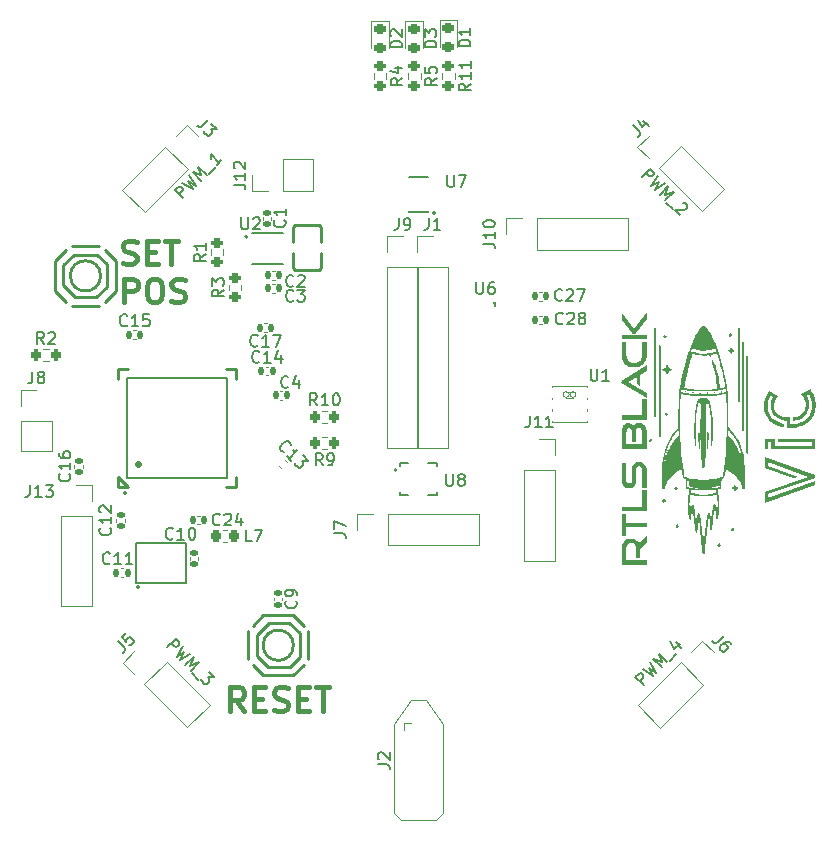
<source format=gbr>
%TF.GenerationSoftware,KiCad,Pcbnew,8.0.5*%
%TF.CreationDate,2025-05-15T20:02:09-04:00*%
%TF.ProjectId,RTLS_VIC,52544c53-5f56-4494-932e-6b696361645f,rev?*%
%TF.SameCoordinates,Original*%
%TF.FileFunction,Legend,Top*%
%TF.FilePolarity,Positive*%
%FSLAX46Y46*%
G04 Gerber Fmt 4.6, Leading zero omitted, Abs format (unit mm)*
G04 Created by KiCad (PCBNEW 8.0.5) date 2025-05-15 20:02:09*
%MOMM*%
%LPD*%
G01*
G04 APERTURE LIST*
G04 Aperture macros list*
%AMRoundRect*
0 Rectangle with rounded corners*
0 $1 Rounding radius*
0 $2 $3 $4 $5 $6 $7 $8 $9 X,Y pos of 4 corners*
0 Add a 4 corners polygon primitive as box body*
4,1,4,$2,$3,$4,$5,$6,$7,$8,$9,$2,$3,0*
0 Add four circle primitives for the rounded corners*
1,1,$1+$1,$2,$3*
1,1,$1+$1,$4,$5*
1,1,$1+$1,$6,$7*
1,1,$1+$1,$8,$9*
0 Add four rect primitives between the rounded corners*
20,1,$1+$1,$2,$3,$4,$5,0*
20,1,$1+$1,$4,$5,$6,$7,0*
20,1,$1+$1,$6,$7,$8,$9,0*
20,1,$1+$1,$8,$9,$2,$3,0*%
%AMHorizOval*
0 Thick line with rounded ends*
0 $1 width*
0 $2 $3 position (X,Y) of the first rounded end (center of the circle)*
0 $4 $5 position (X,Y) of the second rounded end (center of the circle)*
0 Add line between two ends*
20,1,$1,$2,$3,$4,$5,0*
0 Add two circle primitives to create the rounded ends*
1,1,$1,$2,$3*
1,1,$1,$4,$5*%
%AMRotRect*
0 Rectangle, with rotation*
0 The origin of the aperture is its center*
0 $1 length*
0 $2 width*
0 $3 Rotation angle, in degrees counterclockwise*
0 Add horizontal line*
21,1,$1,$2,0,0,$3*%
G04 Aperture macros list end*
%ADD10C,0.400000*%
%ADD11C,0.200000*%
%ADD12C,0.800000*%
%ADD13C,0.150000*%
%ADD14C,0.000000*%
%ADD15C,0.120000*%
%ADD16C,0.250000*%
%ADD17C,0.300000*%
%ADD18C,0.600000*%
%ADD19C,0.100000*%
%ADD20R,1.700000X1.700000*%
%ADD21O,1.700000X1.700000*%
%ADD22RoundRect,0.140000X0.140000X0.170000X-0.140000X0.170000X-0.140000X-0.170000X0.140000X-0.170000X0*%
%ADD23RoundRect,0.218750X-0.218750X-0.256250X0.218750X-0.256250X0.218750X0.256250X-0.218750X0.256250X0*%
%ADD24R,1.800000X1.200000*%
%ADD25RotRect,1.700000X1.700000X45.000000*%
%ADD26HorizOval,1.700000X0.000000X0.000000X0.000000X0.000000X0*%
%ADD27RoundRect,0.200000X-0.275000X0.200000X-0.275000X-0.200000X0.275000X-0.200000X0.275000X0.200000X0*%
%ADD28RoundRect,0.140000X-0.140000X-0.170000X0.140000X-0.170000X0.140000X0.170000X-0.140000X0.170000X0*%
%ADD29R,1.400000X1.200000*%
%ADD30RoundRect,0.140000X-0.219203X-0.021213X-0.021213X-0.219203X0.219203X0.021213X0.021213X0.219203X0*%
%ADD31O,0.300000X2.000000*%
%ADD32O,2.000000X0.300000*%
%ADD33RoundRect,0.200000X-0.200000X-0.275000X0.200000X-0.275000X0.200000X0.275000X-0.200000X0.275000X0*%
%ADD34RotRect,1.700000X1.700000X315.000000*%
%ADD35HorizOval,1.700000X0.000000X0.000000X0.000000X0.000000X0*%
%ADD36RoundRect,0.200000X0.275000X-0.200000X0.275000X0.200000X-0.275000X0.200000X-0.275000X-0.200000X0*%
%ADD37RoundRect,0.218750X-0.256250X0.218750X-0.256250X-0.218750X0.256250X-0.218750X0.256250X0.218750X0*%
%ADD38RoundRect,0.140000X0.170000X-0.140000X0.170000X0.140000X-0.170000X0.140000X-0.170000X-0.140000X0*%
%ADD39RoundRect,0.140000X-0.170000X0.140000X-0.170000X-0.140000X0.170000X-0.140000X0.170000X0.140000X0*%
%ADD40RoundRect,0.200000X0.200000X0.275000X-0.200000X0.275000X-0.200000X-0.275000X0.200000X-0.275000X0*%
%ADD41R,0.680000X0.280000*%
%ADD42R,0.280000X0.680000*%
%ADD43R,1.000000X0.750000*%
%ADD44R,0.750000X1.000000*%
%ADD45C,0.990600*%
%ADD46C,0.787400*%
%ADD47R,0.300000X0.300000*%
%ADD48R,1.300000X0.550000*%
%ADD49R,0.660000X0.280000*%
%ADD50R,1.200000X2.000000*%
%ADD51R,1.000000X0.600000*%
G04 APERTURE END LIST*
D10*
G36*
X175244000Y-102539654D02*
G01*
X174681264Y-103057449D01*
X174681264Y-103831699D01*
X174337370Y-103831699D01*
X174337370Y-102963171D01*
X174329178Y-102865313D01*
X174296917Y-102765754D01*
X174233811Y-102682292D01*
X174151243Y-102628616D01*
X174056446Y-102599154D01*
X173955059Y-102588382D01*
X173930461Y-102588014D01*
X173826820Y-102595781D01*
X173730879Y-102622628D01*
X173642448Y-102680159D01*
X173636393Y-102686200D01*
X173578050Y-102770944D01*
X173548223Y-102868782D01*
X173540650Y-102963171D01*
X173540650Y-104061775D01*
X175244000Y-104061775D01*
X175244000Y-104447679D01*
X173149373Y-104447679D01*
X173149373Y-102963171D01*
X173154668Y-102855924D01*
X173170553Y-102755832D01*
X173200259Y-102653996D01*
X173203595Y-102645167D01*
X173246414Y-102553469D01*
X173300315Y-102471814D01*
X173358933Y-102406297D01*
X173440678Y-102339253D01*
X173525991Y-102289381D01*
X173603176Y-102256821D01*
X173705338Y-102227341D01*
X173805325Y-102211160D01*
X173912086Y-102205092D01*
X173923134Y-102205041D01*
X174034923Y-102210488D01*
X174138623Y-102226827D01*
X174234236Y-102254058D01*
X174333605Y-102298518D01*
X174368145Y-102318859D01*
X174451401Y-102380041D01*
X174520919Y-102449773D01*
X174582704Y-102538439D01*
X174618738Y-102614881D01*
X175244000Y-101988642D01*
X175244000Y-102539654D01*
G37*
G36*
X175244000Y-101259822D02*
G01*
X173540650Y-101259822D01*
X173540650Y-102036514D01*
X173149373Y-102036514D01*
X173149373Y-100094783D01*
X173540650Y-100094783D01*
X173540650Y-100871475D01*
X175244000Y-100871475D01*
X175244000Y-101259822D01*
G37*
G36*
X175244000Y-99900854D02*
G01*
X173149373Y-99900854D01*
X173149373Y-99512508D01*
X174852722Y-99512508D01*
X174852722Y-98136444D01*
X175244000Y-98136444D01*
X175244000Y-99900854D01*
G37*
G36*
X175244000Y-97921510D02*
G01*
X174852722Y-97921510D01*
X174852722Y-96372522D01*
X174841033Y-96271637D01*
X174798493Y-96181677D01*
X174781892Y-96162473D01*
X174699460Y-96107885D01*
X174601107Y-96089760D01*
X174593825Y-96089689D01*
X174493180Y-96103620D01*
X174409069Y-96153660D01*
X174400873Y-96162473D01*
X174353246Y-96251133D01*
X174337618Y-96355559D01*
X174337370Y-96372522D01*
X174337370Y-97312369D01*
X174332117Y-97409944D01*
X174314406Y-97509149D01*
X174292918Y-97578593D01*
X174250680Y-97669389D01*
X174192390Y-97753645D01*
X174168354Y-97780338D01*
X174092887Y-97845373D01*
X174005826Y-97896010D01*
X173978822Y-97907833D01*
X173878817Y-97938220D01*
X173779091Y-97951200D01*
X173738975Y-97952285D01*
X173639162Y-97945352D01*
X173538343Y-97922378D01*
X173504013Y-97910275D01*
X173414922Y-97865756D01*
X173337425Y-97805716D01*
X173317412Y-97785711D01*
X173255141Y-97706184D01*
X173209040Y-97619276D01*
X173194314Y-97582501D01*
X173166928Y-97486903D01*
X173152182Y-97381825D01*
X173149373Y-97306507D01*
X173149373Y-95822487D01*
X173540650Y-95822487D01*
X173540650Y-97306507D01*
X173553852Y-97404853D01*
X173600734Y-97487247D01*
X173688552Y-97539453D01*
X173768284Y-97549773D01*
X173869063Y-97531713D01*
X173934858Y-97485781D01*
X173982256Y-97398489D01*
X173993476Y-97309438D01*
X173993476Y-96372522D01*
X173998903Y-96258428D01*
X174015183Y-96155016D01*
X174047895Y-96047870D01*
X174095379Y-95955262D01*
X174147838Y-95887456D01*
X174222921Y-95822551D01*
X174313104Y-95773587D01*
X174418388Y-95740565D01*
X174520649Y-95724949D01*
X174614341Y-95720882D01*
X174713008Y-95726584D01*
X174813540Y-95745629D01*
X174864935Y-95761427D01*
X174959916Y-95804423D01*
X175043117Y-95863314D01*
X175064725Y-95883060D01*
X175131564Y-95961959D01*
X175180903Y-96049456D01*
X175196616Y-96086758D01*
X175225490Y-96184417D01*
X175240251Y-96283955D01*
X175244000Y-96372522D01*
X175244000Y-97921510D01*
G37*
G36*
X174702818Y-92415681D02*
G01*
X174801187Y-92435877D01*
X174862492Y-92456821D01*
X174953852Y-92502092D01*
X175034248Y-92560906D01*
X175067656Y-92592620D01*
X175130502Y-92670504D01*
X175180126Y-92760481D01*
X175198570Y-92806088D01*
X175226254Y-92903656D01*
X175241160Y-93008779D01*
X175244000Y-93083060D01*
X175244000Y-94637909D01*
X173149373Y-94637909D01*
X173149373Y-93260380D01*
X173540650Y-93260380D01*
X173540650Y-94249075D01*
X174852722Y-94249075D01*
X174852722Y-93229605D01*
X174848240Y-93128180D01*
X174838556Y-93055704D01*
X174812600Y-92961297D01*
X174793127Y-92919905D01*
X174728547Y-92843540D01*
X174713993Y-92833443D01*
X174618961Y-92804222D01*
X174592360Y-92803157D01*
X174489863Y-92819472D01*
X174407981Y-92872839D01*
X174403804Y-92877407D01*
X174353979Y-92969242D01*
X174337954Y-93070475D01*
X174337370Y-93097226D01*
X174337370Y-94021441D01*
X173993476Y-94021441D01*
X173993476Y-93122627D01*
X173986332Y-93023777D01*
X173954580Y-92926385D01*
X173942674Y-92908182D01*
X173856686Y-92851080D01*
X173768284Y-92839794D01*
X173670289Y-92857384D01*
X173649582Y-92868614D01*
X173584324Y-92944492D01*
X173581194Y-92951168D01*
X173553900Y-93046240D01*
X173548954Y-93084036D01*
X173542020Y-93184145D01*
X173540650Y-93260380D01*
X173149373Y-93260380D01*
X173149373Y-93125558D01*
X173153471Y-93024624D01*
X173167290Y-92921756D01*
X173184055Y-92849563D01*
X173217401Y-92753763D01*
X173265753Y-92663576D01*
X173286149Y-92634630D01*
X173357182Y-92559275D01*
X173443886Y-92501737D01*
X173456630Y-92495411D01*
X173552093Y-92461351D01*
X173650951Y-92446802D01*
X173691592Y-92445586D01*
X173791340Y-92452203D01*
X173867447Y-92469033D01*
X173960956Y-92509375D01*
X173996896Y-92533513D01*
X174067879Y-92602481D01*
X174087265Y-92628768D01*
X174126833Y-92692759D01*
X174176993Y-92602242D01*
X174246488Y-92531373D01*
X174283148Y-92502250D01*
X174376405Y-92449131D01*
X174474407Y-92419974D01*
X174573377Y-92409314D01*
X174596756Y-92408949D01*
X174702818Y-92415681D01*
G37*
G36*
X175244000Y-92141748D02*
G01*
X173149373Y-92141748D01*
X173149373Y-91753401D01*
X174852722Y-91753401D01*
X174852722Y-90377337D01*
X175244000Y-90377337D01*
X175244000Y-92141748D01*
G37*
G36*
X175244000Y-88022836D02*
G01*
X174712527Y-88329605D01*
X174712527Y-89315858D01*
X174399896Y-89128768D01*
X174399896Y-88519626D01*
X173674006Y-88948028D01*
X175244000Y-89867847D01*
X175244000Y-90311880D01*
X173242674Y-89122418D01*
X173165279Y-89060700D01*
X173151815Y-89044260D01*
X173118636Y-88950173D01*
X173118110Y-88934351D01*
X173143916Y-88837218D01*
X173151815Y-88825907D01*
X173225386Y-88759240D01*
X173242674Y-88748726D01*
X175244000Y-87556332D01*
X175244000Y-88022836D01*
G37*
G36*
X175244000Y-86715648D02*
G01*
X175238870Y-86822291D01*
X175223483Y-86924842D01*
X175197838Y-87023303D01*
X175161934Y-87117672D01*
X175117115Y-87206729D01*
X175064725Y-87289741D01*
X174996736Y-87375904D01*
X174937230Y-87437630D01*
X174862370Y-87501775D01*
X174780915Y-87558408D01*
X174692866Y-87607532D01*
X174598221Y-87649145D01*
X174498326Y-87682056D01*
X174394523Y-87705565D01*
X174286812Y-87719670D01*
X174175193Y-87724371D01*
X174076641Y-87720748D01*
X173968648Y-87707735D01*
X173865600Y-87685257D01*
X173767499Y-87653314D01*
X173755584Y-87648656D01*
X173663840Y-87607043D01*
X173579118Y-87557920D01*
X173492200Y-87493679D01*
X173430741Y-87437142D01*
X173360008Y-87356930D01*
X173298935Y-87269067D01*
X173247523Y-87173553D01*
X173223134Y-87117184D01*
X173190864Y-87022845D01*
X173167813Y-86924476D01*
X173153983Y-86822077D01*
X173149373Y-86715648D01*
X173149373Y-85591154D01*
X173540650Y-85591154D01*
X173540650Y-86715648D01*
X173547451Y-86813514D01*
X173570167Y-86913022D01*
X173589010Y-86963799D01*
X173634510Y-87051116D01*
X173697395Y-87133609D01*
X173723344Y-87160170D01*
X173804928Y-87225580D01*
X173892071Y-87274094D01*
X173928508Y-87289619D01*
X174029542Y-87319665D01*
X174130246Y-87333805D01*
X174192290Y-87336025D01*
X174296085Y-87329431D01*
X174394248Y-87309647D01*
X174456561Y-87289131D01*
X174550060Y-87245224D01*
X174632112Y-87189709D01*
X174666121Y-87160170D01*
X174735097Y-87081952D01*
X174786420Y-86998604D01*
X174802897Y-86963799D01*
X174835157Y-86867937D01*
X174850971Y-86765302D01*
X174852722Y-86715648D01*
X174852722Y-85591154D01*
X175244000Y-85591154D01*
X175244000Y-86715648D01*
G37*
G36*
X175244000Y-83648447D02*
G01*
X174332485Y-84797854D01*
X174256740Y-84862389D01*
X174254327Y-84863311D01*
X174169819Y-84876988D01*
X174077984Y-84858914D01*
X174004040Y-84795014D01*
X173992988Y-84780757D01*
X173149373Y-83693387D01*
X173149373Y-83093039D01*
X174189359Y-84452983D01*
X175244000Y-83050052D01*
X175244000Y-83648447D01*
G37*
G36*
X175244000Y-85343981D02*
G01*
X173149373Y-85343981D01*
X173149373Y-84955635D01*
X175244000Y-84955635D01*
X175244000Y-85343981D01*
G37*
X141141204Y-116809438D02*
X140474537Y-115857057D01*
X139998347Y-116809438D02*
X139998347Y-114809438D01*
X139998347Y-114809438D02*
X140760252Y-114809438D01*
X140760252Y-114809438D02*
X140950728Y-114904676D01*
X140950728Y-114904676D02*
X141045966Y-114999914D01*
X141045966Y-114999914D02*
X141141204Y-115190390D01*
X141141204Y-115190390D02*
X141141204Y-115476104D01*
X141141204Y-115476104D02*
X141045966Y-115666580D01*
X141045966Y-115666580D02*
X140950728Y-115761819D01*
X140950728Y-115761819D02*
X140760252Y-115857057D01*
X140760252Y-115857057D02*
X139998347Y-115857057D01*
X141998347Y-115761819D02*
X142665014Y-115761819D01*
X142950728Y-116809438D02*
X141998347Y-116809438D01*
X141998347Y-116809438D02*
X141998347Y-114809438D01*
X141998347Y-114809438D02*
X142950728Y-114809438D01*
X143712633Y-116714200D02*
X143998347Y-116809438D01*
X143998347Y-116809438D02*
X144474538Y-116809438D01*
X144474538Y-116809438D02*
X144665014Y-116714200D01*
X144665014Y-116714200D02*
X144760252Y-116618961D01*
X144760252Y-116618961D02*
X144855490Y-116428485D01*
X144855490Y-116428485D02*
X144855490Y-116238009D01*
X144855490Y-116238009D02*
X144760252Y-116047533D01*
X144760252Y-116047533D02*
X144665014Y-115952295D01*
X144665014Y-115952295D02*
X144474538Y-115857057D01*
X144474538Y-115857057D02*
X144093585Y-115761819D01*
X144093585Y-115761819D02*
X143903109Y-115666580D01*
X143903109Y-115666580D02*
X143807871Y-115571342D01*
X143807871Y-115571342D02*
X143712633Y-115380866D01*
X143712633Y-115380866D02*
X143712633Y-115190390D01*
X143712633Y-115190390D02*
X143807871Y-114999914D01*
X143807871Y-114999914D02*
X143903109Y-114904676D01*
X143903109Y-114904676D02*
X144093585Y-114809438D01*
X144093585Y-114809438D02*
X144569776Y-114809438D01*
X144569776Y-114809438D02*
X144855490Y-114904676D01*
X145712633Y-115761819D02*
X146379300Y-115761819D01*
X146665014Y-116809438D02*
X145712633Y-116809438D01*
X145712633Y-116809438D02*
X145712633Y-114809438D01*
X145712633Y-114809438D02*
X146665014Y-114809438D01*
X147236443Y-114809438D02*
X148379300Y-114809438D01*
X147807871Y-116809438D02*
X147807871Y-114809438D01*
D11*
X175001508Y-114644711D02*
X174294401Y-113937604D01*
X174294401Y-113937604D02*
X174563775Y-113668230D01*
X174563775Y-113668230D02*
X174664790Y-113634558D01*
X174664790Y-113634558D02*
X174732134Y-113634558D01*
X174732134Y-113634558D02*
X174833149Y-113668230D01*
X174833149Y-113668230D02*
X174934164Y-113769245D01*
X174934164Y-113769245D02*
X174967836Y-113870260D01*
X174967836Y-113870260D02*
X174967836Y-113937604D01*
X174967836Y-113937604D02*
X174934164Y-114038619D01*
X174934164Y-114038619D02*
X174664790Y-114307993D01*
X174934164Y-113297841D02*
X175809630Y-113836589D01*
X175809630Y-113836589D02*
X175439240Y-113196825D01*
X175439240Y-113196825D02*
X176079004Y-113567215D01*
X176079004Y-113567215D02*
X175540256Y-112691749D01*
X176516736Y-113129482D02*
X175809630Y-112422375D01*
X175809630Y-112422375D02*
X176550408Y-112691749D01*
X176550408Y-112691749D02*
X176281034Y-111950971D01*
X176281034Y-111950971D02*
X176988141Y-112658077D01*
X177223843Y-112557062D02*
X177762591Y-112018314D01*
X177695248Y-111008162D02*
X178166652Y-111479566D01*
X177257515Y-110907146D02*
X177594232Y-111580581D01*
X177594232Y-111580581D02*
X178031965Y-111142849D01*
X134664288Y-111417508D02*
X135371395Y-110710401D01*
X135371395Y-110710401D02*
X135640769Y-110979775D01*
X135640769Y-110979775D02*
X135674441Y-111080790D01*
X135674441Y-111080790D02*
X135674441Y-111148134D01*
X135674441Y-111148134D02*
X135640769Y-111249149D01*
X135640769Y-111249149D02*
X135539754Y-111350164D01*
X135539754Y-111350164D02*
X135438739Y-111383836D01*
X135438739Y-111383836D02*
X135371395Y-111383836D01*
X135371395Y-111383836D02*
X135270380Y-111350164D01*
X135270380Y-111350164D02*
X135001006Y-111080790D01*
X136011158Y-111350164D02*
X135472410Y-112225630D01*
X135472410Y-112225630D02*
X136112174Y-111855240D01*
X136112174Y-111855240D02*
X135741784Y-112495004D01*
X135741784Y-112495004D02*
X136617250Y-111956256D01*
X136179517Y-112932736D02*
X136886624Y-112225630D01*
X136886624Y-112225630D02*
X136617250Y-112966408D01*
X136617250Y-112966408D02*
X137358028Y-112697034D01*
X137358028Y-112697034D02*
X136650922Y-113404141D01*
X136751937Y-113639843D02*
X137290685Y-114178591D01*
X138166150Y-113505156D02*
X138603883Y-113942889D01*
X138603883Y-113942889D02*
X138098807Y-113976561D01*
X138098807Y-113976561D02*
X138199822Y-114077576D01*
X138199822Y-114077576D02*
X138233494Y-114178591D01*
X138233494Y-114178591D02*
X138233494Y-114245935D01*
X138233494Y-114245935D02*
X138199822Y-114346950D01*
X138199822Y-114346950D02*
X138031463Y-114515309D01*
X138031463Y-114515309D02*
X137930448Y-114548980D01*
X137930448Y-114548980D02*
X137863105Y-114548980D01*
X137863105Y-114548980D02*
X137762089Y-114515309D01*
X137762089Y-114515309D02*
X137560059Y-114313278D01*
X137560059Y-114313278D02*
X137526387Y-114212263D01*
X137526387Y-114212263D02*
X137526387Y-114144919D01*
X174839288Y-71592508D02*
X175546395Y-70885401D01*
X175546395Y-70885401D02*
X175815769Y-71154775D01*
X175815769Y-71154775D02*
X175849441Y-71255790D01*
X175849441Y-71255790D02*
X175849441Y-71323134D01*
X175849441Y-71323134D02*
X175815769Y-71424149D01*
X175815769Y-71424149D02*
X175714754Y-71525164D01*
X175714754Y-71525164D02*
X175613739Y-71558836D01*
X175613739Y-71558836D02*
X175546395Y-71558836D01*
X175546395Y-71558836D02*
X175445380Y-71525164D01*
X175445380Y-71525164D02*
X175176006Y-71255790D01*
X176186158Y-71525164D02*
X175647410Y-72400630D01*
X175647410Y-72400630D02*
X176287174Y-72030240D01*
X176287174Y-72030240D02*
X175916784Y-72670004D01*
X175916784Y-72670004D02*
X176792250Y-72131256D01*
X176354517Y-73107736D02*
X177061624Y-72400630D01*
X177061624Y-72400630D02*
X176792250Y-73141408D01*
X176792250Y-73141408D02*
X177533028Y-72872034D01*
X177533028Y-72872034D02*
X176825922Y-73579141D01*
X176926937Y-73814843D02*
X177465685Y-74353591D01*
X178307479Y-73781171D02*
X178374822Y-73781171D01*
X178374822Y-73781171D02*
X178475837Y-73814843D01*
X178475837Y-73814843D02*
X178644196Y-73983202D01*
X178644196Y-73983202D02*
X178677868Y-74084217D01*
X178677868Y-74084217D02*
X178677868Y-74151561D01*
X178677868Y-74151561D02*
X178644196Y-74252576D01*
X178644196Y-74252576D02*
X178576853Y-74319919D01*
X178576853Y-74319919D02*
X178442166Y-74387263D01*
X178442166Y-74387263D02*
X177634044Y-74387263D01*
X177634044Y-74387263D02*
X178071776Y-74824996D01*
X136001508Y-73419711D02*
X135294401Y-72712604D01*
X135294401Y-72712604D02*
X135563775Y-72443230D01*
X135563775Y-72443230D02*
X135664790Y-72409558D01*
X135664790Y-72409558D02*
X135732134Y-72409558D01*
X135732134Y-72409558D02*
X135833149Y-72443230D01*
X135833149Y-72443230D02*
X135934164Y-72544245D01*
X135934164Y-72544245D02*
X135967836Y-72645260D01*
X135967836Y-72645260D02*
X135967836Y-72712604D01*
X135967836Y-72712604D02*
X135934164Y-72813619D01*
X135934164Y-72813619D02*
X135664790Y-73082993D01*
X135934164Y-72072841D02*
X136809630Y-72611589D01*
X136809630Y-72611589D02*
X136439240Y-71971825D01*
X136439240Y-71971825D02*
X137079004Y-72342215D01*
X137079004Y-72342215D02*
X136540256Y-71466749D01*
X137516736Y-71904482D02*
X136809630Y-71197375D01*
X136809630Y-71197375D02*
X137550408Y-71466749D01*
X137550408Y-71466749D02*
X137281034Y-70725971D01*
X137281034Y-70725971D02*
X137988141Y-71433077D01*
X138223843Y-71332062D02*
X138762591Y-70793314D01*
X139233996Y-70187223D02*
X138829935Y-70591284D01*
X139031965Y-70389253D02*
X138324858Y-69682146D01*
X138324858Y-69682146D02*
X138358530Y-69850505D01*
X138358530Y-69850505D02*
X138358530Y-69985192D01*
X138358530Y-69985192D02*
X138324858Y-70086207D01*
D10*
X130918109Y-78894312D02*
X131203823Y-78989550D01*
X131203823Y-78989550D02*
X131680014Y-78989550D01*
X131680014Y-78989550D02*
X131870490Y-78894312D01*
X131870490Y-78894312D02*
X131965728Y-78799073D01*
X131965728Y-78799073D02*
X132060966Y-78608597D01*
X132060966Y-78608597D02*
X132060966Y-78418121D01*
X132060966Y-78418121D02*
X131965728Y-78227645D01*
X131965728Y-78227645D02*
X131870490Y-78132407D01*
X131870490Y-78132407D02*
X131680014Y-78037169D01*
X131680014Y-78037169D02*
X131299061Y-77941931D01*
X131299061Y-77941931D02*
X131108585Y-77846692D01*
X131108585Y-77846692D02*
X131013347Y-77751454D01*
X131013347Y-77751454D02*
X130918109Y-77560978D01*
X130918109Y-77560978D02*
X130918109Y-77370502D01*
X130918109Y-77370502D02*
X131013347Y-77180026D01*
X131013347Y-77180026D02*
X131108585Y-77084788D01*
X131108585Y-77084788D02*
X131299061Y-76989550D01*
X131299061Y-76989550D02*
X131775252Y-76989550D01*
X131775252Y-76989550D02*
X132060966Y-77084788D01*
X132918109Y-77941931D02*
X133584776Y-77941931D01*
X133870490Y-78989550D02*
X132918109Y-78989550D01*
X132918109Y-78989550D02*
X132918109Y-76989550D01*
X132918109Y-76989550D02*
X133870490Y-76989550D01*
X134441919Y-76989550D02*
X135584776Y-76989550D01*
X135013347Y-78989550D02*
X135013347Y-76989550D01*
X131013347Y-82209438D02*
X131013347Y-80209438D01*
X131013347Y-80209438D02*
X131775252Y-80209438D01*
X131775252Y-80209438D02*
X131965728Y-80304676D01*
X131965728Y-80304676D02*
X132060966Y-80399914D01*
X132060966Y-80399914D02*
X132156204Y-80590390D01*
X132156204Y-80590390D02*
X132156204Y-80876104D01*
X132156204Y-80876104D02*
X132060966Y-81066580D01*
X132060966Y-81066580D02*
X131965728Y-81161819D01*
X131965728Y-81161819D02*
X131775252Y-81257057D01*
X131775252Y-81257057D02*
X131013347Y-81257057D01*
X133394299Y-80209438D02*
X133775252Y-80209438D01*
X133775252Y-80209438D02*
X133965728Y-80304676D01*
X133965728Y-80304676D02*
X134156204Y-80495152D01*
X134156204Y-80495152D02*
X134251442Y-80876104D01*
X134251442Y-80876104D02*
X134251442Y-81542771D01*
X134251442Y-81542771D02*
X134156204Y-81923723D01*
X134156204Y-81923723D02*
X133965728Y-82114200D01*
X133965728Y-82114200D02*
X133775252Y-82209438D01*
X133775252Y-82209438D02*
X133394299Y-82209438D01*
X133394299Y-82209438D02*
X133203823Y-82114200D01*
X133203823Y-82114200D02*
X133013347Y-81923723D01*
X133013347Y-81923723D02*
X132918109Y-81542771D01*
X132918109Y-81542771D02*
X132918109Y-80876104D01*
X132918109Y-80876104D02*
X133013347Y-80495152D01*
X133013347Y-80495152D02*
X133203823Y-80304676D01*
X133203823Y-80304676D02*
X133394299Y-80209438D01*
X135013347Y-82114200D02*
X135299061Y-82209438D01*
X135299061Y-82209438D02*
X135775252Y-82209438D01*
X135775252Y-82209438D02*
X135965728Y-82114200D01*
X135965728Y-82114200D02*
X136060966Y-82018961D01*
X136060966Y-82018961D02*
X136156204Y-81828485D01*
X136156204Y-81828485D02*
X136156204Y-81638009D01*
X136156204Y-81638009D02*
X136060966Y-81447533D01*
X136060966Y-81447533D02*
X135965728Y-81352295D01*
X135965728Y-81352295D02*
X135775252Y-81257057D01*
X135775252Y-81257057D02*
X135394299Y-81161819D01*
X135394299Y-81161819D02*
X135203823Y-81066580D01*
X135203823Y-81066580D02*
X135108585Y-80971342D01*
X135108585Y-80971342D02*
X135013347Y-80780866D01*
X135013347Y-80780866D02*
X135013347Y-80590390D01*
X135013347Y-80590390D02*
X135108585Y-80399914D01*
X135108585Y-80399914D02*
X135203823Y-80304676D01*
X135203823Y-80304676D02*
X135394299Y-80209438D01*
X135394299Y-80209438D02*
X135870490Y-80209438D01*
X135870490Y-80209438D02*
X136156204Y-80304676D01*
D12*
G36*
X185252220Y-96273688D02*
G01*
X187633099Y-97119745D01*
X188082506Y-96962452D01*
X185550196Y-96063639D01*
X185550196Y-95760778D01*
X188896323Y-96962452D01*
X185252220Y-98256939D01*
X185252220Y-99191901D01*
X189504000Y-97661964D01*
X189504000Y-97346402D01*
X185550196Y-98768872D01*
X185550196Y-98466988D01*
X189504000Y-97064057D01*
X189504000Y-96864755D01*
X185252220Y-95339703D01*
X185252220Y-96273688D01*
G37*
G36*
X186105116Y-93762871D02*
G01*
X185252220Y-93762871D01*
X185252220Y-94648984D01*
X185550196Y-94648984D01*
X185550196Y-94060847D01*
X185807140Y-94060847D01*
X185807140Y-94648984D01*
X189504000Y-94648984D01*
X189504000Y-93762871D01*
X186361083Y-93762871D01*
X186361083Y-94060847D01*
X189207000Y-94060847D01*
X189207000Y-94351008D01*
X186105116Y-94351008D01*
X186105116Y-93762871D01*
G37*
G36*
X188353127Y-89993715D02*
G01*
X188462672Y-90167241D01*
X188557662Y-90340393D01*
X188644418Y-90546108D01*
X188698829Y-90760544D01*
X188714607Y-90955055D01*
X188693153Y-91169119D01*
X188631824Y-91354881D01*
X188506009Y-91549098D01*
X188333868Y-91703280D01*
X188124275Y-91819752D01*
X187935603Y-91887341D01*
X187733189Y-91933476D01*
X187680971Y-91941796D01*
X187680971Y-92242704D01*
X187878851Y-92207660D01*
X188069056Y-92155658D01*
X188306274Y-92059485D01*
X188519170Y-91932061D01*
X188701640Y-91772758D01*
X188847582Y-91580946D01*
X188950894Y-91355995D01*
X188996732Y-91165155D01*
X189012583Y-90955055D01*
X188997169Y-90739760D01*
X188955467Y-90540049D01*
X188884355Y-90333254D01*
X188797970Y-90151966D01*
X188775179Y-90110952D01*
X189019422Y-89982969D01*
X189116222Y-90184468D01*
X189189715Y-90394435D01*
X189239594Y-90613484D01*
X189263320Y-90808932D01*
X189269526Y-90977526D01*
X189246962Y-91260056D01*
X189181852Y-91514222D01*
X189078070Y-91740148D01*
X188939489Y-91937961D01*
X188769984Y-92107785D01*
X188573427Y-92249747D01*
X188353693Y-92363972D01*
X188114655Y-92450585D01*
X187860186Y-92509712D01*
X187594161Y-92541479D01*
X187412304Y-92547519D01*
X187412304Y-92561196D01*
X187425981Y-91960359D01*
X187333169Y-91960359D01*
X187092586Y-91944519D01*
X186859491Y-91897573D01*
X186641462Y-91820379D01*
X186446079Y-91713796D01*
X186280921Y-91578682D01*
X186153568Y-91415896D01*
X186071598Y-91226297D01*
X186042590Y-91010743D01*
X186054903Y-90811414D01*
X186100112Y-90615570D01*
X186191850Y-90413931D01*
X186306632Y-90232869D01*
X186386484Y-90118768D01*
X185630308Y-89695739D01*
X185503591Y-89881114D01*
X185398241Y-90070260D01*
X185314305Y-90266373D01*
X185251827Y-90472651D01*
X185210851Y-90692292D01*
X185191422Y-90928494D01*
X185189694Y-91028328D01*
X185209523Y-91296526D01*
X185266929Y-91544747D01*
X185358785Y-91772644D01*
X185481967Y-91979868D01*
X185633349Y-92166072D01*
X185809808Y-92330908D01*
X186008217Y-92474028D01*
X186225451Y-92595085D01*
X186458387Y-92693731D01*
X186703898Y-92769617D01*
X186873016Y-92807393D01*
X186873016Y-92503555D01*
X186662750Y-92450187D01*
X186462195Y-92379134D01*
X186273748Y-92290436D01*
X186099804Y-92184131D01*
X185942758Y-92060258D01*
X185805006Y-91918855D01*
X185688945Y-91759961D01*
X185596969Y-91583614D01*
X185531474Y-91389854D01*
X185494856Y-91178719D01*
X185487670Y-91028328D01*
X185495830Y-90822997D01*
X185526080Y-90603058D01*
X185578832Y-90401378D01*
X185654269Y-90214949D01*
X185722143Y-90089459D01*
X185958570Y-90222327D01*
X185861957Y-90402188D01*
X185790615Y-90607117D01*
X185753475Y-90822338D01*
X185744614Y-91010743D01*
X185762609Y-91211789D01*
X185838203Y-91454281D01*
X185964900Y-91666637D01*
X186134113Y-91847860D01*
X186337254Y-91996955D01*
X186565737Y-92112926D01*
X186810976Y-92194776D01*
X187064383Y-92241509D01*
X187128005Y-92247588D01*
X187128005Y-92837679D01*
X187327581Y-92845486D01*
X187333169Y-92845495D01*
X187412304Y-92845495D01*
X187630985Y-92837493D01*
X187843709Y-92813677D01*
X188049353Y-92774327D01*
X188246790Y-92719725D01*
X188434897Y-92650154D01*
X188612547Y-92565896D01*
X188856959Y-92412586D01*
X189071517Y-92227816D01*
X189252427Y-92012535D01*
X189395892Y-91767697D01*
X189498114Y-91494252D01*
X189541476Y-91296533D01*
X189563695Y-91086805D01*
X189566526Y-90977526D01*
X189558418Y-90773858D01*
X189526627Y-90533849D01*
X189472758Y-90308365D01*
X189398933Y-90095619D01*
X189307277Y-89893820D01*
X189199915Y-89701181D01*
X189128842Y-89589249D01*
X188353127Y-89993715D01*
G37*
D13*
X123034476Y-97689819D02*
X123034476Y-98404104D01*
X123034476Y-98404104D02*
X122986857Y-98546961D01*
X122986857Y-98546961D02*
X122891619Y-98642200D01*
X122891619Y-98642200D02*
X122748762Y-98689819D01*
X122748762Y-98689819D02*
X122653524Y-98689819D01*
X124034476Y-98689819D02*
X123463048Y-98689819D01*
X123748762Y-98689819D02*
X123748762Y-97689819D01*
X123748762Y-97689819D02*
X123653524Y-97832676D01*
X123653524Y-97832676D02*
X123558286Y-97927914D01*
X123558286Y-97927914D02*
X123463048Y-97975533D01*
X124367810Y-97689819D02*
X124986857Y-97689819D01*
X124986857Y-97689819D02*
X124653524Y-98070771D01*
X124653524Y-98070771D02*
X124796381Y-98070771D01*
X124796381Y-98070771D02*
X124891619Y-98118390D01*
X124891619Y-98118390D02*
X124939238Y-98166009D01*
X124939238Y-98166009D02*
X124986857Y-98261247D01*
X124986857Y-98261247D02*
X124986857Y-98499342D01*
X124986857Y-98499342D02*
X124939238Y-98594580D01*
X124939238Y-98594580D02*
X124891619Y-98642200D01*
X124891619Y-98642200D02*
X124796381Y-98689819D01*
X124796381Y-98689819D02*
X124510667Y-98689819D01*
X124510667Y-98689819D02*
X124415429Y-98642200D01*
X124415429Y-98642200D02*
X124367810Y-98594580D01*
X140283819Y-72259523D02*
X140998104Y-72259523D01*
X140998104Y-72259523D02*
X141140961Y-72307142D01*
X141140961Y-72307142D02*
X141236200Y-72402380D01*
X141236200Y-72402380D02*
X141283819Y-72545237D01*
X141283819Y-72545237D02*
X141283819Y-72640475D01*
X141283819Y-71259523D02*
X141283819Y-71830951D01*
X141283819Y-71545237D02*
X140283819Y-71545237D01*
X140283819Y-71545237D02*
X140426676Y-71640475D01*
X140426676Y-71640475D02*
X140521914Y-71735713D01*
X140521914Y-71735713D02*
X140569533Y-71830951D01*
X140379057Y-70878570D02*
X140331438Y-70830951D01*
X140331438Y-70830951D02*
X140283819Y-70735713D01*
X140283819Y-70735713D02*
X140283819Y-70497618D01*
X140283819Y-70497618D02*
X140331438Y-70402380D01*
X140331438Y-70402380D02*
X140379057Y-70354761D01*
X140379057Y-70354761D02*
X140474295Y-70307142D01*
X140474295Y-70307142D02*
X140569533Y-70307142D01*
X140569533Y-70307142D02*
X140712390Y-70354761D01*
X140712390Y-70354761D02*
X141283819Y-70926189D01*
X141283819Y-70926189D02*
X141283819Y-70307142D01*
X165349476Y-91809819D02*
X165349476Y-92524104D01*
X165349476Y-92524104D02*
X165301857Y-92666961D01*
X165301857Y-92666961D02*
X165206619Y-92762200D01*
X165206619Y-92762200D02*
X165063762Y-92809819D01*
X165063762Y-92809819D02*
X164968524Y-92809819D01*
X166349476Y-92809819D02*
X165778048Y-92809819D01*
X166063762Y-92809819D02*
X166063762Y-91809819D01*
X166063762Y-91809819D02*
X165968524Y-91952676D01*
X165968524Y-91952676D02*
X165873286Y-92047914D01*
X165873286Y-92047914D02*
X165778048Y-92095533D01*
X167301857Y-92809819D02*
X166730429Y-92809819D01*
X167016143Y-92809819D02*
X167016143Y-91809819D01*
X167016143Y-91809819D02*
X166920905Y-91952676D01*
X166920905Y-91952676D02*
X166825667Y-92047914D01*
X166825667Y-92047914D02*
X166730429Y-92095533D01*
X161393819Y-77234523D02*
X162108104Y-77234523D01*
X162108104Y-77234523D02*
X162250961Y-77282142D01*
X162250961Y-77282142D02*
X162346200Y-77377380D01*
X162346200Y-77377380D02*
X162393819Y-77520237D01*
X162393819Y-77520237D02*
X162393819Y-77615475D01*
X162393819Y-76234523D02*
X162393819Y-76805951D01*
X162393819Y-76520237D02*
X161393819Y-76520237D01*
X161393819Y-76520237D02*
X161536676Y-76615475D01*
X161536676Y-76615475D02*
X161631914Y-76710713D01*
X161631914Y-76710713D02*
X161679533Y-76805951D01*
X161393819Y-75615475D02*
X161393819Y-75520237D01*
X161393819Y-75520237D02*
X161441438Y-75424999D01*
X161441438Y-75424999D02*
X161489057Y-75377380D01*
X161489057Y-75377380D02*
X161584295Y-75329761D01*
X161584295Y-75329761D02*
X161774771Y-75282142D01*
X161774771Y-75282142D02*
X162012866Y-75282142D01*
X162012866Y-75282142D02*
X162203342Y-75329761D01*
X162203342Y-75329761D02*
X162298580Y-75377380D01*
X162298580Y-75377380D02*
X162346200Y-75424999D01*
X162346200Y-75424999D02*
X162393819Y-75520237D01*
X162393819Y-75520237D02*
X162393819Y-75615475D01*
X162393819Y-75615475D02*
X162346200Y-75710713D01*
X162346200Y-75710713D02*
X162298580Y-75758332D01*
X162298580Y-75758332D02*
X162203342Y-75805951D01*
X162203342Y-75805951D02*
X162012866Y-75853570D01*
X162012866Y-75853570D02*
X161774771Y-75853570D01*
X161774771Y-75853570D02*
X161584295Y-75805951D01*
X161584295Y-75805951D02*
X161489057Y-75758332D01*
X161489057Y-75758332D02*
X161441438Y-75710713D01*
X161441438Y-75710713D02*
X161393819Y-75615475D01*
X145342333Y-82059580D02*
X145294714Y-82107200D01*
X145294714Y-82107200D02*
X145151857Y-82154819D01*
X145151857Y-82154819D02*
X145056619Y-82154819D01*
X145056619Y-82154819D02*
X144913762Y-82107200D01*
X144913762Y-82107200D02*
X144818524Y-82011961D01*
X144818524Y-82011961D02*
X144770905Y-81916723D01*
X144770905Y-81916723D02*
X144723286Y-81726247D01*
X144723286Y-81726247D02*
X144723286Y-81583390D01*
X144723286Y-81583390D02*
X144770905Y-81392914D01*
X144770905Y-81392914D02*
X144818524Y-81297676D01*
X144818524Y-81297676D02*
X144913762Y-81202438D01*
X144913762Y-81202438D02*
X145056619Y-81154819D01*
X145056619Y-81154819D02*
X145151857Y-81154819D01*
X145151857Y-81154819D02*
X145294714Y-81202438D01*
X145294714Y-81202438D02*
X145342333Y-81250057D01*
X145675667Y-81154819D02*
X146294714Y-81154819D01*
X146294714Y-81154819D02*
X145961381Y-81535771D01*
X145961381Y-81535771D02*
X146104238Y-81535771D01*
X146104238Y-81535771D02*
X146199476Y-81583390D01*
X146199476Y-81583390D02*
X146247095Y-81631009D01*
X146247095Y-81631009D02*
X146294714Y-81726247D01*
X146294714Y-81726247D02*
X146294714Y-81964342D01*
X146294714Y-81964342D02*
X146247095Y-82059580D01*
X146247095Y-82059580D02*
X146199476Y-82107200D01*
X146199476Y-82107200D02*
X146104238Y-82154819D01*
X146104238Y-82154819D02*
X145818524Y-82154819D01*
X145818524Y-82154819D02*
X145723286Y-82107200D01*
X145723286Y-82107200D02*
X145675667Y-82059580D01*
X141817333Y-102454819D02*
X141341143Y-102454819D01*
X141341143Y-102454819D02*
X141341143Y-101454819D01*
X142055429Y-101454819D02*
X142722095Y-101454819D01*
X142722095Y-101454819D02*
X142293524Y-102454819D01*
X130504792Y-110917197D02*
X131009868Y-111422273D01*
X131009868Y-111422273D02*
X131077212Y-111556960D01*
X131077212Y-111556960D02*
X131077212Y-111691647D01*
X131077212Y-111691647D02*
X131009868Y-111826334D01*
X131009868Y-111826334D02*
X130942525Y-111893678D01*
X131178227Y-110243762D02*
X130841510Y-110580479D01*
X130841510Y-110580479D02*
X131144555Y-110950868D01*
X131144555Y-110950868D02*
X131144555Y-110883525D01*
X131144555Y-110883525D02*
X131178227Y-110782510D01*
X131178227Y-110782510D02*
X131346586Y-110614151D01*
X131346586Y-110614151D02*
X131447601Y-110580479D01*
X131447601Y-110580479D02*
X131514945Y-110580479D01*
X131514945Y-110580479D02*
X131615960Y-110614151D01*
X131615960Y-110614151D02*
X131784319Y-110782510D01*
X131784319Y-110782510D02*
X131817990Y-110883525D01*
X131817990Y-110883525D02*
X131817990Y-110950868D01*
X131817990Y-110950868D02*
X131784319Y-111051884D01*
X131784319Y-111051884D02*
X131615960Y-111220242D01*
X131615960Y-111220242D02*
X131514945Y-111253914D01*
X131514945Y-111253914D02*
X131447601Y-111253914D01*
X148768819Y-101783333D02*
X149483104Y-101783333D01*
X149483104Y-101783333D02*
X149625961Y-101830952D01*
X149625961Y-101830952D02*
X149721200Y-101926190D01*
X149721200Y-101926190D02*
X149768819Y-102069047D01*
X149768819Y-102069047D02*
X149768819Y-102164285D01*
X148768819Y-101402380D02*
X148768819Y-100735714D01*
X148768819Y-100735714D02*
X149768819Y-101164285D01*
X154568819Y-63216666D02*
X154092628Y-63549999D01*
X154568819Y-63788094D02*
X153568819Y-63788094D01*
X153568819Y-63788094D02*
X153568819Y-63407142D01*
X153568819Y-63407142D02*
X153616438Y-63311904D01*
X153616438Y-63311904D02*
X153664057Y-63264285D01*
X153664057Y-63264285D02*
X153759295Y-63216666D01*
X153759295Y-63216666D02*
X153902152Y-63216666D01*
X153902152Y-63216666D02*
X153997390Y-63264285D01*
X153997390Y-63264285D02*
X154045009Y-63311904D01*
X154045009Y-63311904D02*
X154092628Y-63407142D01*
X154092628Y-63407142D02*
X154092628Y-63788094D01*
X153902152Y-62359523D02*
X154568819Y-62359523D01*
X153521200Y-62597618D02*
X154235485Y-62835713D01*
X154235485Y-62835713D02*
X154235485Y-62216666D01*
X129811142Y-104299580D02*
X129763523Y-104347200D01*
X129763523Y-104347200D02*
X129620666Y-104394819D01*
X129620666Y-104394819D02*
X129525428Y-104394819D01*
X129525428Y-104394819D02*
X129382571Y-104347200D01*
X129382571Y-104347200D02*
X129287333Y-104251961D01*
X129287333Y-104251961D02*
X129239714Y-104156723D01*
X129239714Y-104156723D02*
X129192095Y-103966247D01*
X129192095Y-103966247D02*
X129192095Y-103823390D01*
X129192095Y-103823390D02*
X129239714Y-103632914D01*
X129239714Y-103632914D02*
X129287333Y-103537676D01*
X129287333Y-103537676D02*
X129382571Y-103442438D01*
X129382571Y-103442438D02*
X129525428Y-103394819D01*
X129525428Y-103394819D02*
X129620666Y-103394819D01*
X129620666Y-103394819D02*
X129763523Y-103442438D01*
X129763523Y-103442438D02*
X129811142Y-103490057D01*
X130763523Y-104394819D02*
X130192095Y-104394819D01*
X130477809Y-104394819D02*
X130477809Y-103394819D01*
X130477809Y-103394819D02*
X130382571Y-103537676D01*
X130382571Y-103537676D02*
X130287333Y-103632914D01*
X130287333Y-103632914D02*
X130192095Y-103680533D01*
X131715904Y-104394819D02*
X131144476Y-104394819D01*
X131430190Y-104394819D02*
X131430190Y-103394819D01*
X131430190Y-103394819D02*
X131334952Y-103537676D01*
X131334952Y-103537676D02*
X131239714Y-103632914D01*
X131239714Y-103632914D02*
X131144476Y-103680533D01*
X142466142Y-87224580D02*
X142418523Y-87272200D01*
X142418523Y-87272200D02*
X142275666Y-87319819D01*
X142275666Y-87319819D02*
X142180428Y-87319819D01*
X142180428Y-87319819D02*
X142037571Y-87272200D01*
X142037571Y-87272200D02*
X141942333Y-87176961D01*
X141942333Y-87176961D02*
X141894714Y-87081723D01*
X141894714Y-87081723D02*
X141847095Y-86891247D01*
X141847095Y-86891247D02*
X141847095Y-86748390D01*
X141847095Y-86748390D02*
X141894714Y-86557914D01*
X141894714Y-86557914D02*
X141942333Y-86462676D01*
X141942333Y-86462676D02*
X142037571Y-86367438D01*
X142037571Y-86367438D02*
X142180428Y-86319819D01*
X142180428Y-86319819D02*
X142275666Y-86319819D01*
X142275666Y-86319819D02*
X142418523Y-86367438D01*
X142418523Y-86367438D02*
X142466142Y-86415057D01*
X143418523Y-87319819D02*
X142847095Y-87319819D01*
X143132809Y-87319819D02*
X143132809Y-86319819D01*
X143132809Y-86319819D02*
X143037571Y-86462676D01*
X143037571Y-86462676D02*
X142942333Y-86557914D01*
X142942333Y-86557914D02*
X142847095Y-86605533D01*
X144275666Y-86653152D02*
X144275666Y-87319819D01*
X144037571Y-86272200D02*
X143799476Y-86986485D01*
X143799476Y-86986485D02*
X144418523Y-86986485D01*
X144570413Y-94904449D02*
X144503069Y-94904449D01*
X144503069Y-94904449D02*
X144368382Y-94837105D01*
X144368382Y-94837105D02*
X144301039Y-94769762D01*
X144301039Y-94769762D02*
X144233695Y-94635075D01*
X144233695Y-94635075D02*
X144233695Y-94500388D01*
X144233695Y-94500388D02*
X144267367Y-94399373D01*
X144267367Y-94399373D02*
X144368382Y-94231014D01*
X144368382Y-94231014D02*
X144469397Y-94129999D01*
X144469397Y-94129999D02*
X144637756Y-94028983D01*
X144637756Y-94028983D02*
X144738771Y-93995312D01*
X144738771Y-93995312D02*
X144873458Y-93995312D01*
X144873458Y-93995312D02*
X145008145Y-94062655D01*
X145008145Y-94062655D02*
X145075489Y-94129999D01*
X145075489Y-94129999D02*
X145142832Y-94264686D01*
X145142832Y-94264686D02*
X145142832Y-94332029D01*
X145176504Y-95645227D02*
X144772443Y-95241166D01*
X144974474Y-95443197D02*
X145681580Y-94736090D01*
X145681580Y-94736090D02*
X145513222Y-94769762D01*
X145513222Y-94769762D02*
X145378535Y-94769762D01*
X145378535Y-94769762D02*
X145277519Y-94736090D01*
X146119313Y-95173823D02*
X146557046Y-95611556D01*
X146557046Y-95611556D02*
X146051970Y-95645228D01*
X146051970Y-95645228D02*
X146152985Y-95746243D01*
X146152985Y-95746243D02*
X146186657Y-95847258D01*
X146186657Y-95847258D02*
X146186657Y-95914602D01*
X146186657Y-95914602D02*
X146152985Y-96015617D01*
X146152985Y-96015617D02*
X145984626Y-96183976D01*
X145984626Y-96183976D02*
X145883611Y-96217647D01*
X145883611Y-96217647D02*
X145816268Y-96217647D01*
X145816268Y-96217647D02*
X145715252Y-96183976D01*
X145715252Y-96183976D02*
X145513222Y-95981945D01*
X145513222Y-95981945D02*
X145479550Y-95880930D01*
X145479550Y-95880930D02*
X145479550Y-95813586D01*
X174079792Y-67242197D02*
X174584868Y-67747273D01*
X174584868Y-67747273D02*
X174652212Y-67881960D01*
X174652212Y-67881960D02*
X174652212Y-68016647D01*
X174652212Y-68016647D02*
X174584868Y-68151334D01*
X174584868Y-68151334D02*
X174517525Y-68218678D01*
X174955258Y-66838136D02*
X175426662Y-67309540D01*
X174517525Y-66737120D02*
X174854242Y-67410555D01*
X174854242Y-67410555D02*
X175291975Y-66972823D01*
X124217333Y-85724819D02*
X123884000Y-85248628D01*
X123645905Y-85724819D02*
X123645905Y-84724819D01*
X123645905Y-84724819D02*
X124026857Y-84724819D01*
X124026857Y-84724819D02*
X124122095Y-84772438D01*
X124122095Y-84772438D02*
X124169714Y-84820057D01*
X124169714Y-84820057D02*
X124217333Y-84915295D01*
X124217333Y-84915295D02*
X124217333Y-85058152D01*
X124217333Y-85058152D02*
X124169714Y-85153390D01*
X124169714Y-85153390D02*
X124122095Y-85201009D01*
X124122095Y-85201009D02*
X124026857Y-85248628D01*
X124026857Y-85248628D02*
X123645905Y-85248628D01*
X124598286Y-84820057D02*
X124645905Y-84772438D01*
X124645905Y-84772438D02*
X124741143Y-84724819D01*
X124741143Y-84724819D02*
X124979238Y-84724819D01*
X124979238Y-84724819D02*
X125074476Y-84772438D01*
X125074476Y-84772438D02*
X125122095Y-84820057D01*
X125122095Y-84820057D02*
X125169714Y-84915295D01*
X125169714Y-84915295D02*
X125169714Y-85010533D01*
X125169714Y-85010533D02*
X125122095Y-85153390D01*
X125122095Y-85153390D02*
X124550667Y-85724819D01*
X124550667Y-85724819D02*
X125169714Y-85724819D01*
X138131357Y-66806237D02*
X137626281Y-67311313D01*
X137626281Y-67311313D02*
X137491594Y-67378657D01*
X137491594Y-67378657D02*
X137356907Y-67378657D01*
X137356907Y-67378657D02*
X137222220Y-67311313D01*
X137222220Y-67311313D02*
X137154876Y-67243970D01*
X138400731Y-67075611D02*
X138838464Y-67513344D01*
X138838464Y-67513344D02*
X138333388Y-67547016D01*
X138333388Y-67547016D02*
X138434403Y-67648031D01*
X138434403Y-67648031D02*
X138468075Y-67749046D01*
X138468075Y-67749046D02*
X138468075Y-67816390D01*
X138468075Y-67816390D02*
X138434403Y-67917405D01*
X138434403Y-67917405D02*
X138266044Y-68085764D01*
X138266044Y-68085764D02*
X138165029Y-68119435D01*
X138165029Y-68119435D02*
X138097686Y-68119435D01*
X138097686Y-68119435D02*
X137996670Y-68085764D01*
X137996670Y-68085764D02*
X137794640Y-67883733D01*
X137794640Y-67883733D02*
X137760968Y-67782718D01*
X137760968Y-67782718D02*
X137760968Y-67715374D01*
X139443820Y-81141667D02*
X138967629Y-81475000D01*
X139443820Y-81713095D02*
X138443820Y-81713095D01*
X138443820Y-81713095D02*
X138443820Y-81332143D01*
X138443820Y-81332143D02*
X138491439Y-81236905D01*
X138491439Y-81236905D02*
X138539058Y-81189286D01*
X138539058Y-81189286D02*
X138634296Y-81141667D01*
X138634296Y-81141667D02*
X138777153Y-81141667D01*
X138777153Y-81141667D02*
X138872391Y-81189286D01*
X138872391Y-81189286D02*
X138920010Y-81236905D01*
X138920010Y-81236905D02*
X138967629Y-81332143D01*
X138967629Y-81332143D02*
X138967629Y-81713095D01*
X138443820Y-80808333D02*
X138443820Y-80189286D01*
X138443820Y-80189286D02*
X138824772Y-80522619D01*
X138824772Y-80522619D02*
X138824772Y-80379762D01*
X138824772Y-80379762D02*
X138872391Y-80284524D01*
X138872391Y-80284524D02*
X138920010Y-80236905D01*
X138920010Y-80236905D02*
X139015248Y-80189286D01*
X139015248Y-80189286D02*
X139253343Y-80189286D01*
X139253343Y-80189286D02*
X139348581Y-80236905D01*
X139348581Y-80236905D02*
X139396201Y-80284524D01*
X139396201Y-80284524D02*
X139443820Y-80379762D01*
X139443820Y-80379762D02*
X139443820Y-80665476D01*
X139443820Y-80665476D02*
X139396201Y-80760714D01*
X139396201Y-80760714D02*
X139348581Y-80808333D01*
X157448819Y-60638094D02*
X156448819Y-60638094D01*
X156448819Y-60638094D02*
X156448819Y-60399999D01*
X156448819Y-60399999D02*
X156496438Y-60257142D01*
X156496438Y-60257142D02*
X156591676Y-60161904D01*
X156591676Y-60161904D02*
X156686914Y-60114285D01*
X156686914Y-60114285D02*
X156877390Y-60066666D01*
X156877390Y-60066666D02*
X157020247Y-60066666D01*
X157020247Y-60066666D02*
X157210723Y-60114285D01*
X157210723Y-60114285D02*
X157305961Y-60161904D01*
X157305961Y-60161904D02*
X157401200Y-60257142D01*
X157401200Y-60257142D02*
X157448819Y-60399999D01*
X157448819Y-60399999D02*
X157448819Y-60638094D01*
X156448819Y-59733332D02*
X156448819Y-59114285D01*
X156448819Y-59114285D02*
X156829771Y-59447618D01*
X156829771Y-59447618D02*
X156829771Y-59304761D01*
X156829771Y-59304761D02*
X156877390Y-59209523D01*
X156877390Y-59209523D02*
X156925009Y-59161904D01*
X156925009Y-59161904D02*
X157020247Y-59114285D01*
X157020247Y-59114285D02*
X157258342Y-59114285D01*
X157258342Y-59114285D02*
X157353580Y-59161904D01*
X157353580Y-59161904D02*
X157401200Y-59209523D01*
X157401200Y-59209523D02*
X157448819Y-59304761D01*
X157448819Y-59304761D02*
X157448819Y-59590475D01*
X157448819Y-59590475D02*
X157401200Y-59685713D01*
X157401200Y-59685713D02*
X157353580Y-59733332D01*
X126358580Y-96742857D02*
X126406200Y-96790476D01*
X126406200Y-96790476D02*
X126453819Y-96933333D01*
X126453819Y-96933333D02*
X126453819Y-97028571D01*
X126453819Y-97028571D02*
X126406200Y-97171428D01*
X126406200Y-97171428D02*
X126310961Y-97266666D01*
X126310961Y-97266666D02*
X126215723Y-97314285D01*
X126215723Y-97314285D02*
X126025247Y-97361904D01*
X126025247Y-97361904D02*
X125882390Y-97361904D01*
X125882390Y-97361904D02*
X125691914Y-97314285D01*
X125691914Y-97314285D02*
X125596676Y-97266666D01*
X125596676Y-97266666D02*
X125501438Y-97171428D01*
X125501438Y-97171428D02*
X125453819Y-97028571D01*
X125453819Y-97028571D02*
X125453819Y-96933333D01*
X125453819Y-96933333D02*
X125501438Y-96790476D01*
X125501438Y-96790476D02*
X125549057Y-96742857D01*
X126453819Y-95790476D02*
X126453819Y-96361904D01*
X126453819Y-96076190D02*
X125453819Y-96076190D01*
X125453819Y-96076190D02*
X125596676Y-96171428D01*
X125596676Y-96171428D02*
X125691914Y-96266666D01*
X125691914Y-96266666D02*
X125739533Y-96361904D01*
X125453819Y-94933333D02*
X125453819Y-95123809D01*
X125453819Y-95123809D02*
X125501438Y-95219047D01*
X125501438Y-95219047D02*
X125549057Y-95266666D01*
X125549057Y-95266666D02*
X125691914Y-95361904D01*
X125691914Y-95361904D02*
X125882390Y-95409523D01*
X125882390Y-95409523D02*
X126263342Y-95409523D01*
X126263342Y-95409523D02*
X126358580Y-95361904D01*
X126358580Y-95361904D02*
X126406200Y-95314285D01*
X126406200Y-95314285D02*
X126453819Y-95219047D01*
X126453819Y-95219047D02*
X126453819Y-95028571D01*
X126453819Y-95028571D02*
X126406200Y-94933333D01*
X126406200Y-94933333D02*
X126358580Y-94885714D01*
X126358580Y-94885714D02*
X126263342Y-94838095D01*
X126263342Y-94838095D02*
X126025247Y-94838095D01*
X126025247Y-94838095D02*
X125930009Y-94885714D01*
X125930009Y-94885714D02*
X125882390Y-94933333D01*
X125882390Y-94933333D02*
X125834771Y-95028571D01*
X125834771Y-95028571D02*
X125834771Y-95219047D01*
X125834771Y-95219047D02*
X125882390Y-95314285D01*
X125882390Y-95314285D02*
X125930009Y-95361904D01*
X125930009Y-95361904D02*
X126025247Y-95409523D01*
X137918820Y-78141666D02*
X137442629Y-78474999D01*
X137918820Y-78713094D02*
X136918820Y-78713094D01*
X136918820Y-78713094D02*
X136918820Y-78332142D01*
X136918820Y-78332142D02*
X136966439Y-78236904D01*
X136966439Y-78236904D02*
X137014058Y-78189285D01*
X137014058Y-78189285D02*
X137109296Y-78141666D01*
X137109296Y-78141666D02*
X137252153Y-78141666D01*
X137252153Y-78141666D02*
X137347391Y-78189285D01*
X137347391Y-78189285D02*
X137395010Y-78236904D01*
X137395010Y-78236904D02*
X137442629Y-78332142D01*
X137442629Y-78332142D02*
X137442629Y-78713094D01*
X137918820Y-77189285D02*
X137918820Y-77760713D01*
X137918820Y-77474999D02*
X136918820Y-77474999D01*
X136918820Y-77474999D02*
X137061677Y-77570237D01*
X137061677Y-77570237D02*
X137156915Y-77665475D01*
X137156915Y-77665475D02*
X137204534Y-77760713D01*
X160348819Y-63705355D02*
X159872628Y-64038688D01*
X160348819Y-64276783D02*
X159348819Y-64276783D01*
X159348819Y-64276783D02*
X159348819Y-63895831D01*
X159348819Y-63895831D02*
X159396438Y-63800593D01*
X159396438Y-63800593D02*
X159444057Y-63752974D01*
X159444057Y-63752974D02*
X159539295Y-63705355D01*
X159539295Y-63705355D02*
X159682152Y-63705355D01*
X159682152Y-63705355D02*
X159777390Y-63752974D01*
X159777390Y-63752974D02*
X159825009Y-63800593D01*
X159825009Y-63800593D02*
X159872628Y-63895831D01*
X159872628Y-63895831D02*
X159872628Y-64276783D01*
X160348819Y-62752974D02*
X160348819Y-63324402D01*
X160348819Y-63038688D02*
X159348819Y-63038688D01*
X159348819Y-63038688D02*
X159491676Y-63133926D01*
X159491676Y-63133926D02*
X159586914Y-63229164D01*
X159586914Y-63229164D02*
X159634533Y-63324402D01*
X160348819Y-61800593D02*
X160348819Y-62372021D01*
X160348819Y-62086307D02*
X159348819Y-62086307D01*
X159348819Y-62086307D02*
X159491676Y-62181545D01*
X159491676Y-62181545D02*
X159586914Y-62276783D01*
X159586914Y-62276783D02*
X159634533Y-62372021D01*
X129818580Y-101317857D02*
X129866200Y-101365476D01*
X129866200Y-101365476D02*
X129913819Y-101508333D01*
X129913819Y-101508333D02*
X129913819Y-101603571D01*
X129913819Y-101603571D02*
X129866200Y-101746428D01*
X129866200Y-101746428D02*
X129770961Y-101841666D01*
X129770961Y-101841666D02*
X129675723Y-101889285D01*
X129675723Y-101889285D02*
X129485247Y-101936904D01*
X129485247Y-101936904D02*
X129342390Y-101936904D01*
X129342390Y-101936904D02*
X129151914Y-101889285D01*
X129151914Y-101889285D02*
X129056676Y-101841666D01*
X129056676Y-101841666D02*
X128961438Y-101746428D01*
X128961438Y-101746428D02*
X128913819Y-101603571D01*
X128913819Y-101603571D02*
X128913819Y-101508333D01*
X128913819Y-101508333D02*
X128961438Y-101365476D01*
X128961438Y-101365476D02*
X129009057Y-101317857D01*
X129913819Y-100365476D02*
X129913819Y-100936904D01*
X129913819Y-100651190D02*
X128913819Y-100651190D01*
X128913819Y-100651190D02*
X129056676Y-100746428D01*
X129056676Y-100746428D02*
X129151914Y-100841666D01*
X129151914Y-100841666D02*
X129199533Y-100936904D01*
X129009057Y-99984523D02*
X128961438Y-99936904D01*
X128961438Y-99936904D02*
X128913819Y-99841666D01*
X128913819Y-99841666D02*
X128913819Y-99603571D01*
X128913819Y-99603571D02*
X128961438Y-99508333D01*
X128961438Y-99508333D02*
X129009057Y-99460714D01*
X129009057Y-99460714D02*
X129104295Y-99413095D01*
X129104295Y-99413095D02*
X129199533Y-99413095D01*
X129199533Y-99413095D02*
X129342390Y-99460714D01*
X129342390Y-99460714D02*
X129913819Y-100032142D01*
X129913819Y-100032142D02*
X129913819Y-99413095D01*
X145553580Y-107491666D02*
X145601200Y-107539285D01*
X145601200Y-107539285D02*
X145648819Y-107682142D01*
X145648819Y-107682142D02*
X145648819Y-107777380D01*
X145648819Y-107777380D02*
X145601200Y-107920237D01*
X145601200Y-107920237D02*
X145505961Y-108015475D01*
X145505961Y-108015475D02*
X145410723Y-108063094D01*
X145410723Y-108063094D02*
X145220247Y-108110713D01*
X145220247Y-108110713D02*
X145077390Y-108110713D01*
X145077390Y-108110713D02*
X144886914Y-108063094D01*
X144886914Y-108063094D02*
X144791676Y-108015475D01*
X144791676Y-108015475D02*
X144696438Y-107920237D01*
X144696438Y-107920237D02*
X144648819Y-107777380D01*
X144648819Y-107777380D02*
X144648819Y-107682142D01*
X144648819Y-107682142D02*
X144696438Y-107539285D01*
X144696438Y-107539285D02*
X144744057Y-107491666D01*
X145648819Y-107015475D02*
X145648819Y-106824999D01*
X145648819Y-106824999D02*
X145601200Y-106729761D01*
X145601200Y-106729761D02*
X145553580Y-106682142D01*
X145553580Y-106682142D02*
X145410723Y-106586904D01*
X145410723Y-106586904D02*
X145220247Y-106539285D01*
X145220247Y-106539285D02*
X144839295Y-106539285D01*
X144839295Y-106539285D02*
X144744057Y-106586904D01*
X144744057Y-106586904D02*
X144696438Y-106634523D01*
X144696438Y-106634523D02*
X144648819Y-106729761D01*
X144648819Y-106729761D02*
X144648819Y-106920237D01*
X144648819Y-106920237D02*
X144696438Y-107015475D01*
X144696438Y-107015475D02*
X144744057Y-107063094D01*
X144744057Y-107063094D02*
X144839295Y-107110713D01*
X144839295Y-107110713D02*
X145077390Y-107110713D01*
X145077390Y-107110713D02*
X145172628Y-107063094D01*
X145172628Y-107063094D02*
X145220247Y-107015475D01*
X145220247Y-107015475D02*
X145267866Y-106920237D01*
X145267866Y-106920237D02*
X145267866Y-106729761D01*
X145267866Y-106729761D02*
X145220247Y-106634523D01*
X145220247Y-106634523D02*
X145172628Y-106586904D01*
X145172628Y-106586904D02*
X145077390Y-106539285D01*
X147817333Y-96009819D02*
X147484000Y-95533628D01*
X147245905Y-96009819D02*
X147245905Y-95009819D01*
X147245905Y-95009819D02*
X147626857Y-95009819D01*
X147626857Y-95009819D02*
X147722095Y-95057438D01*
X147722095Y-95057438D02*
X147769714Y-95105057D01*
X147769714Y-95105057D02*
X147817333Y-95200295D01*
X147817333Y-95200295D02*
X147817333Y-95343152D01*
X147817333Y-95343152D02*
X147769714Y-95438390D01*
X147769714Y-95438390D02*
X147722095Y-95486009D01*
X147722095Y-95486009D02*
X147626857Y-95533628D01*
X147626857Y-95533628D02*
X147245905Y-95533628D01*
X148293524Y-96009819D02*
X148484000Y-96009819D01*
X148484000Y-96009819D02*
X148579238Y-95962200D01*
X148579238Y-95962200D02*
X148626857Y-95914580D01*
X148626857Y-95914580D02*
X148722095Y-95771723D01*
X148722095Y-95771723D02*
X148769714Y-95581247D01*
X148769714Y-95581247D02*
X148769714Y-95200295D01*
X148769714Y-95200295D02*
X148722095Y-95105057D01*
X148722095Y-95105057D02*
X148674476Y-95057438D01*
X148674476Y-95057438D02*
X148579238Y-95009819D01*
X148579238Y-95009819D02*
X148388762Y-95009819D01*
X148388762Y-95009819D02*
X148293524Y-95057438D01*
X148293524Y-95057438D02*
X148245905Y-95105057D01*
X148245905Y-95105057D02*
X148198286Y-95200295D01*
X148198286Y-95200295D02*
X148198286Y-95438390D01*
X148198286Y-95438390D02*
X148245905Y-95533628D01*
X148245905Y-95533628D02*
X148293524Y-95581247D01*
X148293524Y-95581247D02*
X148388762Y-95628866D01*
X148388762Y-95628866D02*
X148579238Y-95628866D01*
X148579238Y-95628866D02*
X148674476Y-95581247D01*
X148674476Y-95581247D02*
X148722095Y-95533628D01*
X148722095Y-95533628D02*
X148769714Y-95438390D01*
X158272095Y-96754819D02*
X158272095Y-97564342D01*
X158272095Y-97564342D02*
X158319714Y-97659580D01*
X158319714Y-97659580D02*
X158367333Y-97707200D01*
X158367333Y-97707200D02*
X158462571Y-97754819D01*
X158462571Y-97754819D02*
X158653047Y-97754819D01*
X158653047Y-97754819D02*
X158748285Y-97707200D01*
X158748285Y-97707200D02*
X158795904Y-97659580D01*
X158795904Y-97659580D02*
X158843523Y-97564342D01*
X158843523Y-97564342D02*
X158843523Y-96754819D01*
X159462571Y-97183390D02*
X159367333Y-97135771D01*
X159367333Y-97135771D02*
X159319714Y-97088152D01*
X159319714Y-97088152D02*
X159272095Y-96992914D01*
X159272095Y-96992914D02*
X159272095Y-96945295D01*
X159272095Y-96945295D02*
X159319714Y-96850057D01*
X159319714Y-96850057D02*
X159367333Y-96802438D01*
X159367333Y-96802438D02*
X159462571Y-96754819D01*
X159462571Y-96754819D02*
X159653047Y-96754819D01*
X159653047Y-96754819D02*
X159748285Y-96802438D01*
X159748285Y-96802438D02*
X159795904Y-96850057D01*
X159795904Y-96850057D02*
X159843523Y-96945295D01*
X159843523Y-96945295D02*
X159843523Y-96992914D01*
X159843523Y-96992914D02*
X159795904Y-97088152D01*
X159795904Y-97088152D02*
X159748285Y-97135771D01*
X159748285Y-97135771D02*
X159653047Y-97183390D01*
X159653047Y-97183390D02*
X159462571Y-97183390D01*
X159462571Y-97183390D02*
X159367333Y-97231009D01*
X159367333Y-97231009D02*
X159319714Y-97278628D01*
X159319714Y-97278628D02*
X159272095Y-97373866D01*
X159272095Y-97373866D02*
X159272095Y-97564342D01*
X159272095Y-97564342D02*
X159319714Y-97659580D01*
X159319714Y-97659580D02*
X159367333Y-97707200D01*
X159367333Y-97707200D02*
X159462571Y-97754819D01*
X159462571Y-97754819D02*
X159653047Y-97754819D01*
X159653047Y-97754819D02*
X159748285Y-97707200D01*
X159748285Y-97707200D02*
X159795904Y-97659580D01*
X159795904Y-97659580D02*
X159843523Y-97564342D01*
X159843523Y-97564342D02*
X159843523Y-97373866D01*
X159843523Y-97373866D02*
X159795904Y-97278628D01*
X159795904Y-97278628D02*
X159748285Y-97231009D01*
X159748285Y-97231009D02*
X159653047Y-97183390D01*
X123250666Y-88074819D02*
X123250666Y-88789104D01*
X123250666Y-88789104D02*
X123203047Y-88931961D01*
X123203047Y-88931961D02*
X123107809Y-89027200D01*
X123107809Y-89027200D02*
X122964952Y-89074819D01*
X122964952Y-89074819D02*
X122869714Y-89074819D01*
X123869714Y-88503390D02*
X123774476Y-88455771D01*
X123774476Y-88455771D02*
X123726857Y-88408152D01*
X123726857Y-88408152D02*
X123679238Y-88312914D01*
X123679238Y-88312914D02*
X123679238Y-88265295D01*
X123679238Y-88265295D02*
X123726857Y-88170057D01*
X123726857Y-88170057D02*
X123774476Y-88122438D01*
X123774476Y-88122438D02*
X123869714Y-88074819D01*
X123869714Y-88074819D02*
X124060190Y-88074819D01*
X124060190Y-88074819D02*
X124155428Y-88122438D01*
X124155428Y-88122438D02*
X124203047Y-88170057D01*
X124203047Y-88170057D02*
X124250666Y-88265295D01*
X124250666Y-88265295D02*
X124250666Y-88312914D01*
X124250666Y-88312914D02*
X124203047Y-88408152D01*
X124203047Y-88408152D02*
X124155428Y-88455771D01*
X124155428Y-88455771D02*
X124060190Y-88503390D01*
X124060190Y-88503390D02*
X123869714Y-88503390D01*
X123869714Y-88503390D02*
X123774476Y-88551009D01*
X123774476Y-88551009D02*
X123726857Y-88598628D01*
X123726857Y-88598628D02*
X123679238Y-88693866D01*
X123679238Y-88693866D02*
X123679238Y-88884342D01*
X123679238Y-88884342D02*
X123726857Y-88979580D01*
X123726857Y-88979580D02*
X123774476Y-89027200D01*
X123774476Y-89027200D02*
X123869714Y-89074819D01*
X123869714Y-89074819D02*
X124060190Y-89074819D01*
X124060190Y-89074819D02*
X124155428Y-89027200D01*
X124155428Y-89027200D02*
X124203047Y-88979580D01*
X124203047Y-88979580D02*
X124250666Y-88884342D01*
X124250666Y-88884342D02*
X124250666Y-88693866D01*
X124250666Y-88693866D02*
X124203047Y-88598628D01*
X124203047Y-88598628D02*
X124155428Y-88551009D01*
X124155428Y-88551009D02*
X124060190Y-88503390D01*
X139116142Y-101009580D02*
X139068523Y-101057200D01*
X139068523Y-101057200D02*
X138925666Y-101104819D01*
X138925666Y-101104819D02*
X138830428Y-101104819D01*
X138830428Y-101104819D02*
X138687571Y-101057200D01*
X138687571Y-101057200D02*
X138592333Y-100961961D01*
X138592333Y-100961961D02*
X138544714Y-100866723D01*
X138544714Y-100866723D02*
X138497095Y-100676247D01*
X138497095Y-100676247D02*
X138497095Y-100533390D01*
X138497095Y-100533390D02*
X138544714Y-100342914D01*
X138544714Y-100342914D02*
X138592333Y-100247676D01*
X138592333Y-100247676D02*
X138687571Y-100152438D01*
X138687571Y-100152438D02*
X138830428Y-100104819D01*
X138830428Y-100104819D02*
X138925666Y-100104819D01*
X138925666Y-100104819D02*
X139068523Y-100152438D01*
X139068523Y-100152438D02*
X139116142Y-100200057D01*
X139497095Y-100200057D02*
X139544714Y-100152438D01*
X139544714Y-100152438D02*
X139639952Y-100104819D01*
X139639952Y-100104819D02*
X139878047Y-100104819D01*
X139878047Y-100104819D02*
X139973285Y-100152438D01*
X139973285Y-100152438D02*
X140020904Y-100200057D01*
X140020904Y-100200057D02*
X140068523Y-100295295D01*
X140068523Y-100295295D02*
X140068523Y-100390533D01*
X140068523Y-100390533D02*
X140020904Y-100533390D01*
X140020904Y-100533390D02*
X139449476Y-101104819D01*
X139449476Y-101104819D02*
X140068523Y-101104819D01*
X140925666Y-100438152D02*
X140925666Y-101104819D01*
X140687571Y-100057200D02*
X140449476Y-100771485D01*
X140449476Y-100771485D02*
X141068523Y-100771485D01*
X144578581Y-75241665D02*
X144626201Y-75289284D01*
X144626201Y-75289284D02*
X144673820Y-75432141D01*
X144673820Y-75432141D02*
X144673820Y-75527379D01*
X144673820Y-75527379D02*
X144626201Y-75670236D01*
X144626201Y-75670236D02*
X144530962Y-75765474D01*
X144530962Y-75765474D02*
X144435724Y-75813093D01*
X144435724Y-75813093D02*
X144245248Y-75860712D01*
X144245248Y-75860712D02*
X144102391Y-75860712D01*
X144102391Y-75860712D02*
X143911915Y-75813093D01*
X143911915Y-75813093D02*
X143816677Y-75765474D01*
X143816677Y-75765474D02*
X143721439Y-75670236D01*
X143721439Y-75670236D02*
X143673820Y-75527379D01*
X143673820Y-75527379D02*
X143673820Y-75432141D01*
X143673820Y-75432141D02*
X143721439Y-75289284D01*
X143721439Y-75289284D02*
X143769058Y-75241665D01*
X144673820Y-74289284D02*
X144673820Y-74860712D01*
X144673820Y-74574998D02*
X143673820Y-74574998D01*
X143673820Y-74574998D02*
X143816677Y-74670236D01*
X143816677Y-74670236D02*
X143911915Y-74765474D01*
X143911915Y-74765474D02*
X143959534Y-74860712D01*
X160333819Y-60550592D02*
X159333819Y-60550592D01*
X159333819Y-60550592D02*
X159333819Y-60312497D01*
X159333819Y-60312497D02*
X159381438Y-60169640D01*
X159381438Y-60169640D02*
X159476676Y-60074402D01*
X159476676Y-60074402D02*
X159571914Y-60026783D01*
X159571914Y-60026783D02*
X159762390Y-59979164D01*
X159762390Y-59979164D02*
X159905247Y-59979164D01*
X159905247Y-59979164D02*
X160095723Y-60026783D01*
X160095723Y-60026783D02*
X160190961Y-60074402D01*
X160190961Y-60074402D02*
X160286200Y-60169640D01*
X160286200Y-60169640D02*
X160333819Y-60312497D01*
X160333819Y-60312497D02*
X160333819Y-60550592D01*
X160333819Y-59026783D02*
X160333819Y-59598211D01*
X160333819Y-59312497D02*
X159333819Y-59312497D01*
X159333819Y-59312497D02*
X159476676Y-59407735D01*
X159476676Y-59407735D02*
X159571914Y-59502973D01*
X159571914Y-59502973D02*
X159619533Y-59598211D01*
X156790666Y-75074819D02*
X156790666Y-75789104D01*
X156790666Y-75789104D02*
X156743047Y-75931961D01*
X156743047Y-75931961D02*
X156647809Y-76027200D01*
X156647809Y-76027200D02*
X156504952Y-76074819D01*
X156504952Y-76074819D02*
X156409714Y-76074819D01*
X157790666Y-76074819D02*
X157219238Y-76074819D01*
X157504952Y-76074819D02*
X157504952Y-75074819D01*
X157504952Y-75074819D02*
X157409714Y-75217676D01*
X157409714Y-75217676D02*
X157314476Y-75312914D01*
X157314476Y-75312914D02*
X157219238Y-75360533D01*
X142316142Y-85869580D02*
X142268523Y-85917200D01*
X142268523Y-85917200D02*
X142125666Y-85964819D01*
X142125666Y-85964819D02*
X142030428Y-85964819D01*
X142030428Y-85964819D02*
X141887571Y-85917200D01*
X141887571Y-85917200D02*
X141792333Y-85821961D01*
X141792333Y-85821961D02*
X141744714Y-85726723D01*
X141744714Y-85726723D02*
X141697095Y-85536247D01*
X141697095Y-85536247D02*
X141697095Y-85393390D01*
X141697095Y-85393390D02*
X141744714Y-85202914D01*
X141744714Y-85202914D02*
X141792333Y-85107676D01*
X141792333Y-85107676D02*
X141887571Y-85012438D01*
X141887571Y-85012438D02*
X142030428Y-84964819D01*
X142030428Y-84964819D02*
X142125666Y-84964819D01*
X142125666Y-84964819D02*
X142268523Y-85012438D01*
X142268523Y-85012438D02*
X142316142Y-85060057D01*
X143268523Y-85964819D02*
X142697095Y-85964819D01*
X142982809Y-85964819D02*
X142982809Y-84964819D01*
X142982809Y-84964819D02*
X142887571Y-85107676D01*
X142887571Y-85107676D02*
X142792333Y-85202914D01*
X142792333Y-85202914D02*
X142697095Y-85250533D01*
X143601857Y-84964819D02*
X144268523Y-84964819D01*
X144268523Y-84964819D02*
X143839952Y-85964819D01*
X157468819Y-63216666D02*
X156992628Y-63549999D01*
X157468819Y-63788094D02*
X156468819Y-63788094D01*
X156468819Y-63788094D02*
X156468819Y-63407142D01*
X156468819Y-63407142D02*
X156516438Y-63311904D01*
X156516438Y-63311904D02*
X156564057Y-63264285D01*
X156564057Y-63264285D02*
X156659295Y-63216666D01*
X156659295Y-63216666D02*
X156802152Y-63216666D01*
X156802152Y-63216666D02*
X156897390Y-63264285D01*
X156897390Y-63264285D02*
X156945009Y-63311904D01*
X156945009Y-63311904D02*
X156992628Y-63407142D01*
X156992628Y-63407142D02*
X156992628Y-63788094D01*
X156468819Y-62311904D02*
X156468819Y-62788094D01*
X156468819Y-62788094D02*
X156945009Y-62835713D01*
X156945009Y-62835713D02*
X156897390Y-62788094D01*
X156897390Y-62788094D02*
X156849771Y-62692856D01*
X156849771Y-62692856D02*
X156849771Y-62454761D01*
X156849771Y-62454761D02*
X156897390Y-62359523D01*
X156897390Y-62359523D02*
X156945009Y-62311904D01*
X156945009Y-62311904D02*
X157040247Y-62264285D01*
X157040247Y-62264285D02*
X157278342Y-62264285D01*
X157278342Y-62264285D02*
X157373580Y-62311904D01*
X157373580Y-62311904D02*
X157421200Y-62359523D01*
X157421200Y-62359523D02*
X157468819Y-62454761D01*
X157468819Y-62454761D02*
X157468819Y-62692856D01*
X157468819Y-62692856D02*
X157421200Y-62788094D01*
X157421200Y-62788094D02*
X157373580Y-62835713D01*
X135141142Y-102209580D02*
X135093523Y-102257200D01*
X135093523Y-102257200D02*
X134950666Y-102304819D01*
X134950666Y-102304819D02*
X134855428Y-102304819D01*
X134855428Y-102304819D02*
X134712571Y-102257200D01*
X134712571Y-102257200D02*
X134617333Y-102161961D01*
X134617333Y-102161961D02*
X134569714Y-102066723D01*
X134569714Y-102066723D02*
X134522095Y-101876247D01*
X134522095Y-101876247D02*
X134522095Y-101733390D01*
X134522095Y-101733390D02*
X134569714Y-101542914D01*
X134569714Y-101542914D02*
X134617333Y-101447676D01*
X134617333Y-101447676D02*
X134712571Y-101352438D01*
X134712571Y-101352438D02*
X134855428Y-101304819D01*
X134855428Y-101304819D02*
X134950666Y-101304819D01*
X134950666Y-101304819D02*
X135093523Y-101352438D01*
X135093523Y-101352438D02*
X135141142Y-101400057D01*
X136093523Y-102304819D02*
X135522095Y-102304819D01*
X135807809Y-102304819D02*
X135807809Y-101304819D01*
X135807809Y-101304819D02*
X135712571Y-101447676D01*
X135712571Y-101447676D02*
X135617333Y-101542914D01*
X135617333Y-101542914D02*
X135522095Y-101590533D01*
X136712571Y-101304819D02*
X136807809Y-101304819D01*
X136807809Y-101304819D02*
X136903047Y-101352438D01*
X136903047Y-101352438D02*
X136950666Y-101400057D01*
X136950666Y-101400057D02*
X136998285Y-101495295D01*
X136998285Y-101495295D02*
X137045904Y-101685771D01*
X137045904Y-101685771D02*
X137045904Y-101923866D01*
X137045904Y-101923866D02*
X136998285Y-102114342D01*
X136998285Y-102114342D02*
X136950666Y-102209580D01*
X136950666Y-102209580D02*
X136903047Y-102257200D01*
X136903047Y-102257200D02*
X136807809Y-102304819D01*
X136807809Y-102304819D02*
X136712571Y-102304819D01*
X136712571Y-102304819D02*
X136617333Y-102257200D01*
X136617333Y-102257200D02*
X136569714Y-102209580D01*
X136569714Y-102209580D02*
X136522095Y-102114342D01*
X136522095Y-102114342D02*
X136474476Y-101923866D01*
X136474476Y-101923866D02*
X136474476Y-101685771D01*
X136474476Y-101685771D02*
X136522095Y-101495295D01*
X136522095Y-101495295D02*
X136569714Y-101400057D01*
X136569714Y-101400057D02*
X136617333Y-101352438D01*
X136617333Y-101352438D02*
X136712571Y-101304819D01*
X168166142Y-83984580D02*
X168118523Y-84032200D01*
X168118523Y-84032200D02*
X167975666Y-84079819D01*
X167975666Y-84079819D02*
X167880428Y-84079819D01*
X167880428Y-84079819D02*
X167737571Y-84032200D01*
X167737571Y-84032200D02*
X167642333Y-83936961D01*
X167642333Y-83936961D02*
X167594714Y-83841723D01*
X167594714Y-83841723D02*
X167547095Y-83651247D01*
X167547095Y-83651247D02*
X167547095Y-83508390D01*
X167547095Y-83508390D02*
X167594714Y-83317914D01*
X167594714Y-83317914D02*
X167642333Y-83222676D01*
X167642333Y-83222676D02*
X167737571Y-83127438D01*
X167737571Y-83127438D02*
X167880428Y-83079819D01*
X167880428Y-83079819D02*
X167975666Y-83079819D01*
X167975666Y-83079819D02*
X168118523Y-83127438D01*
X168118523Y-83127438D02*
X168166142Y-83175057D01*
X168547095Y-83175057D02*
X168594714Y-83127438D01*
X168594714Y-83127438D02*
X168689952Y-83079819D01*
X168689952Y-83079819D02*
X168928047Y-83079819D01*
X168928047Y-83079819D02*
X169023285Y-83127438D01*
X169023285Y-83127438D02*
X169070904Y-83175057D01*
X169070904Y-83175057D02*
X169118523Y-83270295D01*
X169118523Y-83270295D02*
X169118523Y-83365533D01*
X169118523Y-83365533D02*
X169070904Y-83508390D01*
X169070904Y-83508390D02*
X168499476Y-84079819D01*
X168499476Y-84079819D02*
X169118523Y-84079819D01*
X169689952Y-83508390D02*
X169594714Y-83460771D01*
X169594714Y-83460771D02*
X169547095Y-83413152D01*
X169547095Y-83413152D02*
X169499476Y-83317914D01*
X169499476Y-83317914D02*
X169499476Y-83270295D01*
X169499476Y-83270295D02*
X169547095Y-83175057D01*
X169547095Y-83175057D02*
X169594714Y-83127438D01*
X169594714Y-83127438D02*
X169689952Y-83079819D01*
X169689952Y-83079819D02*
X169880428Y-83079819D01*
X169880428Y-83079819D02*
X169975666Y-83127438D01*
X169975666Y-83127438D02*
X170023285Y-83175057D01*
X170023285Y-83175057D02*
X170070904Y-83270295D01*
X170070904Y-83270295D02*
X170070904Y-83317914D01*
X170070904Y-83317914D02*
X170023285Y-83413152D01*
X170023285Y-83413152D02*
X169975666Y-83460771D01*
X169975666Y-83460771D02*
X169880428Y-83508390D01*
X169880428Y-83508390D02*
X169689952Y-83508390D01*
X169689952Y-83508390D02*
X169594714Y-83556009D01*
X169594714Y-83556009D02*
X169547095Y-83603628D01*
X169547095Y-83603628D02*
X169499476Y-83698866D01*
X169499476Y-83698866D02*
X169499476Y-83889342D01*
X169499476Y-83889342D02*
X169547095Y-83984580D01*
X169547095Y-83984580D02*
X169594714Y-84032200D01*
X169594714Y-84032200D02*
X169689952Y-84079819D01*
X169689952Y-84079819D02*
X169880428Y-84079819D01*
X169880428Y-84079819D02*
X169975666Y-84032200D01*
X169975666Y-84032200D02*
X170023285Y-83984580D01*
X170023285Y-83984580D02*
X170070904Y-83889342D01*
X170070904Y-83889342D02*
X170070904Y-83698866D01*
X170070904Y-83698866D02*
X170023285Y-83603628D01*
X170023285Y-83603628D02*
X169975666Y-83556009D01*
X169975666Y-83556009D02*
X169880428Y-83508390D01*
X168091142Y-82009580D02*
X168043523Y-82057200D01*
X168043523Y-82057200D02*
X167900666Y-82104819D01*
X167900666Y-82104819D02*
X167805428Y-82104819D01*
X167805428Y-82104819D02*
X167662571Y-82057200D01*
X167662571Y-82057200D02*
X167567333Y-81961961D01*
X167567333Y-81961961D02*
X167519714Y-81866723D01*
X167519714Y-81866723D02*
X167472095Y-81676247D01*
X167472095Y-81676247D02*
X167472095Y-81533390D01*
X167472095Y-81533390D02*
X167519714Y-81342914D01*
X167519714Y-81342914D02*
X167567333Y-81247676D01*
X167567333Y-81247676D02*
X167662571Y-81152438D01*
X167662571Y-81152438D02*
X167805428Y-81104819D01*
X167805428Y-81104819D02*
X167900666Y-81104819D01*
X167900666Y-81104819D02*
X168043523Y-81152438D01*
X168043523Y-81152438D02*
X168091142Y-81200057D01*
X168472095Y-81200057D02*
X168519714Y-81152438D01*
X168519714Y-81152438D02*
X168614952Y-81104819D01*
X168614952Y-81104819D02*
X168853047Y-81104819D01*
X168853047Y-81104819D02*
X168948285Y-81152438D01*
X168948285Y-81152438D02*
X168995904Y-81200057D01*
X168995904Y-81200057D02*
X169043523Y-81295295D01*
X169043523Y-81295295D02*
X169043523Y-81390533D01*
X169043523Y-81390533D02*
X168995904Y-81533390D01*
X168995904Y-81533390D02*
X168424476Y-82104819D01*
X168424476Y-82104819D02*
X169043523Y-82104819D01*
X169376857Y-81104819D02*
X170043523Y-81104819D01*
X170043523Y-81104819D02*
X169614952Y-82104819D01*
X131266142Y-84149580D02*
X131218523Y-84197200D01*
X131218523Y-84197200D02*
X131075666Y-84244819D01*
X131075666Y-84244819D02*
X130980428Y-84244819D01*
X130980428Y-84244819D02*
X130837571Y-84197200D01*
X130837571Y-84197200D02*
X130742333Y-84101961D01*
X130742333Y-84101961D02*
X130694714Y-84006723D01*
X130694714Y-84006723D02*
X130647095Y-83816247D01*
X130647095Y-83816247D02*
X130647095Y-83673390D01*
X130647095Y-83673390D02*
X130694714Y-83482914D01*
X130694714Y-83482914D02*
X130742333Y-83387676D01*
X130742333Y-83387676D02*
X130837571Y-83292438D01*
X130837571Y-83292438D02*
X130980428Y-83244819D01*
X130980428Y-83244819D02*
X131075666Y-83244819D01*
X131075666Y-83244819D02*
X131218523Y-83292438D01*
X131218523Y-83292438D02*
X131266142Y-83340057D01*
X132218523Y-84244819D02*
X131647095Y-84244819D01*
X131932809Y-84244819D02*
X131932809Y-83244819D01*
X131932809Y-83244819D02*
X131837571Y-83387676D01*
X131837571Y-83387676D02*
X131742333Y-83482914D01*
X131742333Y-83482914D02*
X131647095Y-83530533D01*
X133123285Y-83244819D02*
X132647095Y-83244819D01*
X132647095Y-83244819D02*
X132599476Y-83721009D01*
X132599476Y-83721009D02*
X132647095Y-83673390D01*
X132647095Y-83673390D02*
X132742333Y-83625771D01*
X132742333Y-83625771D02*
X132980428Y-83625771D01*
X132980428Y-83625771D02*
X133075666Y-83673390D01*
X133075666Y-83673390D02*
X133123285Y-83721009D01*
X133123285Y-83721009D02*
X133170904Y-83816247D01*
X133170904Y-83816247D02*
X133170904Y-84054342D01*
X133170904Y-84054342D02*
X133123285Y-84149580D01*
X133123285Y-84149580D02*
X133075666Y-84197200D01*
X133075666Y-84197200D02*
X132980428Y-84244819D01*
X132980428Y-84244819D02*
X132742333Y-84244819D01*
X132742333Y-84244819D02*
X132647095Y-84197200D01*
X132647095Y-84197200D02*
X132599476Y-84149580D01*
X145342333Y-80809580D02*
X145294714Y-80857200D01*
X145294714Y-80857200D02*
X145151857Y-80904819D01*
X145151857Y-80904819D02*
X145056619Y-80904819D01*
X145056619Y-80904819D02*
X144913762Y-80857200D01*
X144913762Y-80857200D02*
X144818524Y-80761961D01*
X144818524Y-80761961D02*
X144770905Y-80666723D01*
X144770905Y-80666723D02*
X144723286Y-80476247D01*
X144723286Y-80476247D02*
X144723286Y-80333390D01*
X144723286Y-80333390D02*
X144770905Y-80142914D01*
X144770905Y-80142914D02*
X144818524Y-80047676D01*
X144818524Y-80047676D02*
X144913762Y-79952438D01*
X144913762Y-79952438D02*
X145056619Y-79904819D01*
X145056619Y-79904819D02*
X145151857Y-79904819D01*
X145151857Y-79904819D02*
X145294714Y-79952438D01*
X145294714Y-79952438D02*
X145342333Y-80000057D01*
X145723286Y-80000057D02*
X145770905Y-79952438D01*
X145770905Y-79952438D02*
X145866143Y-79904819D01*
X145866143Y-79904819D02*
X146104238Y-79904819D01*
X146104238Y-79904819D02*
X146199476Y-79952438D01*
X146199476Y-79952438D02*
X146247095Y-80000057D01*
X146247095Y-80000057D02*
X146294714Y-80095295D01*
X146294714Y-80095295D02*
X146294714Y-80190533D01*
X146294714Y-80190533D02*
X146247095Y-80333390D01*
X146247095Y-80333390D02*
X145675667Y-80904819D01*
X145675667Y-80904819D02*
X146294714Y-80904819D01*
X152488819Y-121318333D02*
X153203104Y-121318333D01*
X153203104Y-121318333D02*
X153345961Y-121365952D01*
X153345961Y-121365952D02*
X153441200Y-121461190D01*
X153441200Y-121461190D02*
X153488819Y-121604047D01*
X153488819Y-121604047D02*
X153488819Y-121699285D01*
X152584057Y-120889761D02*
X152536438Y-120842142D01*
X152536438Y-120842142D02*
X152488819Y-120746904D01*
X152488819Y-120746904D02*
X152488819Y-120508809D01*
X152488819Y-120508809D02*
X152536438Y-120413571D01*
X152536438Y-120413571D02*
X152584057Y-120365952D01*
X152584057Y-120365952D02*
X152679295Y-120318333D01*
X152679295Y-120318333D02*
X152774533Y-120318333D01*
X152774533Y-120318333D02*
X152917390Y-120365952D01*
X152917390Y-120365952D02*
X153488819Y-120937380D01*
X153488819Y-120937380D02*
X153488819Y-120318333D01*
X144917333Y-89359580D02*
X144869714Y-89407200D01*
X144869714Y-89407200D02*
X144726857Y-89454819D01*
X144726857Y-89454819D02*
X144631619Y-89454819D01*
X144631619Y-89454819D02*
X144488762Y-89407200D01*
X144488762Y-89407200D02*
X144393524Y-89311961D01*
X144393524Y-89311961D02*
X144345905Y-89216723D01*
X144345905Y-89216723D02*
X144298286Y-89026247D01*
X144298286Y-89026247D02*
X144298286Y-88883390D01*
X144298286Y-88883390D02*
X144345905Y-88692914D01*
X144345905Y-88692914D02*
X144393524Y-88597676D01*
X144393524Y-88597676D02*
X144488762Y-88502438D01*
X144488762Y-88502438D02*
X144631619Y-88454819D01*
X144631619Y-88454819D02*
X144726857Y-88454819D01*
X144726857Y-88454819D02*
X144869714Y-88502438D01*
X144869714Y-88502438D02*
X144917333Y-88550057D01*
X145774476Y-88788152D02*
X145774476Y-89454819D01*
X145536381Y-88407200D02*
X145298286Y-89121485D01*
X145298286Y-89121485D02*
X145917333Y-89121485D01*
X181766802Y-110470792D02*
X181261726Y-110975868D01*
X181261726Y-110975868D02*
X181127039Y-111043212D01*
X181127039Y-111043212D02*
X180992352Y-111043212D01*
X180992352Y-111043212D02*
X180857665Y-110975868D01*
X180857665Y-110975868D02*
X180790321Y-110908525D01*
X182406566Y-111110555D02*
X182271879Y-110975868D01*
X182271879Y-110975868D02*
X182170863Y-110942197D01*
X182170863Y-110942197D02*
X182103520Y-110942197D01*
X182103520Y-110942197D02*
X181935161Y-110975868D01*
X181935161Y-110975868D02*
X181766802Y-111076884D01*
X181766802Y-111076884D02*
X181497428Y-111346258D01*
X181497428Y-111346258D02*
X181463757Y-111447273D01*
X181463757Y-111447273D02*
X181463757Y-111514616D01*
X181463757Y-111514616D02*
X181497428Y-111615632D01*
X181497428Y-111615632D02*
X181632115Y-111750319D01*
X181632115Y-111750319D02*
X181733131Y-111783990D01*
X181733131Y-111783990D02*
X181800474Y-111783990D01*
X181800474Y-111783990D02*
X181901489Y-111750319D01*
X181901489Y-111750319D02*
X182069848Y-111581960D01*
X182069848Y-111581960D02*
X182103520Y-111480945D01*
X182103520Y-111480945D02*
X182103520Y-111413601D01*
X182103520Y-111413601D02*
X182069848Y-111312586D01*
X182069848Y-111312586D02*
X181935161Y-111177899D01*
X181935161Y-111177899D02*
X181834146Y-111144227D01*
X181834146Y-111144227D02*
X181766802Y-111144227D01*
X181766802Y-111144227D02*
X181665787Y-111177899D01*
X160822095Y-80504819D02*
X160822095Y-81314342D01*
X160822095Y-81314342D02*
X160869714Y-81409580D01*
X160869714Y-81409580D02*
X160917333Y-81457200D01*
X160917333Y-81457200D02*
X161012571Y-81504819D01*
X161012571Y-81504819D02*
X161203047Y-81504819D01*
X161203047Y-81504819D02*
X161298285Y-81457200D01*
X161298285Y-81457200D02*
X161345904Y-81409580D01*
X161345904Y-81409580D02*
X161393523Y-81314342D01*
X161393523Y-81314342D02*
X161393523Y-80504819D01*
X162298285Y-80504819D02*
X162107809Y-80504819D01*
X162107809Y-80504819D02*
X162012571Y-80552438D01*
X162012571Y-80552438D02*
X161964952Y-80600057D01*
X161964952Y-80600057D02*
X161869714Y-80742914D01*
X161869714Y-80742914D02*
X161822095Y-80933390D01*
X161822095Y-80933390D02*
X161822095Y-81314342D01*
X161822095Y-81314342D02*
X161869714Y-81409580D01*
X161869714Y-81409580D02*
X161917333Y-81457200D01*
X161917333Y-81457200D02*
X162012571Y-81504819D01*
X162012571Y-81504819D02*
X162203047Y-81504819D01*
X162203047Y-81504819D02*
X162298285Y-81457200D01*
X162298285Y-81457200D02*
X162345904Y-81409580D01*
X162345904Y-81409580D02*
X162393523Y-81314342D01*
X162393523Y-81314342D02*
X162393523Y-81076247D01*
X162393523Y-81076247D02*
X162345904Y-80981009D01*
X162345904Y-80981009D02*
X162298285Y-80933390D01*
X162298285Y-80933390D02*
X162203047Y-80885771D01*
X162203047Y-80885771D02*
X162012571Y-80885771D01*
X162012571Y-80885771D02*
X161917333Y-80933390D01*
X161917333Y-80933390D02*
X161869714Y-80981009D01*
X161869714Y-80981009D02*
X161822095Y-81076247D01*
X154543819Y-60638094D02*
X153543819Y-60638094D01*
X153543819Y-60638094D02*
X153543819Y-60399999D01*
X153543819Y-60399999D02*
X153591438Y-60257142D01*
X153591438Y-60257142D02*
X153686676Y-60161904D01*
X153686676Y-60161904D02*
X153781914Y-60114285D01*
X153781914Y-60114285D02*
X153972390Y-60066666D01*
X153972390Y-60066666D02*
X154115247Y-60066666D01*
X154115247Y-60066666D02*
X154305723Y-60114285D01*
X154305723Y-60114285D02*
X154400961Y-60161904D01*
X154400961Y-60161904D02*
X154496200Y-60257142D01*
X154496200Y-60257142D02*
X154543819Y-60399999D01*
X154543819Y-60399999D02*
X154543819Y-60638094D01*
X153639057Y-59685713D02*
X153591438Y-59638094D01*
X153591438Y-59638094D02*
X153543819Y-59542856D01*
X153543819Y-59542856D02*
X153543819Y-59304761D01*
X153543819Y-59304761D02*
X153591438Y-59209523D01*
X153591438Y-59209523D02*
X153639057Y-59161904D01*
X153639057Y-59161904D02*
X153734295Y-59114285D01*
X153734295Y-59114285D02*
X153829533Y-59114285D01*
X153829533Y-59114285D02*
X153972390Y-59161904D01*
X153972390Y-59161904D02*
X154543819Y-59733332D01*
X154543819Y-59733332D02*
X154543819Y-59114285D01*
X158372095Y-71454819D02*
X158372095Y-72264342D01*
X158372095Y-72264342D02*
X158419714Y-72359580D01*
X158419714Y-72359580D02*
X158467333Y-72407200D01*
X158467333Y-72407200D02*
X158562571Y-72454819D01*
X158562571Y-72454819D02*
X158753047Y-72454819D01*
X158753047Y-72454819D02*
X158848285Y-72407200D01*
X158848285Y-72407200D02*
X158895904Y-72359580D01*
X158895904Y-72359580D02*
X158943523Y-72264342D01*
X158943523Y-72264342D02*
X158943523Y-71454819D01*
X159324476Y-71454819D02*
X159991142Y-71454819D01*
X159991142Y-71454819D02*
X159562571Y-72454819D01*
X154250666Y-75074819D02*
X154250666Y-75789104D01*
X154250666Y-75789104D02*
X154203047Y-75931961D01*
X154203047Y-75931961D02*
X154107809Y-76027200D01*
X154107809Y-76027200D02*
X153964952Y-76074819D01*
X153964952Y-76074819D02*
X153869714Y-76074819D01*
X154774476Y-76074819D02*
X154964952Y-76074819D01*
X154964952Y-76074819D02*
X155060190Y-76027200D01*
X155060190Y-76027200D02*
X155107809Y-75979580D01*
X155107809Y-75979580D02*
X155203047Y-75836723D01*
X155203047Y-75836723D02*
X155250666Y-75646247D01*
X155250666Y-75646247D02*
X155250666Y-75265295D01*
X155250666Y-75265295D02*
X155203047Y-75170057D01*
X155203047Y-75170057D02*
X155155428Y-75122438D01*
X155155428Y-75122438D02*
X155060190Y-75074819D01*
X155060190Y-75074819D02*
X154869714Y-75074819D01*
X154869714Y-75074819D02*
X154774476Y-75122438D01*
X154774476Y-75122438D02*
X154726857Y-75170057D01*
X154726857Y-75170057D02*
X154679238Y-75265295D01*
X154679238Y-75265295D02*
X154679238Y-75503390D01*
X154679238Y-75503390D02*
X154726857Y-75598628D01*
X154726857Y-75598628D02*
X154774476Y-75646247D01*
X154774476Y-75646247D02*
X154869714Y-75693866D01*
X154869714Y-75693866D02*
X155060190Y-75693866D01*
X155060190Y-75693866D02*
X155155428Y-75646247D01*
X155155428Y-75646247D02*
X155203047Y-75598628D01*
X155203047Y-75598628D02*
X155250666Y-75503390D01*
X140932095Y-75029819D02*
X140932095Y-75839342D01*
X140932095Y-75839342D02*
X140979714Y-75934580D01*
X140979714Y-75934580D02*
X141027333Y-75982200D01*
X141027333Y-75982200D02*
X141122571Y-76029819D01*
X141122571Y-76029819D02*
X141313047Y-76029819D01*
X141313047Y-76029819D02*
X141408285Y-75982200D01*
X141408285Y-75982200D02*
X141455904Y-75934580D01*
X141455904Y-75934580D02*
X141503523Y-75839342D01*
X141503523Y-75839342D02*
X141503523Y-75029819D01*
X141932095Y-75125057D02*
X141979714Y-75077438D01*
X141979714Y-75077438D02*
X142074952Y-75029819D01*
X142074952Y-75029819D02*
X142313047Y-75029819D01*
X142313047Y-75029819D02*
X142408285Y-75077438D01*
X142408285Y-75077438D02*
X142455904Y-75125057D01*
X142455904Y-75125057D02*
X142503523Y-75220295D01*
X142503523Y-75220295D02*
X142503523Y-75315533D01*
X142503523Y-75315533D02*
X142455904Y-75458390D01*
X142455904Y-75458390D02*
X141884476Y-76029819D01*
X141884476Y-76029819D02*
X142503523Y-76029819D01*
X147341142Y-90924819D02*
X147007809Y-90448628D01*
X146769714Y-90924819D02*
X146769714Y-89924819D01*
X146769714Y-89924819D02*
X147150666Y-89924819D01*
X147150666Y-89924819D02*
X147245904Y-89972438D01*
X147245904Y-89972438D02*
X147293523Y-90020057D01*
X147293523Y-90020057D02*
X147341142Y-90115295D01*
X147341142Y-90115295D02*
X147341142Y-90258152D01*
X147341142Y-90258152D02*
X147293523Y-90353390D01*
X147293523Y-90353390D02*
X147245904Y-90401009D01*
X147245904Y-90401009D02*
X147150666Y-90448628D01*
X147150666Y-90448628D02*
X146769714Y-90448628D01*
X148293523Y-90924819D02*
X147722095Y-90924819D01*
X148007809Y-90924819D02*
X148007809Y-89924819D01*
X148007809Y-89924819D02*
X147912571Y-90067676D01*
X147912571Y-90067676D02*
X147817333Y-90162914D01*
X147817333Y-90162914D02*
X147722095Y-90210533D01*
X148912571Y-89924819D02*
X149007809Y-89924819D01*
X149007809Y-89924819D02*
X149103047Y-89972438D01*
X149103047Y-89972438D02*
X149150666Y-90020057D01*
X149150666Y-90020057D02*
X149198285Y-90115295D01*
X149198285Y-90115295D02*
X149245904Y-90305771D01*
X149245904Y-90305771D02*
X149245904Y-90543866D01*
X149245904Y-90543866D02*
X149198285Y-90734342D01*
X149198285Y-90734342D02*
X149150666Y-90829580D01*
X149150666Y-90829580D02*
X149103047Y-90877200D01*
X149103047Y-90877200D02*
X149007809Y-90924819D01*
X149007809Y-90924819D02*
X148912571Y-90924819D01*
X148912571Y-90924819D02*
X148817333Y-90877200D01*
X148817333Y-90877200D02*
X148769714Y-90829580D01*
X148769714Y-90829580D02*
X148722095Y-90734342D01*
X148722095Y-90734342D02*
X148674476Y-90543866D01*
X148674476Y-90543866D02*
X148674476Y-90305771D01*
X148674476Y-90305771D02*
X148722095Y-90115295D01*
X148722095Y-90115295D02*
X148769714Y-90020057D01*
X148769714Y-90020057D02*
X148817333Y-89972438D01*
X148817333Y-89972438D02*
X148912571Y-89924819D01*
X170497095Y-87854819D02*
X170497095Y-88664342D01*
X170497095Y-88664342D02*
X170544714Y-88759580D01*
X170544714Y-88759580D02*
X170592333Y-88807200D01*
X170592333Y-88807200D02*
X170687571Y-88854819D01*
X170687571Y-88854819D02*
X170878047Y-88854819D01*
X170878047Y-88854819D02*
X170973285Y-88807200D01*
X170973285Y-88807200D02*
X171020904Y-88759580D01*
X171020904Y-88759580D02*
X171068523Y-88664342D01*
X171068523Y-88664342D02*
X171068523Y-87854819D01*
X172068523Y-88854819D02*
X171497095Y-88854819D01*
X171782809Y-88854819D02*
X171782809Y-87854819D01*
X171782809Y-87854819D02*
X171687571Y-87997676D01*
X171687571Y-87997676D02*
X171592333Y-88092914D01*
X171592333Y-88092914D02*
X171497095Y-88140533D01*
D14*
%TO.C,G\u002A\u002A\u002A*%
G36*
X183804986Y-86780097D02*
G01*
X183812400Y-86786446D01*
X183815215Y-86797708D01*
X183817815Y-86826464D01*
X183820207Y-86873942D01*
X183822399Y-86941374D01*
X183824396Y-87029988D01*
X183826205Y-87141014D01*
X183827834Y-87275683D01*
X183829290Y-87435223D01*
X183830579Y-87620865D01*
X183831709Y-87833838D01*
X183832686Y-88075373D01*
X183833517Y-88346698D01*
X183834209Y-88649044D01*
X183834770Y-88983640D01*
X183835205Y-89351716D01*
X183835523Y-89754502D01*
X183835729Y-90193228D01*
X183835832Y-90669122D01*
X183835847Y-90947766D01*
X183835846Y-95085640D01*
X183786746Y-95097964D01*
X183774514Y-95102051D01*
X183763245Y-95106910D01*
X183752899Y-95111016D01*
X183743438Y-95112848D01*
X183734823Y-95110882D01*
X183727013Y-95103595D01*
X183719969Y-95089464D01*
X183713654Y-95066965D01*
X183708024Y-95034577D01*
X183703044Y-94990776D01*
X183698673Y-94934038D01*
X183694873Y-94862841D01*
X183691603Y-94775662D01*
X183688826Y-94670978D01*
X183686498Y-94547266D01*
X183684584Y-94403002D01*
X183683044Y-94236663D01*
X183681838Y-94046729D01*
X183680927Y-93831672D01*
X183680272Y-93589973D01*
X183679832Y-93320106D01*
X183679570Y-93020551D01*
X183679445Y-92689784D01*
X183679419Y-92326281D01*
X183679452Y-91928518D01*
X183679504Y-91494975D01*
X183679537Y-91024126D01*
X183679538Y-90943437D01*
X183679594Y-90544761D01*
X183679757Y-90156308D01*
X183680022Y-89779901D01*
X183680384Y-89417357D01*
X183680839Y-89070497D01*
X183681380Y-88741140D01*
X183682002Y-88431106D01*
X183682701Y-88142214D01*
X183683471Y-87876286D01*
X183684306Y-87635139D01*
X183685202Y-87420595D01*
X183686156Y-87234473D01*
X183687158Y-87078592D01*
X183688205Y-86954772D01*
X183689293Y-86864832D01*
X183690415Y-86810595D01*
X183691398Y-86793906D01*
X183718661Y-86769384D01*
X183762486Y-86764414D01*
X183804986Y-86780097D01*
G37*
G36*
X180125991Y-84185859D02*
G01*
X180163073Y-84195589D01*
X180199550Y-84218992D01*
X180245941Y-84261946D01*
X180280828Y-84297408D01*
X180362642Y-84394014D01*
X180453815Y-84523846D01*
X180552282Y-84682756D01*
X180655981Y-84866602D01*
X180762849Y-85071236D01*
X180870821Y-85292514D01*
X180977835Y-85526290D01*
X181081828Y-85768419D01*
X181180735Y-86014755D01*
X181272495Y-86261153D01*
X181306481Y-86358065D01*
X181452060Y-86800105D01*
X181583500Y-87240817D01*
X181703761Y-87691099D01*
X181815804Y-88161839D01*
X181890619Y-88507876D01*
X181940329Y-88751223D01*
X181984005Y-88976395D01*
X182022024Y-89187824D01*
X182054764Y-89389941D01*
X182082603Y-89587174D01*
X182105917Y-89783959D01*
X182125086Y-89984723D01*
X182140486Y-90193898D01*
X182152496Y-90415915D01*
X182161493Y-90655204D01*
X182167854Y-90916198D01*
X182171958Y-91203326D01*
X182174181Y-91521020D01*
X182174891Y-91843000D01*
X182175371Y-92771077D01*
X182266048Y-92859000D01*
X182318154Y-92914987D01*
X182386621Y-92996511D01*
X182466166Y-93096571D01*
X182551510Y-93208167D01*
X182637371Y-93324299D01*
X182718467Y-93437966D01*
X182789518Y-93542168D01*
X182835340Y-93613624D01*
X183047197Y-93991726D01*
X183221968Y-94377630D01*
X183359181Y-94769972D01*
X183458365Y-95167384D01*
X183519049Y-95568504D01*
X183522551Y-95604154D01*
X183526364Y-95664550D01*
X183529942Y-95759567D01*
X183533217Y-95884750D01*
X183536120Y-96035639D01*
X183538584Y-96207783D01*
X183540539Y-96396722D01*
X183541917Y-96598005D01*
X183542650Y-96807173D01*
X183542753Y-96918534D01*
X183542769Y-98017992D01*
X183494723Y-98039883D01*
X183447192Y-98051735D01*
X183406659Y-98037694D01*
X183385309Y-98012355D01*
X183370222Y-97994448D01*
X183334978Y-97918679D01*
X183301740Y-97819486D01*
X183199352Y-97544975D01*
X183064255Y-97287866D01*
X182899012Y-97052353D01*
X182706187Y-96842631D01*
X182703057Y-96839664D01*
X182571268Y-96722742D01*
X182447583Y-96631234D01*
X182319873Y-96557121D01*
X182180817Y-96494321D01*
X182048077Y-96440605D01*
X182038242Y-96198225D01*
X182033634Y-96109378D01*
X182028071Y-96039853D01*
X182022209Y-95995922D01*
X182016703Y-95983854D01*
X182015959Y-95985154D01*
X182007797Y-96015859D01*
X181995572Y-96075674D01*
X181981134Y-96155082D01*
X181970319Y-96219616D01*
X181948806Y-96349472D01*
X181925349Y-96485774D01*
X181901268Y-96621344D01*
X181877884Y-96749005D01*
X181856517Y-96861578D01*
X181838489Y-96951886D01*
X181825118Y-97012752D01*
X181822477Y-97023214D01*
X181806318Y-97066579D01*
X181778942Y-97097427D01*
X181729764Y-97125643D01*
X181696942Y-97140445D01*
X181590272Y-97186769D01*
X181584713Y-97567769D01*
X181579154Y-97948769D01*
X181422846Y-97998933D01*
X181266539Y-98049098D01*
X181260808Y-98177610D01*
X181262290Y-98272693D01*
X181278311Y-98362963D01*
X181304468Y-98447488D01*
X181356556Y-98638386D01*
X181391333Y-98861677D01*
X181408748Y-99114693D01*
X181408751Y-99394769D01*
X181391288Y-99699239D01*
X181356310Y-100025435D01*
X181337435Y-100161178D01*
X181319189Y-100281675D01*
X181302054Y-100389326D01*
X181287073Y-100478013D01*
X181275287Y-100541615D01*
X181267739Y-100574016D01*
X181266738Y-100576370D01*
X181237889Y-100592212D01*
X181192350Y-100594794D01*
X181150481Y-100583277D01*
X181147219Y-100581278D01*
X181137313Y-100556407D01*
X181127538Y-100498990D01*
X181118771Y-100415552D01*
X181112420Y-100322692D01*
X181104279Y-100197871D01*
X181093482Y-100070527D01*
X181080778Y-99946236D01*
X181066916Y-99830571D01*
X181052643Y-99729105D01*
X181038710Y-99647415D01*
X181025864Y-99591073D01*
X181014853Y-99565655D01*
X181010756Y-99565731D01*
X181001594Y-99588230D01*
X180990660Y-99640120D01*
X180977738Y-99723038D01*
X180962611Y-99838615D01*
X180945064Y-99988492D01*
X180924880Y-100174301D01*
X180905482Y-100361769D01*
X180879080Y-100618785D01*
X180855856Y-100838853D01*
X180835566Y-101023951D01*
X180817963Y-101176059D01*
X180802801Y-101297152D01*
X180789836Y-101389213D01*
X180778820Y-101454218D01*
X180769508Y-101494147D01*
X180762904Y-101509654D01*
X180725880Y-101530424D01*
X180676986Y-101531092D01*
X180637860Y-101511657D01*
X180636135Y-101509654D01*
X180629593Y-101483157D01*
X180623026Y-101423360D01*
X180616826Y-101336035D01*
X180611392Y-101226957D01*
X180607116Y-101101900D01*
X180606421Y-101074923D01*
X180601187Y-100915436D01*
X180593708Y-100765733D01*
X180584428Y-100630422D01*
X180573791Y-100514105D01*
X180562241Y-100421392D01*
X180550220Y-100356883D01*
X180538176Y-100325185D01*
X180533922Y-100322692D01*
X180524438Y-100341733D01*
X180511608Y-100397209D01*
X180495744Y-100486647D01*
X180477155Y-100607577D01*
X180456150Y-100757527D01*
X180433039Y-100934026D01*
X180408133Y-101134603D01*
X180381741Y-101356786D01*
X180354173Y-101598104D01*
X180325737Y-101856086D01*
X180296748Y-102128261D01*
X180267510Y-102412155D01*
X180249774Y-102589154D01*
X180230895Y-102776031D01*
X180212514Y-102951338D01*
X180195086Y-103111173D01*
X180179070Y-103251633D01*
X180164923Y-103368811D01*
X180153100Y-103458809D01*
X180144060Y-103517720D01*
X180138260Y-103541643D01*
X180138250Y-103541654D01*
X180098441Y-103564871D01*
X180075849Y-103563177D01*
X180050762Y-103561297D01*
X180013038Y-103533580D01*
X180006796Y-103522117D01*
X179999676Y-103490144D01*
X179989117Y-103421276D01*
X179975344Y-103317517D01*
X179958584Y-103180874D01*
X179939061Y-103013355D01*
X179917004Y-102816968D01*
X179892636Y-102593719D01*
X179866184Y-102345613D01*
X179837874Y-102074660D01*
X179807932Y-101782866D01*
X179780823Y-101514539D01*
X179754015Y-101251806D01*
X179729722Y-101022964D01*
X179708038Y-100828784D01*
X179689059Y-100670038D01*
X179672878Y-100547498D01*
X179659590Y-100461934D01*
X179649289Y-100414119D01*
X179644870Y-100404126D01*
X179636101Y-100410278D01*
X179634880Y-100422013D01*
X179633039Y-100449059D01*
X179628007Y-100508806D01*
X179620337Y-100595058D01*
X179610585Y-100701617D01*
X179599303Y-100822287D01*
X179595803Y-100859263D01*
X179583597Y-100995422D01*
X179572719Y-101131127D01*
X179563830Y-101256946D01*
X179557595Y-101363443D01*
X179554676Y-101441183D01*
X179554611Y-101445417D01*
X179551810Y-101559766D01*
X179545859Y-101640804D01*
X179535217Y-101694264D01*
X179518342Y-101725878D01*
X179493693Y-101741379D01*
X179473957Y-101745397D01*
X179429136Y-101741163D01*
X179403887Y-101709565D01*
X179402561Y-101706321D01*
X179395524Y-101675281D01*
X179384892Y-101611048D01*
X179371462Y-101519258D01*
X179356026Y-101405547D01*
X179339378Y-101275553D01*
X179323303Y-101143308D01*
X179288603Y-100851678D01*
X179257918Y-100596835D01*
X179230958Y-100376728D01*
X179207427Y-100189306D01*
X179187035Y-100032518D01*
X179169487Y-99904311D01*
X179154492Y-99802634D01*
X179141756Y-99725439D01*
X179130986Y-99670671D01*
X179121890Y-99636279D01*
X179114175Y-99620214D01*
X179107547Y-99620422D01*
X179106194Y-99622471D01*
X179097568Y-99653561D01*
X179086542Y-99716540D01*
X179073958Y-99804347D01*
X179060663Y-99909927D01*
X179047501Y-100026224D01*
X179035316Y-100146182D01*
X179024953Y-100262745D01*
X179017700Y-100361769D01*
X179009398Y-100467649D01*
X178998987Y-100540216D01*
X178984510Y-100585238D01*
X178964020Y-100608479D01*
X178935562Y-100615705D01*
X178931693Y-100615769D01*
X178902986Y-100610169D01*
X178880110Y-100589765D01*
X178860859Y-100549153D01*
X178843028Y-100482925D01*
X178824415Y-100385679D01*
X178815131Y-100329959D01*
X178781372Y-100106876D01*
X178756942Y-99907545D01*
X178740680Y-99718073D01*
X178731424Y-99524569D01*
X178728015Y-99313142D01*
X178727945Y-99287154D01*
X178727945Y-99287103D01*
X178875627Y-99287103D01*
X178876875Y-99399328D01*
X178879831Y-99512310D01*
X178884225Y-99619338D01*
X178889783Y-99713701D01*
X178896234Y-99788687D01*
X178903305Y-99837587D01*
X178910241Y-99853769D01*
X178918992Y-99835870D01*
X178930606Y-99788110D01*
X178943061Y-99719400D01*
X178947646Y-99689293D01*
X178974067Y-99546903D01*
X179007294Y-99441347D01*
X179048265Y-99370823D01*
X179097925Y-99333530D01*
X179137791Y-99326230D01*
X179165843Y-99329945D01*
X179190408Y-99343187D01*
X179212258Y-99369106D01*
X179232163Y-99410850D01*
X179250895Y-99471569D01*
X179269226Y-99554412D01*
X179287925Y-99662528D01*
X179307765Y-99799066D01*
X179329516Y-99967175D01*
X179353951Y-100170004D01*
X179362668Y-100244539D01*
X179379495Y-100385446D01*
X179395635Y-100513677D01*
X179410374Y-100624092D01*
X179422999Y-100711557D01*
X179432798Y-100770929D01*
X179439057Y-100797074D01*
X179439429Y-100797629D01*
X179447129Y-100786888D01*
X179455817Y-100744887D01*
X179464098Y-100679373D01*
X179467562Y-100641322D01*
X179480580Y-100514008D01*
X179498165Y-100390480D01*
X179518678Y-100279652D01*
X179540477Y-100190441D01*
X179560949Y-100133703D01*
X179600061Y-100084454D01*
X179649527Y-100062593D01*
X179698308Y-100072589D01*
X179703438Y-100076028D01*
X179726691Y-100107733D01*
X179751015Y-100163294D01*
X179764522Y-100206578D01*
X179779089Y-100274637D01*
X179796346Y-100376578D01*
X179815651Y-100507346D01*
X179836364Y-100661884D01*
X179857844Y-100835140D01*
X179879450Y-101022062D01*
X179900542Y-101217593D01*
X179920478Y-101416680D01*
X179927877Y-101495000D01*
X179944190Y-101667730D01*
X179961192Y-101842159D01*
X179978357Y-102013363D01*
X179995164Y-102176425D01*
X180011083Y-102326421D01*
X180025594Y-102458431D01*
X180038172Y-102567535D01*
X180048292Y-102648811D01*
X180055430Y-102697337D01*
X180056692Y-102703806D01*
X180067408Y-102735514D01*
X180075849Y-102741049D01*
X180080195Y-102720023D01*
X180087962Y-102665165D01*
X180098537Y-102581512D01*
X180111307Y-102474098D01*
X180125659Y-102347960D01*
X180140982Y-102208134D01*
X180142942Y-102189870D01*
X180168297Y-101956078D01*
X180194153Y-101723113D01*
X180220032Y-101494950D01*
X180245453Y-101275556D01*
X180269936Y-101068909D01*
X180293003Y-100878978D01*
X180314173Y-100709737D01*
X180332966Y-100565157D01*
X180348902Y-100449211D01*
X180361503Y-100365871D01*
X180367052Y-100334264D01*
X180389380Y-100229390D01*
X180410992Y-100155777D01*
X180435085Y-100105806D01*
X180464859Y-100071862D01*
X180482818Y-100058556D01*
X180533768Y-100039311D01*
X180578448Y-100053568D01*
X180617599Y-100102511D01*
X180651964Y-100187324D01*
X180682287Y-100309192D01*
X180699388Y-100403916D01*
X180712776Y-100482653D01*
X180724678Y-100545402D01*
X180733324Y-100583156D01*
X180735922Y-100589897D01*
X180740577Y-100575313D01*
X180746749Y-100529813D01*
X180753457Y-100461477D01*
X180757084Y-100416183D01*
X180767059Y-100296493D01*
X180780225Y-100159755D01*
X180795432Y-100016197D01*
X180811530Y-99876050D01*
X180827367Y-99749544D01*
X180841792Y-99646910D01*
X180847807Y-99609538D01*
X180872232Y-99488049D01*
X180898973Y-99401330D01*
X180930374Y-99345076D01*
X180968784Y-99314980D01*
X181012826Y-99306692D01*
X181059444Y-99323037D01*
X181101657Y-99373047D01*
X181140183Y-99458178D01*
X181175738Y-99579893D01*
X181198598Y-99684357D01*
X181212200Y-99742454D01*
X181224960Y-99779100D01*
X181232890Y-99786469D01*
X181240609Y-99760292D01*
X181247777Y-99702484D01*
X181254046Y-99620490D01*
X181259066Y-99521753D01*
X181262495Y-99413719D01*
X181263982Y-99303834D01*
X181263180Y-99199540D01*
X181262111Y-99160154D01*
X181255657Y-99043840D01*
X181244608Y-98915013D01*
X181230901Y-98794796D01*
X181224491Y-98749846D01*
X181204363Y-98633088D01*
X181185578Y-98552888D01*
X181167332Y-98506786D01*
X181148820Y-98492321D01*
X181141173Y-98494835D01*
X181109065Y-98506926D01*
X181047038Y-98524225D01*
X180963592Y-98544816D01*
X180867231Y-98566783D01*
X180766456Y-98588208D01*
X180669769Y-98607175D01*
X180585673Y-98621767D01*
X180563154Y-98625151D01*
X180455110Y-98636365D01*
X180320341Y-98643985D01*
X180189943Y-98647463D01*
X180169297Y-98648015D01*
X180012432Y-98648457D01*
X179860198Y-98645318D01*
X179723050Y-98638599D01*
X179611441Y-98628305D01*
X179586231Y-98624789D01*
X179486134Y-98606809D01*
X179362254Y-98580724D01*
X179228238Y-98549656D01*
X179097733Y-98516726D01*
X179017691Y-98494784D01*
X178990630Y-98492845D01*
X178972428Y-98511949D01*
X178955804Y-98560403D01*
X178953831Y-98567611D01*
X178923126Y-98697651D01*
X178901119Y-98832593D01*
X178885956Y-98985496D01*
X178879347Y-99091769D01*
X178876360Y-99182346D01*
X178875627Y-99287103D01*
X178727945Y-99287103D01*
X178729413Y-99106616D01*
X178735123Y-98956226D01*
X178746134Y-98827185D01*
X178763506Y-98710695D01*
X178788299Y-98597956D01*
X178821572Y-98480169D01*
X178827358Y-98461528D01*
X178857370Y-98347074D01*
X178869405Y-98245464D01*
X178869082Y-98178672D01*
X178865827Y-98104641D01*
X179013923Y-98104641D01*
X179017298Y-98153476D01*
X179023889Y-98220379D01*
X179024257Y-98223722D01*
X179039154Y-98358163D01*
X179185692Y-98392893D01*
X179523546Y-98457840D01*
X179861309Y-98493466D01*
X180189943Y-98499051D01*
X180377538Y-98487816D01*
X180531123Y-98470981D01*
X180681031Y-98449320D01*
X180818963Y-98424376D01*
X180936622Y-98397692D01*
X181025712Y-98370812D01*
X181043269Y-98363941D01*
X181113078Y-98334656D01*
X181104427Y-98210097D01*
X181099615Y-98145733D01*
X181095542Y-98099940D01*
X181093234Y-98083288D01*
X181074225Y-98085284D01*
X181025393Y-98092509D01*
X180955437Y-98103646D01*
X180914846Y-98110337D01*
X180830975Y-98120292D01*
X180714627Y-98128348D01*
X180572354Y-98134509D01*
X180410708Y-98138777D01*
X180387308Y-98139096D01*
X180236244Y-98141154D01*
X180055513Y-98141643D01*
X180025846Y-98141413D01*
X179875069Y-98140247D01*
X179701464Y-98136969D01*
X179596853Y-98133602D01*
X179541250Y-98131811D01*
X179400983Y-98124777D01*
X179287213Y-98115868D01*
X179234538Y-98109644D01*
X179147956Y-98097865D01*
X179077089Y-98089146D01*
X179029951Y-98084411D01*
X179014488Y-98084239D01*
X179013923Y-98104641D01*
X178865827Y-98104641D01*
X178863308Y-98047366D01*
X178726538Y-98011655D01*
X178656753Y-97991729D01*
X178601781Y-97972890D01*
X178572816Y-97959003D01*
X178572033Y-97958298D01*
X178566490Y-97934128D01*
X178561471Y-97877141D01*
X178557277Y-97793594D01*
X178554214Y-97689746D01*
X178552586Y-97571855D01*
X178552495Y-97555681D01*
X178552462Y-97548697D01*
X178697231Y-97548697D01*
X178697691Y-97662563D01*
X178699523Y-97743449D01*
X178703397Y-97797446D01*
X178709989Y-97830645D01*
X178719974Y-97849136D01*
X178731423Y-97857732D01*
X178771212Y-97871970D01*
X178837406Y-97888504D01*
X178923997Y-97906456D01*
X179024982Y-97924950D01*
X179134355Y-97943108D01*
X179246111Y-97960052D01*
X179354243Y-97974906D01*
X179452748Y-97986792D01*
X179535620Y-97994833D01*
X179596853Y-97998151D01*
X179630443Y-97995871D01*
X179633449Y-97989498D01*
X179612292Y-97982310D01*
X179593986Y-97977495D01*
X180387308Y-97977495D01*
X180651076Y-97968538D01*
X180795498Y-97960558D01*
X180939843Y-97947025D01*
X181077528Y-97929053D01*
X181201967Y-97907757D01*
X181306575Y-97884253D01*
X181384767Y-97859656D01*
X181427731Y-97837005D01*
X181436395Y-97811347D01*
X181443345Y-97755553D01*
X181448487Y-97678045D01*
X181451730Y-97587254D01*
X181452982Y-97491603D01*
X181452151Y-97399520D01*
X181449145Y-97319429D01*
X181443873Y-97259756D01*
X181436243Y-97228929D01*
X181434378Y-97226936D01*
X181402508Y-97223527D01*
X181385532Y-97227873D01*
X181371952Y-97238964D01*
X181362895Y-97264194D01*
X181357522Y-97310070D01*
X181354996Y-97383093D01*
X181354461Y-97469140D01*
X181353625Y-97570570D01*
X181350476Y-97640235D01*
X181344058Y-97685420D01*
X181333411Y-97713413D01*
X181320269Y-97729179D01*
X181259142Y-97767736D01*
X181161484Y-97807448D01*
X181029792Y-97847569D01*
X180866563Y-97887351D01*
X180674296Y-97926049D01*
X180641308Y-97932036D01*
X180387308Y-97977495D01*
X179593986Y-97977495D01*
X179560707Y-97968742D01*
X179486445Y-97950739D01*
X179397316Y-97930257D01*
X179268388Y-97899338D01*
X179145755Y-97866231D01*
X179036274Y-97833094D01*
X178946799Y-97802091D01*
X178884185Y-97775383D01*
X178860800Y-97761073D01*
X178848590Y-97739725D01*
X178840419Y-97696086D01*
X178835747Y-97624888D01*
X178834036Y-97520863D01*
X178834000Y-97499111D01*
X178834000Y-97259391D01*
X178784254Y-97246905D01*
X178740068Y-97241468D01*
X178715869Y-97245940D01*
X178709154Y-97268777D01*
X178703567Y-97323999D01*
X178699523Y-97404923D01*
X178697429Y-97504863D01*
X178697231Y-97548697D01*
X178552462Y-97548697D01*
X178550692Y-97170712D01*
X178458724Y-97139664D01*
X178400304Y-97117070D01*
X178356354Y-97094949D01*
X178344493Y-97086216D01*
X178335662Y-97073256D01*
X178326254Y-97049682D01*
X178315548Y-97011936D01*
X178302823Y-96956460D01*
X178287355Y-96879695D01*
X178268423Y-96778083D01*
X178245304Y-96648067D01*
X178217276Y-96486088D01*
X178188770Y-96318945D01*
X178166783Y-96189982D01*
X178146866Y-96074133D01*
X178129974Y-95976870D01*
X178117059Y-95903660D01*
X178109077Y-95859980D01*
X178106989Y-95850021D01*
X178104912Y-95864315D01*
X178101891Y-95911256D01*
X178098260Y-95984437D01*
X178094352Y-96077449D01*
X178092335Y-96131149D01*
X178081769Y-96423683D01*
X177884941Y-96521918D01*
X177755985Y-96589213D01*
X177651380Y-96651964D01*
X177558743Y-96718964D01*
X177465693Y-96799006D01*
X177381553Y-96879407D01*
X177216286Y-97067030D01*
X177069447Y-97284646D01*
X176944654Y-97526082D01*
X176845531Y-97785168D01*
X176840138Y-97802231D01*
X176807596Y-97904313D01*
X176782451Y-97974702D01*
X176761189Y-98019227D01*
X176740302Y-98043718D01*
X176735231Y-98045888D01*
X176716272Y-98054006D01*
X176687261Y-98055932D01*
X176664450Y-98056310D01*
X176645025Y-98055800D01*
X176628716Y-98051504D01*
X176615254Y-98040522D01*
X176604372Y-98019956D01*
X176595799Y-97986910D01*
X176589267Y-97938483D01*
X176584508Y-97871777D01*
X176581251Y-97783896D01*
X176579230Y-97671939D01*
X176578173Y-97533009D01*
X176577814Y-97364209D01*
X176577882Y-97162636D01*
X176578109Y-96925397D01*
X176578145Y-96879723D01*
X176578468Y-96630486D01*
X176579103Y-96416699D01*
X176580142Y-96234741D01*
X176580554Y-96193520D01*
X176726321Y-96193520D01*
X176726422Y-96268462D01*
X176727472Y-96371304D01*
X176729130Y-96456305D01*
X176731217Y-96517719D01*
X176733554Y-96549799D01*
X176735231Y-96551769D01*
X176739186Y-96523394D01*
X176745862Y-96463083D01*
X176754542Y-96377826D01*
X176764510Y-96274616D01*
X176772916Y-96183982D01*
X176809495Y-95856048D01*
X176857574Y-95558677D01*
X176919135Y-95284530D01*
X176996153Y-95026271D01*
X177090606Y-94776564D01*
X177204474Y-94528070D01*
X177236424Y-94464854D01*
X177391899Y-94186930D01*
X177556525Y-93941305D01*
X177734752Y-93721481D01*
X177778672Y-93673313D01*
X177954769Y-93484358D01*
X177954769Y-93249833D01*
X177953653Y-93144224D01*
X177949992Y-93073165D01*
X177943319Y-93032183D01*
X177933166Y-93016806D01*
X177930346Y-93016418D01*
X177904787Y-93032779D01*
X177861634Y-93077302D01*
X177804414Y-93145273D01*
X177736652Y-93231974D01*
X177661876Y-93332691D01*
X177583611Y-93442707D01*
X177505385Y-93557309D01*
X177430722Y-93671779D01*
X177383262Y-93748000D01*
X177202539Y-94069869D01*
X177052923Y-94392656D01*
X176933125Y-94721308D01*
X176841855Y-95060773D01*
X176777824Y-95415999D01*
X176739743Y-95791931D01*
X176726321Y-96193520D01*
X176580554Y-96193520D01*
X176581677Y-96080989D01*
X176583797Y-95951816D01*
X176586596Y-95843600D01*
X176590164Y-95752717D01*
X176594593Y-95675543D01*
X176599974Y-95608455D01*
X176606399Y-95547827D01*
X176613023Y-95496692D01*
X176678222Y-95121853D01*
X176767705Y-94765326D01*
X176883432Y-94422999D01*
X177027365Y-94090760D01*
X177201464Y-93764500D01*
X177407692Y-93440106D01*
X177648010Y-93113466D01*
X177889799Y-92820260D01*
X177898547Y-92809603D01*
X177906032Y-92797440D01*
X177912380Y-92780764D01*
X177917719Y-92756566D01*
X177922178Y-92721838D01*
X177925884Y-92673573D01*
X177928965Y-92608758D01*
X177931550Y-92524394D01*
X177933766Y-92417464D01*
X177935199Y-92321300D01*
X178095724Y-92321300D01*
X178096184Y-92583327D01*
X178097229Y-92841987D01*
X178098867Y-93094249D01*
X178101104Y-93337082D01*
X178103948Y-93567455D01*
X178107406Y-93782336D01*
X178111486Y-93978694D01*
X178116194Y-94153497D01*
X178121538Y-94303713D01*
X178127526Y-94426312D01*
X178129064Y-94451385D01*
X178171047Y-95002612D01*
X178224433Y-95525682D01*
X178290349Y-96030136D01*
X178369924Y-96525518D01*
X178382268Y-96594969D01*
X178453000Y-96988296D01*
X178589769Y-97032322D01*
X178774585Y-97088333D01*
X178949096Y-97133094D01*
X179121056Y-97167642D01*
X179298217Y-97193017D01*
X179488332Y-97210254D01*
X179699153Y-97220397D01*
X179938435Y-97224480D01*
X180025846Y-97224674D01*
X180255139Y-97222720D01*
X180453915Y-97216746D01*
X180630594Y-97205994D01*
X180793599Y-97189704D01*
X180951354Y-97167116D01*
X181112279Y-97137470D01*
X181201879Y-97118607D01*
X181307948Y-97093929D01*
X181413834Y-97066636D01*
X181511149Y-97039156D01*
X181591504Y-97013920D01*
X181646507Y-96993357D01*
X181662467Y-96985214D01*
X181680910Y-96955157D01*
X181701700Y-96889357D01*
X181724421Y-96791049D01*
X181748657Y-96663469D01*
X181773990Y-96509850D01*
X181800005Y-96333431D01*
X181826283Y-96137445D01*
X181852408Y-95925128D01*
X181877965Y-95699716D01*
X181902534Y-95464444D01*
X181925701Y-95222548D01*
X181947048Y-94977262D01*
X181966158Y-94731823D01*
X181981321Y-94510000D01*
X181988535Y-94372571D01*
X181995106Y-94200422D01*
X182001013Y-93997913D01*
X182006238Y-93769396D01*
X182010761Y-93519228D01*
X182014563Y-93251762D01*
X182014590Y-93249331D01*
X182175077Y-93249331D01*
X182175077Y-93506150D01*
X182304274Y-93636625D01*
X182458536Y-93808250D01*
X182613481Y-94011042D01*
X182763555Y-94237592D01*
X182800737Y-94298878D01*
X182960053Y-94596018D01*
X183095798Y-94913979D01*
X183209196Y-95256325D01*
X183301470Y-95626623D01*
X183356676Y-95919566D01*
X183385309Y-96092616D01*
X183376166Y-95821924D01*
X183370065Y-95698487D01*
X183360332Y-95565863D01*
X183348340Y-95440471D01*
X183336238Y-95343898D01*
X183262851Y-94975699D01*
X183152902Y-94607438D01*
X183008511Y-94244584D01*
X182831799Y-93892599D01*
X182667595Y-93620999D01*
X182611251Y-93537427D01*
X182545961Y-93444672D01*
X182475925Y-93348252D01*
X182405344Y-93253681D01*
X182338418Y-93166478D01*
X182279347Y-93092156D01*
X182232333Y-93036234D01*
X182201575Y-93004227D01*
X182193964Y-92999026D01*
X182186059Y-93014841D01*
X182180070Y-93065591D01*
X182176307Y-93147160D01*
X182175077Y-93249331D01*
X182014590Y-93249331D01*
X182017625Y-92971355D01*
X182019927Y-92682360D01*
X182021452Y-92389134D01*
X182022176Y-92096030D01*
X182022084Y-91807404D01*
X182021156Y-91527611D01*
X182019371Y-91261006D01*
X182016713Y-91011943D01*
X182013158Y-90784779D01*
X182008690Y-90583867D01*
X182003291Y-90413563D01*
X181999797Y-90332041D01*
X181993920Y-90219529D01*
X181987931Y-90121145D01*
X181982288Y-90043287D01*
X181977452Y-89992349D01*
X181974181Y-89974823D01*
X181952799Y-89975149D01*
X181900735Y-89982374D01*
X181825534Y-89995291D01*
X181734741Y-90012691D01*
X181723422Y-90014969D01*
X181490666Y-90058910D01*
X181267341Y-90094031D01*
X181045238Y-90121054D01*
X180816149Y-90140700D01*
X180571869Y-90153692D01*
X180304185Y-90160750D01*
X180043638Y-90162626D01*
X179928545Y-90160477D01*
X179582821Y-90154021D01*
X179154442Y-90127924D01*
X178755874Y-90084085D01*
X178384489Y-90022255D01*
X178233077Y-89990205D01*
X178180371Y-89982205D01*
X178145546Y-89984185D01*
X178139708Y-89987940D01*
X178133219Y-90017866D01*
X178127220Y-90083835D01*
X178121720Y-90182814D01*
X178116724Y-90311773D01*
X178112244Y-90467680D01*
X178108283Y-90647504D01*
X178104849Y-90848214D01*
X178101949Y-91066777D01*
X178099592Y-91300162D01*
X178097782Y-91545339D01*
X178096531Y-91799275D01*
X178095842Y-92058939D01*
X178095724Y-92321300D01*
X177935199Y-92321300D01*
X177935740Y-92284964D01*
X177937601Y-92123885D01*
X177939477Y-91931219D01*
X177941496Y-91703958D01*
X177942575Y-91579231D01*
X177944791Y-91358301D01*
X177947548Y-91142258D01*
X177950752Y-90935450D01*
X177954309Y-90742226D01*
X177958125Y-90566936D01*
X177962109Y-90413929D01*
X177966164Y-90287553D01*
X177970199Y-90192159D01*
X177973586Y-90138150D01*
X177995432Y-89928850D01*
X178017292Y-89769248D01*
X178181648Y-89769248D01*
X178187841Y-89804343D01*
X178205157Y-89822151D01*
X178238077Y-89833461D01*
X178305764Y-89849055D01*
X178404680Y-89867698D01*
X178527200Y-89888256D01*
X178665699Y-89909591D01*
X178812553Y-89930572D01*
X178960139Y-89950061D01*
X179100831Y-89966925D01*
X179215000Y-89978894D01*
X179355827Y-89989222D01*
X179526664Y-89996676D01*
X179720055Y-90001336D01*
X179928545Y-90003280D01*
X180144679Y-90002588D01*
X180361001Y-89999340D01*
X180570057Y-89993615D01*
X180764391Y-89985491D01*
X180936547Y-89975049D01*
X181079071Y-89962368D01*
X181110231Y-89958729D01*
X181255494Y-89939952D01*
X181381246Y-89922244D01*
X181483344Y-89906280D01*
X181557645Y-89892738D01*
X181600009Y-89882293D01*
X181608461Y-89877380D01*
X181596211Y-89859568D01*
X181568163Y-89829318D01*
X181538080Y-89786048D01*
X181545378Y-89749986D01*
X181575432Y-89724572D01*
X181618381Y-89714775D01*
X181655126Y-89732987D01*
X181678237Y-89768164D01*
X181680282Y-89809259D01*
X181655698Y-89843901D01*
X181634759Y-89863484D01*
X181647527Y-89868949D01*
X181648689Y-89868929D01*
X181689510Y-89863937D01*
X181751063Y-89852250D01*
X181820120Y-89836897D01*
X181883453Y-89820908D01*
X181927831Y-89807314D01*
X181938453Y-89802567D01*
X181949350Y-89776224D01*
X181951876Y-89724511D01*
X181946567Y-89660104D01*
X181933953Y-89595684D01*
X181929041Y-89578923D01*
X181925086Y-89568927D01*
X181917356Y-89562443D01*
X181900929Y-89560129D01*
X181870880Y-89562645D01*
X181822288Y-89570646D01*
X181750229Y-89584792D01*
X181649781Y-89605741D01*
X181516352Y-89634079D01*
X181361106Y-89666138D01*
X181221391Y-89692387D01*
X181090674Y-89713388D01*
X180962416Y-89729706D01*
X180830083Y-89741902D01*
X180687137Y-89750542D01*
X180527044Y-89756187D01*
X180343264Y-89759403D01*
X180129267Y-89760752D01*
X180045384Y-89760888D01*
X179942135Y-89760529D01*
X179803546Y-89760046D01*
X179593373Y-89756717D01*
X179407500Y-89750264D01*
X179238561Y-89740052D01*
X179079187Y-89725444D01*
X178922013Y-89705806D01*
X178759671Y-89680500D01*
X178584796Y-89648892D01*
X178456160Y-89623713D01*
X178362077Y-89605790D01*
X178282405Y-89592350D01*
X178262499Y-89589655D01*
X178224612Y-89584524D01*
X178196168Y-89583444D01*
X178194702Y-89584093D01*
X178188543Y-89607952D01*
X178183717Y-89658488D01*
X178181772Y-89705985D01*
X178181648Y-89769248D01*
X178017292Y-89769248D01*
X178028598Y-89686703D01*
X178071221Y-89422638D01*
X178452073Y-89422638D01*
X178454508Y-89457719D01*
X178456251Y-89460605D01*
X178483291Y-89471211D01*
X178543056Y-89485133D01*
X178629420Y-89501445D01*
X178736260Y-89519219D01*
X178857453Y-89537529D01*
X178986877Y-89555448D01*
X179118405Y-89572050D01*
X179245918Y-89586407D01*
X179358854Y-89597216D01*
X179468061Y-89603961D01*
X179606320Y-89608519D01*
X179766667Y-89611003D01*
X179942135Y-89611517D01*
X180125761Y-89610175D01*
X180310579Y-89607084D01*
X180489625Y-89602354D01*
X180655933Y-89596094D01*
X180802539Y-89588414D01*
X180922479Y-89579422D01*
X180993000Y-89571574D01*
X181168846Y-89547231D01*
X181162781Y-89322539D01*
X181138426Y-88929681D01*
X181086642Y-88516356D01*
X181008531Y-88088798D01*
X180905198Y-87653236D01*
X180805359Y-87304010D01*
X180780982Y-87219048D01*
X180762804Y-87144467D01*
X180753119Y-87090369D01*
X180752450Y-87071079D01*
X180767422Y-87031132D01*
X180794237Y-87027531D01*
X180831532Y-87059842D01*
X180865417Y-87107151D01*
X180896409Y-87163921D01*
X180936704Y-87249195D01*
X180982830Y-87354550D01*
X181031316Y-87471560D01*
X181078690Y-87591800D01*
X181121480Y-87706845D01*
X181156215Y-87808273D01*
X181162407Y-87827846D01*
X181225608Y-88048916D01*
X181283675Y-88285846D01*
X181334656Y-88528446D01*
X181376595Y-88766525D01*
X181407540Y-88989893D01*
X181425536Y-89188358D01*
X181426489Y-89205308D01*
X181432213Y-89297660D01*
X181438727Y-89377488D01*
X181445181Y-89435582D01*
X181450138Y-89461421D01*
X181459060Y-89475929D01*
X181477182Y-89482199D01*
X181512444Y-89480083D01*
X181572785Y-89469434D01*
X181628000Y-89458121D01*
X181711422Y-89439567D01*
X181786402Y-89420930D01*
X181839877Y-89405515D01*
X181849498Y-89402118D01*
X181865789Y-89396582D01*
X181878786Y-89391134D01*
X181888087Y-89382012D01*
X181893294Y-89365452D01*
X181894007Y-89337687D01*
X181889825Y-89294951D01*
X181880348Y-89233481D01*
X181865177Y-89149510D01*
X181843913Y-89039275D01*
X181816154Y-88899009D01*
X181781501Y-88724948D01*
X181773072Y-88682547D01*
X181726983Y-88459785D01*
X181674853Y-88223870D01*
X181618190Y-87980614D01*
X181558500Y-87735834D01*
X181497290Y-87495338D01*
X181436067Y-87264941D01*
X181376339Y-87050454D01*
X181319612Y-86857693D01*
X181267393Y-86692468D01*
X181226963Y-86576081D01*
X181197657Y-86496624D01*
X180955669Y-86576081D01*
X180713680Y-86655539D01*
X180701686Y-86728808D01*
X180681385Y-86783724D01*
X180648254Y-86803425D01*
X180608564Y-86786523D01*
X180582219Y-86755251D01*
X180551537Y-86708425D01*
X180195884Y-86718221D01*
X179990835Y-86720427D01*
X179814283Y-86714028D01*
X179656368Y-86697885D01*
X179507230Y-86670863D01*
X179357009Y-86631825D01*
X179302931Y-86615296D01*
X179230194Y-86593195D01*
X179173316Y-86577569D01*
X179141177Y-86570788D01*
X179137246Y-86571072D01*
X179128929Y-86592028D01*
X179111372Y-86643874D01*
X179086612Y-86720092D01*
X179056683Y-86814156D01*
X179023622Y-86919542D01*
X178989466Y-87029730D01*
X178956249Y-87138196D01*
X178926008Y-87238420D01*
X178900779Y-87323876D01*
X178885229Y-87378462D01*
X178842291Y-87538349D01*
X178797991Y-87712190D01*
X178753136Y-87896060D01*
X178708537Y-88086031D01*
X178665001Y-88278179D01*
X178623339Y-88468578D01*
X178584357Y-88653302D01*
X178548866Y-88828426D01*
X178517674Y-88990024D01*
X178491590Y-89134169D01*
X178471423Y-89256937D01*
X178457981Y-89354402D01*
X178452073Y-89422638D01*
X178071221Y-89422638D01*
X178072290Y-89416012D01*
X178074251Y-89405185D01*
X178228308Y-89405185D01*
X178244478Y-89417927D01*
X178262500Y-89420169D01*
X178274730Y-89415394D01*
X178286405Y-89398114D01*
X178298693Y-89363821D01*
X178312763Y-89308011D01*
X178329784Y-89226178D01*
X178350923Y-89113816D01*
X178371221Y-89000972D01*
X178419390Y-88742455D01*
X178473511Y-88473548D01*
X178531298Y-88204676D01*
X178590455Y-87946265D01*
X178648693Y-87708740D01*
X178688545Y-87557329D01*
X178738654Y-87376045D01*
X178789155Y-87197944D01*
X178838773Y-87027189D01*
X178886223Y-86867935D01*
X178930226Y-86724340D01*
X178969502Y-86600562D01*
X179002772Y-86500757D01*
X179028755Y-86429084D01*
X179046171Y-86389701D01*
X179049577Y-86384757D01*
X179073160Y-86384032D01*
X179124994Y-86395161D01*
X179196815Y-86416076D01*
X179260683Y-86437598D01*
X179556503Y-86522537D01*
X179856616Y-86568729D01*
X180159783Y-86576114D01*
X180464772Y-86544634D01*
X180651076Y-86506344D01*
X180755780Y-86478249D01*
X180858788Y-86446189D01*
X180953313Y-86412781D01*
X181032569Y-86380642D01*
X181089769Y-86352389D01*
X181118125Y-86330640D01*
X181120000Y-86325512D01*
X181114726Y-86294122D01*
X181101187Y-86239697D01*
X181089455Y-86198315D01*
X181066624Y-86136354D01*
X181045356Y-86106876D01*
X181035725Y-86105742D01*
X180863110Y-86176929D01*
X180704043Y-86229600D01*
X180547192Y-86266062D01*
X180381225Y-86288625D01*
X180194811Y-86299598D01*
X180074692Y-86301554D01*
X179892625Y-86299433D01*
X179738571Y-86290230D01*
X179601865Y-86272452D01*
X179471844Y-86244607D01*
X179337846Y-86205201D01*
X179302923Y-86193521D01*
X179225679Y-86167676D01*
X179163257Y-86147687D01*
X179160843Y-86146914D01*
X179118529Y-86134436D01*
X179109879Y-86132431D01*
X179091368Y-86147845D01*
X179063956Y-86199184D01*
X179027327Y-86287117D01*
X178988487Y-86391769D01*
X178912894Y-86609754D01*
X178840184Y-86834086D01*
X178768802Y-87070249D01*
X178697194Y-87323728D01*
X178623801Y-87600005D01*
X178547072Y-87904565D01*
X178475851Y-88199077D01*
X178453746Y-88294637D01*
X178428053Y-88410075D01*
X178399939Y-88539688D01*
X178370576Y-88677769D01*
X178341136Y-88818614D01*
X178312790Y-88956518D01*
X178286707Y-89085776D01*
X178264059Y-89200682D01*
X178246017Y-89295531D01*
X178233753Y-89364619D01*
X178228436Y-89402240D01*
X178228308Y-89405185D01*
X178074251Y-89405185D01*
X178125717Y-89121078D01*
X178188084Y-88806209D01*
X178258595Y-88475706D01*
X178336461Y-88133874D01*
X178366176Y-88008718D01*
X178468683Y-87595805D01*
X178570548Y-87215785D01*
X178673866Y-86862573D01*
X178780736Y-86530080D01*
X178893254Y-86212221D01*
X178985924Y-85973867D01*
X179146615Y-85973867D01*
X179163257Y-85979358D01*
X179197913Y-85977875D01*
X179216565Y-85973465D01*
X179233227Y-85961861D01*
X179250303Y-85938105D01*
X179270204Y-85897240D01*
X179295338Y-85834308D01*
X179328112Y-85744353D01*
X179370936Y-85622415D01*
X179371777Y-85620000D01*
X179417800Y-85487476D01*
X179451949Y-85387794D01*
X179475457Y-85316987D01*
X179489562Y-85271083D01*
X179495498Y-85246114D01*
X179494501Y-85238111D01*
X179489644Y-85241150D01*
X179474681Y-85265289D01*
X179447103Y-85318016D01*
X179410049Y-85392631D01*
X179366655Y-85482437D01*
X179320056Y-85580734D01*
X179273388Y-85680825D01*
X179229787Y-85776010D01*
X179192389Y-85859590D01*
X179164331Y-85924868D01*
X179148749Y-85965144D01*
X179146615Y-85973867D01*
X178985924Y-85973867D01*
X179013513Y-85902907D01*
X179143614Y-85596053D01*
X179285653Y-85285570D01*
X179351327Y-85148597D01*
X179469377Y-84912903D01*
X179577295Y-84713096D01*
X179676055Y-84547595D01*
X179766627Y-84414822D01*
X179849982Y-84313196D01*
X179888942Y-84273863D01*
X179944578Y-84224619D01*
X179986953Y-84197489D01*
X180029517Y-84186068D01*
X180077781Y-84183923D01*
X180125991Y-84185859D01*
G37*
G36*
X183453450Y-85562780D02*
G01*
X183457167Y-85569141D01*
X183460573Y-85581549D01*
X183463682Y-85601620D01*
X183466507Y-85630970D01*
X183469060Y-85671215D01*
X183471356Y-85723970D01*
X183473406Y-85790852D01*
X183475223Y-85873475D01*
X183476821Y-85973457D01*
X183478212Y-86092413D01*
X183479410Y-86231958D01*
X183480427Y-86393709D01*
X183481276Y-86579281D01*
X183481971Y-86790291D01*
X183482524Y-87028354D01*
X183482948Y-87295086D01*
X183483256Y-87592102D01*
X183483461Y-87921019D01*
X183483576Y-88283453D01*
X183483614Y-88681019D01*
X183483588Y-89115333D01*
X183483560Y-89319050D01*
X183483374Y-89839290D01*
X183482988Y-90320526D01*
X183482403Y-90762830D01*
X183481617Y-91166272D01*
X183480631Y-91530925D01*
X183479443Y-91856860D01*
X183478054Y-92144150D01*
X183476462Y-92392866D01*
X183474669Y-92603080D01*
X183472673Y-92774863D01*
X183470472Y-92908288D01*
X183468071Y-93003427D01*
X183465464Y-93060349D01*
X183463050Y-93078808D01*
X183427625Y-93108685D01*
X183383064Y-93106438D01*
X183341165Y-93072943D01*
X183338723Y-93069576D01*
X183335029Y-93061483D01*
X183331643Y-93047122D01*
X183328552Y-93024872D01*
X183325742Y-92993111D01*
X183323200Y-92950220D01*
X183320914Y-92894575D01*
X183318869Y-92824556D01*
X183317054Y-92738542D01*
X183315455Y-92634912D01*
X183314058Y-92512044D01*
X183312850Y-92368317D01*
X183311819Y-92202109D01*
X183310951Y-92011800D01*
X183310234Y-91795768D01*
X183309653Y-91552392D01*
X183309196Y-91280051D01*
X183308850Y-90977124D01*
X183308601Y-90641988D01*
X183308437Y-90273024D01*
X183308344Y-89868609D01*
X183308310Y-89427123D01*
X183308307Y-89316907D01*
X183308404Y-88805000D01*
X183308694Y-88331874D01*
X183309180Y-87897235D01*
X183309864Y-87500788D01*
X183310746Y-87142237D01*
X183311828Y-86821287D01*
X183313111Y-86537645D01*
X183314600Y-86291014D01*
X183316293Y-86081100D01*
X183318192Y-85907608D01*
X183320300Y-85770242D01*
X183322619Y-85668709D01*
X183325149Y-85602712D01*
X183327889Y-85571957D01*
X183328533Y-85569870D01*
X183364065Y-85537783D01*
X183411486Y-85536847D01*
X183453450Y-85562780D01*
G37*
G36*
X183048370Y-84336854D02*
G01*
X183060045Y-84340724D01*
X183072909Y-84345295D01*
X183080162Y-84347388D01*
X183126062Y-84358908D01*
X183139010Y-85370454D01*
X183140851Y-85535869D01*
X183142609Y-85735931D01*
X183144264Y-85966211D01*
X183145800Y-86222278D01*
X183147199Y-86499704D01*
X183148441Y-86794058D01*
X183149510Y-87100910D01*
X183150386Y-87415832D01*
X183151054Y-87734393D01*
X183151492Y-88052163D01*
X183151686Y-88364713D01*
X183151691Y-88482384D01*
X183151557Y-88829451D01*
X183151233Y-89139306D01*
X183150697Y-89413814D01*
X183149928Y-89654842D01*
X183148904Y-89864253D01*
X183147605Y-90043912D01*
X183146007Y-90195686D01*
X183144090Y-90321439D01*
X183141831Y-90423036D01*
X183139210Y-90502342D01*
X183136205Y-90561223D01*
X183132794Y-90601543D01*
X183128955Y-90625167D01*
X183126798Y-90631443D01*
X183090117Y-90676062D01*
X183046802Y-90684180D01*
X183007833Y-90660504D01*
X183003665Y-90654007D01*
X182999878Y-90642055D01*
X182996452Y-90622871D01*
X182993369Y-90594676D01*
X182990611Y-90555691D01*
X182988161Y-90504140D01*
X182986000Y-90438243D01*
X182984112Y-90356223D01*
X182982477Y-90256301D01*
X182981079Y-90136700D01*
X182979898Y-89995641D01*
X182978919Y-89831346D01*
X182978122Y-89642038D01*
X182977489Y-89425937D01*
X182977004Y-89181265D01*
X182976647Y-88906246D01*
X182976402Y-88599100D01*
X182976250Y-88258050D01*
X182976173Y-87881317D01*
X182976154Y-87506459D01*
X182976126Y-87092682D01*
X182976081Y-86716238D01*
X182976077Y-86375382D01*
X182976170Y-86068370D01*
X182976419Y-85793455D01*
X182976880Y-85548897D01*
X182977611Y-85332949D01*
X182978670Y-85143866D01*
X182980114Y-84979904D01*
X182982000Y-84839320D01*
X182984386Y-84720368D01*
X182987329Y-84621304D01*
X182990886Y-84540383D01*
X182995117Y-84475862D01*
X183000076Y-84425994D01*
X183005823Y-84389038D01*
X183012414Y-84363247D01*
X183019907Y-84346877D01*
X183028360Y-84338185D01*
X183037828Y-84335425D01*
X183048370Y-84336854D01*
G37*
G36*
X182770180Y-97672912D02*
G01*
X182807748Y-97734780D01*
X182809044Y-97737548D01*
X182845747Y-97798136D01*
X182895418Y-97835910D01*
X182931160Y-97851510D01*
X182993941Y-97885073D01*
X183017943Y-97921950D01*
X183003155Y-97960560D01*
X182949566Y-97999323D01*
X182932192Y-98007890D01*
X182865487Y-98049928D01*
X182821190Y-98109708D01*
X182811617Y-98129500D01*
X182775488Y-98190439D01*
X182739831Y-98212304D01*
X182704602Y-98195095D01*
X182669760Y-98138812D01*
X182665377Y-98128906D01*
X182620907Y-98056500D01*
X182573264Y-98020029D01*
X182492968Y-97979594D01*
X182450115Y-97945084D01*
X182444182Y-97913169D01*
X182474648Y-97880521D01*
X182540986Y-97843812D01*
X182545269Y-97841794D01*
X182609248Y-97805748D01*
X182648286Y-97764743D01*
X182670344Y-97720072D01*
X182700989Y-97665495D01*
X182734430Y-97649796D01*
X182770180Y-97672912D01*
G37*
G36*
X182604392Y-101351144D02*
G01*
X182651550Y-101392037D01*
X182660189Y-101407528D01*
X182680338Y-101467321D01*
X182673510Y-101513609D01*
X182639115Y-101561290D01*
X182582027Y-101603131D01*
X182522041Y-101613570D01*
X182465909Y-101598269D01*
X182420381Y-101562888D01*
X182392210Y-101513086D01*
X182388141Y-101454524D01*
X182414931Y-101392857D01*
X182424192Y-101381110D01*
X182477634Y-101344216D01*
X182542060Y-101334716D01*
X182604392Y-101351144D01*
G37*
G36*
X182459686Y-86049845D02*
G01*
X182495483Y-86106290D01*
X182541977Y-86172151D01*
X182607828Y-86211831D01*
X182664395Y-86243645D01*
X182682120Y-86278717D01*
X182661005Y-86316038D01*
X182607612Y-86351322D01*
X182540167Y-86401388D01*
X182500511Y-86456488D01*
X182464398Y-86521759D01*
X182432925Y-86551012D01*
X182401864Y-86546288D01*
X182373263Y-86517894D01*
X182341682Y-86471851D01*
X182322325Y-86433082D01*
X182299428Y-86405345D01*
X182253217Y-86372652D01*
X182223827Y-86356793D01*
X182173125Y-86326970D01*
X182141397Y-86298322D01*
X182136000Y-86286026D01*
X182151830Y-86260855D01*
X182192059Y-86228583D01*
X182219038Y-86212191D01*
X182291701Y-86157267D01*
X182341154Y-86092964D01*
X182380332Y-86039583D01*
X182420007Y-86025224D01*
X182459686Y-86049845D01*
G37*
G36*
X182372932Y-84845892D02*
G01*
X182428825Y-84877310D01*
X182460715Y-84929808D01*
X182466987Y-84995560D01*
X182447620Y-85058296D01*
X182429077Y-85082692D01*
X182372201Y-85116307D01*
X182309680Y-85119022D01*
X182252153Y-85095174D01*
X182210257Y-85049095D01*
X182194615Y-84987166D01*
X182210626Y-84918766D01*
X182252172Y-84869379D01*
X182309518Y-84843565D01*
X182372932Y-84845892D01*
G37*
G36*
X181442646Y-102625372D02*
G01*
X181489925Y-102666633D01*
X181522653Y-102719307D01*
X181530309Y-102755231D01*
X181516762Y-102803948D01*
X181484000Y-102852131D01*
X181482349Y-102853811D01*
X181419301Y-102895518D01*
X181356086Y-102899769D01*
X181299261Y-102867604D01*
X181264276Y-102819240D01*
X181247315Y-102750078D01*
X181263290Y-102685815D01*
X181306339Y-102636028D01*
X181370604Y-102610292D01*
X181393142Y-102608692D01*
X181442646Y-102625372D01*
G37*
G36*
X177920324Y-101048279D02*
G01*
X177922793Y-101050500D01*
X177970611Y-101111560D01*
X177985287Y-101174106D01*
X177979789Y-101201923D01*
X177939445Y-101264211D01*
X177877589Y-101296319D01*
X177846444Y-101299616D01*
X177773405Y-101284381D01*
X177721924Y-101244600D01*
X177695556Y-101189156D01*
X177697856Y-101126929D01*
X177732381Y-101066806D01*
X177747449Y-101052293D01*
X177808081Y-101014134D01*
X177863257Y-101012821D01*
X177920324Y-101048279D01*
G37*
G36*
X177778109Y-97833317D02*
G01*
X177823779Y-97861207D01*
X177825134Y-97862264D01*
X177866035Y-97916734D01*
X177877377Y-97983568D01*
X177858344Y-98048652D01*
X177837538Y-98075769D01*
X177779730Y-98110727D01*
X177717745Y-98113489D01*
X177661219Y-98088413D01*
X177619791Y-98039859D01*
X177603095Y-97972185D01*
X177603077Y-97969726D01*
X177619248Y-97907800D01*
X177660313Y-97855580D01*
X177715104Y-97825147D01*
X177739846Y-97821769D01*
X177778109Y-97833317D01*
G37*
G36*
X177019183Y-87510593D02*
G01*
X177044008Y-87531356D01*
X177070001Y-87575808D01*
X177090483Y-87620239D01*
X177120795Y-87683321D01*
X177150901Y-87725145D01*
X177192518Y-87757528D01*
X177257356Y-87792279D01*
X177264683Y-87795903D01*
X177343010Y-87839871D01*
X177383604Y-87877844D01*
X177386751Y-87912858D01*
X177352737Y-87947944D01*
X177282633Y-87985779D01*
X177212909Y-88020113D01*
X177166637Y-88052719D01*
X177131396Y-88095540D01*
X177094764Y-88160529D01*
X177088668Y-88172372D01*
X177044853Y-88244193D01*
X177004134Y-88278922D01*
X176963871Y-88276262D01*
X176921429Y-88235916D01*
X176874172Y-88157589D01*
X176869093Y-88147683D01*
X176838025Y-88094345D01*
X176802030Y-88055728D01*
X176749461Y-88021597D01*
X176693635Y-87993492D01*
X176620588Y-87955129D01*
X176581071Y-87925010D01*
X176571188Y-87900150D01*
X176571287Y-87899575D01*
X176590807Y-87875361D01*
X176636538Y-87842269D01*
X176698916Y-87807137D01*
X176704308Y-87804459D01*
X176772530Y-87768874D01*
X176816369Y-87737299D01*
X176847292Y-87698206D01*
X176876773Y-87640066D01*
X176884136Y-87623728D01*
X176915289Y-87558868D01*
X176940210Y-87522863D01*
X176965876Y-87507794D01*
X176988360Y-87505462D01*
X177019183Y-87510593D01*
G37*
G36*
X176942868Y-91546425D02*
G01*
X176959026Y-91581122D01*
X176986611Y-91622531D01*
X177017158Y-91642016D01*
X177050754Y-91661995D01*
X177049448Y-91690089D01*
X177014174Y-91718826D01*
X177007154Y-91722214D01*
X176971039Y-91748434D01*
X176958308Y-91774197D01*
X176946536Y-91799873D01*
X176920937Y-91800693D01*
X176896085Y-91778638D01*
X176889937Y-91764892D01*
X176862684Y-91730178D01*
X176830005Y-91713928D01*
X176794040Y-91698615D01*
X176782461Y-91683923D01*
X176795158Y-91661575D01*
X176826326Y-91624194D01*
X176865582Y-91582670D01*
X176902543Y-91547895D01*
X176926825Y-91530761D01*
X176928832Y-91530385D01*
X176942868Y-91546425D01*
G37*
G36*
X176837727Y-84998588D02*
G01*
X176840369Y-85003215D01*
X176874507Y-85040068D01*
X176899671Y-85053378D01*
X176927754Y-85075183D01*
X176938243Y-85107230D01*
X176929333Y-85134004D01*
X176909912Y-85141308D01*
X176879315Y-85156316D01*
X176849050Y-85190154D01*
X176819438Y-85227049D01*
X176791348Y-85234814D01*
X176755154Y-85212819D01*
X176722343Y-85181888D01*
X176677776Y-85126311D01*
X176668023Y-85084333D01*
X176693310Y-85057388D01*
X176702198Y-85054054D01*
X176737725Y-85026744D01*
X176749215Y-85003892D01*
X176771718Y-84971539D01*
X176805594Y-84969739D01*
X176837727Y-84998588D01*
G37*
G36*
X176771399Y-98893736D02*
G01*
X176821138Y-98935741D01*
X176854132Y-98989863D01*
X176860615Y-99023384D01*
X176847069Y-99072102D01*
X176814308Y-99120285D01*
X176812658Y-99121965D01*
X176750478Y-99162250D01*
X176684228Y-99163804D01*
X176619019Y-99129428D01*
X176578526Y-99076997D01*
X176568814Y-99016105D01*
X176586082Y-98956488D01*
X176626532Y-98907882D01*
X176686363Y-98880023D01*
X176717600Y-98876846D01*
X176771399Y-98893736D01*
G37*
G36*
X176397696Y-85802435D02*
G01*
X176405396Y-85811115D01*
X176412312Y-85827048D01*
X176418485Y-85851803D01*
X176423955Y-85886951D01*
X176428768Y-85934061D01*
X176432962Y-85994706D01*
X176436582Y-86070455D01*
X176439668Y-86162878D01*
X176442262Y-86273545D01*
X176444407Y-86404028D01*
X176446144Y-86555895D01*
X176447516Y-86730718D01*
X176448563Y-86930067D01*
X176449328Y-87155512D01*
X176449853Y-87408623D01*
X176450181Y-87690971D01*
X176450351Y-88004126D01*
X176450408Y-88349659D01*
X176450392Y-88729139D01*
X176450345Y-89144137D01*
X176450310Y-89596223D01*
X176450309Y-89723077D01*
X176450282Y-90185131D01*
X176450198Y-90609666D01*
X176450044Y-90998241D01*
X176449808Y-91352414D01*
X176449478Y-91673744D01*
X176449045Y-91963789D01*
X176448494Y-92224108D01*
X176447815Y-92456259D01*
X176446996Y-92661799D01*
X176446026Y-92842289D01*
X176444893Y-92999286D01*
X176443585Y-93134348D01*
X176442090Y-93249034D01*
X176440398Y-93344902D01*
X176438496Y-93423511D01*
X176436373Y-93486419D01*
X176434018Y-93535185D01*
X176431417Y-93571366D01*
X176428561Y-93596522D01*
X176425437Y-93612211D01*
X176422034Y-93619990D01*
X176421254Y-93620790D01*
X176381862Y-93635685D01*
X176337545Y-93630603D01*
X176303976Y-93609814D01*
X176295285Y-93586436D01*
X176295351Y-93563582D01*
X176295277Y-93503664D01*
X176295069Y-93408696D01*
X176294734Y-93280689D01*
X176294278Y-93121657D01*
X176293709Y-92933612D01*
X176293032Y-92718569D01*
X176292253Y-92478538D01*
X176291381Y-92215534D01*
X176290420Y-91931569D01*
X176289378Y-91628655D01*
X176288262Y-91308807D01*
X176287076Y-90974036D01*
X176285830Y-90626356D01*
X176284528Y-90267779D01*
X176284149Y-90164230D01*
X176282888Y-89795050D01*
X176281826Y-89431546D01*
X176280960Y-89076095D01*
X176280291Y-88731069D01*
X176279818Y-88398847D01*
X176279539Y-88081803D01*
X176279454Y-87782313D01*
X176279562Y-87502752D01*
X176279860Y-87245495D01*
X176280351Y-87012918D01*
X176281030Y-86807397D01*
X176281899Y-86631307D01*
X176282955Y-86487023D01*
X176284199Y-86376921D01*
X176285628Y-86303377D01*
X176285719Y-86300155D01*
X176299710Y-85824465D01*
X176345954Y-85812859D01*
X176358208Y-85808832D01*
X176369467Y-85804206D01*
X176379773Y-85800551D01*
X176389169Y-85799437D01*
X176397696Y-85802435D01*
G37*
G36*
X175997295Y-84367010D02*
G01*
X176028835Y-84390473D01*
X176032546Y-84396831D01*
X176035950Y-84409242D01*
X176039058Y-84429319D01*
X176041884Y-84458674D01*
X176044442Y-84498921D01*
X176046743Y-84551674D01*
X176048803Y-84618544D01*
X176050633Y-84701147D01*
X176052247Y-84801095D01*
X176053657Y-84919999D01*
X176054878Y-85059475D01*
X176055923Y-85221136D01*
X176056803Y-85406594D01*
X176057533Y-85617462D01*
X176058125Y-85855355D01*
X176058594Y-86121884D01*
X176058951Y-86418664D01*
X176059211Y-86747307D01*
X176059386Y-87109426D01*
X176059489Y-87506637D01*
X176059534Y-87940549D01*
X176059538Y-88158368D01*
X176059528Y-88607584D01*
X176059487Y-89019365D01*
X176059399Y-89395354D01*
X176059250Y-89737193D01*
X176059023Y-90046524D01*
X176058702Y-90324989D01*
X176058273Y-90574231D01*
X176057720Y-90795892D01*
X176057026Y-90991613D01*
X176056178Y-91163038D01*
X176055159Y-91311809D01*
X176053953Y-91439568D01*
X176052545Y-91547956D01*
X176050919Y-91638616D01*
X176049060Y-91713191D01*
X176046952Y-91773325D01*
X176044580Y-91820656D01*
X176041928Y-91856828D01*
X176038980Y-91883485D01*
X176035721Y-91902267D01*
X176032136Y-91914817D01*
X176028208Y-91922777D01*
X176023922Y-91927790D01*
X176023807Y-91927895D01*
X175978991Y-91956731D01*
X175939922Y-91950410D01*
X175914394Y-91929528D01*
X175910679Y-91923163D01*
X175907271Y-91910743D01*
X175904159Y-91890652D01*
X175901330Y-91861275D01*
X175898771Y-91820996D01*
X175896467Y-91768199D01*
X175894407Y-91701269D01*
X175892577Y-91618590D01*
X175890963Y-91518547D01*
X175889553Y-91399522D01*
X175888334Y-91259904D01*
X175887291Y-91098074D01*
X175886412Y-90912416D01*
X175885684Y-90701316D01*
X175885093Y-90463158D01*
X175884627Y-90196326D01*
X175884271Y-89899204D01*
X175884014Y-89570178D01*
X175883841Y-89207631D01*
X175883739Y-88809948D01*
X175883696Y-88375513D01*
X175883692Y-88172721D01*
X175883715Y-87721152D01*
X175883793Y-87307043D01*
X175883938Y-86928775D01*
X175884165Y-86584732D01*
X175884485Y-86273296D01*
X175884912Y-85992849D01*
X175885459Y-85741774D01*
X175886139Y-85518453D01*
X175886965Y-85321269D01*
X175887950Y-85148604D01*
X175889107Y-84998842D01*
X175890450Y-84870363D01*
X175891990Y-84761551D01*
X175893743Y-84670789D01*
X175895719Y-84596458D01*
X175897933Y-84536941D01*
X175900397Y-84490622D01*
X175903125Y-84455882D01*
X175906130Y-84431103D01*
X175909424Y-84414669D01*
X175913021Y-84404961D01*
X175914108Y-84403194D01*
X175954608Y-84365657D01*
X175997295Y-84367010D01*
G37*
G36*
X175640655Y-93754624D02*
G01*
X175683668Y-93796810D01*
X175705824Y-93854300D01*
X175703949Y-93916602D01*
X175674871Y-93973229D01*
X175656365Y-93990813D01*
X175609578Y-94019166D01*
X175568246Y-94031301D01*
X175567554Y-94031308D01*
X175520876Y-94014770D01*
X175475269Y-93973994D01*
X175442793Y-93922247D01*
X175434308Y-93884769D01*
X175451188Y-93828670D01*
X175493274Y-93777529D01*
X175547736Y-93744256D01*
X175579958Y-93738231D01*
X175640655Y-93754624D01*
G37*
G36*
X180074692Y-90319101D02*
G01*
X180198107Y-90327246D01*
X180289473Y-90336945D01*
X180355812Y-90349993D01*
X180404151Y-90368182D01*
X180441516Y-90393304D01*
X180468141Y-90419504D01*
X180529759Y-90508501D01*
X180587498Y-90634262D01*
X180640884Y-90794623D01*
X180689438Y-90987420D01*
X180732688Y-91210489D01*
X180770155Y-91461668D01*
X180801364Y-91738789D01*
X180825838Y-92039690D01*
X180826403Y-92048154D01*
X180832907Y-92177286D01*
X180837734Y-92339415D01*
X180840886Y-92528498D01*
X180842367Y-92738492D01*
X180842176Y-92963352D01*
X180840318Y-93197037D01*
X180836794Y-93433502D01*
X180831605Y-93666704D01*
X180825782Y-93860964D01*
X180820965Y-93988832D01*
X180815675Y-94105858D01*
X180810275Y-94205561D01*
X180805127Y-94281462D01*
X180800597Y-94327082D01*
X180799206Y-94334771D01*
X180773837Y-94371543D01*
X180732719Y-94384019D01*
X180691965Y-94370386D01*
X180674332Y-94348808D01*
X180669326Y-94317556D01*
X180667160Y-94253435D01*
X180667821Y-94162548D01*
X180671302Y-94050997D01*
X180674947Y-93972692D01*
X180679141Y-93865477D01*
X180682263Y-93729452D01*
X180684365Y-93569734D01*
X180685496Y-93391439D01*
X180685705Y-93199683D01*
X180685043Y-92999584D01*
X180683560Y-92796257D01*
X180681305Y-92594820D01*
X180678328Y-92400389D01*
X180674679Y-92218081D01*
X180670410Y-92053011D01*
X180665568Y-91910296D01*
X180660205Y-91795054D01*
X180654370Y-91712401D01*
X180652735Y-91696462D01*
X180622243Y-91457115D01*
X180587464Y-91236660D01*
X180549261Y-91039133D01*
X180508501Y-90868571D01*
X180466050Y-90729013D01*
X180422774Y-90624491D01*
X180422762Y-90624468D01*
X180399266Y-90580347D01*
X180381132Y-90555664D01*
X180366679Y-90553643D01*
X180354226Y-90577509D01*
X180342092Y-90630485D01*
X180328595Y-90715798D01*
X180312055Y-90836672D01*
X180312029Y-90836865D01*
X180285167Y-91051685D01*
X180266365Y-91235685D01*
X180255266Y-91396206D01*
X180251517Y-91540587D01*
X180254762Y-91676171D01*
X180264647Y-91810296D01*
X180264857Y-91812470D01*
X180270202Y-91889781D01*
X180274889Y-92001881D01*
X180278919Y-92144486D01*
X180282293Y-92313311D01*
X180285014Y-92504075D01*
X180287082Y-92712493D01*
X180288498Y-92934281D01*
X180289263Y-93165158D01*
X180289379Y-93400839D01*
X180288848Y-93637040D01*
X180287669Y-93869480D01*
X180285845Y-94093873D01*
X180283376Y-94305936D01*
X180280265Y-94501388D01*
X180276511Y-94675943D01*
X180272117Y-94825319D01*
X180267083Y-94945232D01*
X180263948Y-94998462D01*
X180251919Y-95165036D01*
X180238442Y-95334220D01*
X180224002Y-95501295D01*
X180209091Y-95661544D01*
X180194194Y-95810252D01*
X180179800Y-95942703D01*
X180166397Y-96054180D01*
X180154471Y-96139966D01*
X180144510Y-96195347D01*
X180138176Y-96214731D01*
X180107646Y-96230240D01*
X180057727Y-96237968D01*
X180005092Y-96237355D01*
X179966418Y-96227835D01*
X179958201Y-96220812D01*
X179952911Y-96195023D01*
X179945817Y-96134279D01*
X179937187Y-96042644D01*
X179927290Y-95924184D01*
X179916392Y-95782966D01*
X179904763Y-95623055D01*
X179892671Y-95448517D01*
X179880382Y-95263418D01*
X179868165Y-95071824D01*
X179856290Y-94877800D01*
X179845022Y-94685412D01*
X179834632Y-94498726D01*
X179825386Y-94321809D01*
X179817552Y-94158725D01*
X179811399Y-94013541D01*
X179809732Y-93968823D01*
X179803660Y-93765890D01*
X179799255Y-93548062D01*
X179796468Y-93320478D01*
X179795252Y-93088278D01*
X179795556Y-92856603D01*
X179797331Y-92630590D01*
X179800529Y-92415381D01*
X179805101Y-92216114D01*
X179810997Y-92037930D01*
X179818169Y-91885967D01*
X179826567Y-91765366D01*
X179831190Y-91718612D01*
X179839749Y-91595588D01*
X179841772Y-91444561D01*
X179837705Y-91275975D01*
X179827994Y-91100277D01*
X179813085Y-90927912D01*
X179793424Y-90769324D01*
X179789608Y-90744272D01*
X179772513Y-90645000D01*
X179757039Y-90582951D01*
X179741051Y-90556449D01*
X179722412Y-90563820D01*
X179698987Y-90603394D01*
X179676112Y-90655314D01*
X179621568Y-90812959D01*
X179573364Y-91006920D01*
X179531682Y-91234928D01*
X179496708Y-91494710D01*
X179468625Y-91783995D01*
X179447616Y-92100512D01*
X179433864Y-92441990D01*
X179427555Y-92806156D01*
X179428871Y-93190740D01*
X179437996Y-93593470D01*
X179438143Y-93598081D01*
X179444330Y-93794806D01*
X179448870Y-93955951D01*
X179451475Y-94084991D01*
X179451855Y-94185397D01*
X179449720Y-94260644D01*
X179444781Y-94314206D01*
X179436749Y-94349556D01*
X179425333Y-94370168D01*
X179410243Y-94379515D01*
X179391192Y-94381070D01*
X179373036Y-94379058D01*
X179348870Y-94369251D01*
X179332790Y-94342302D01*
X179320586Y-94289210D01*
X179315467Y-94256000D01*
X179310735Y-94201936D01*
X179306652Y-94113379D01*
X179303214Y-93994902D01*
X179300413Y-93851082D01*
X179298248Y-93686496D01*
X179296712Y-93505719D01*
X179295802Y-93313329D01*
X179295512Y-93113900D01*
X179295837Y-92912010D01*
X179296773Y-92712236D01*
X179298315Y-92519152D01*
X179300458Y-92337335D01*
X179303198Y-92171363D01*
X179306530Y-92025810D01*
X179310449Y-91905253D01*
X179314949Y-91814269D01*
X179318040Y-91774616D01*
X179352000Y-91469132D01*
X179390403Y-91200141D01*
X179433154Y-90968059D01*
X179480155Y-90773303D01*
X179531309Y-90616291D01*
X179586519Y-90497441D01*
X179629283Y-90435069D01*
X179677305Y-90384297D01*
X179727015Y-90348818D01*
X179786013Y-90326653D01*
X179861901Y-90315825D01*
X179962278Y-90314353D01*
X180074692Y-90319101D01*
G37*
G36*
X180467758Y-93226879D02*
G01*
X180495806Y-93258379D01*
X180497730Y-93265070D01*
X180499104Y-93292996D01*
X180499292Y-93354454D01*
X180498369Y-93443917D01*
X180496413Y-93555861D01*
X180493503Y-93684760D01*
X180489969Y-93816385D01*
X180485323Y-93963282D01*
X180480094Y-94104888D01*
X180474599Y-94234173D01*
X180469154Y-94344105D01*
X180464076Y-94427654D01*
X180460474Y-94470923D01*
X180451239Y-94543807D01*
X180440677Y-94586223D01*
X180425465Y-94606732D01*
X180405136Y-94613520D01*
X180381065Y-94615689D01*
X180361751Y-94612178D01*
X180346848Y-94599345D01*
X180336008Y-94573551D01*
X180328885Y-94531156D01*
X180325133Y-94468518D01*
X180324404Y-94381997D01*
X180326353Y-94267952D01*
X180330630Y-94122744D01*
X180336892Y-93942730D01*
X180338090Y-93909483D01*
X180345459Y-93717338D01*
X180352443Y-93561531D01*
X180359239Y-93439327D01*
X180366046Y-93347990D01*
X180373060Y-93284786D01*
X180380479Y-93246979D01*
X180386908Y-93233107D01*
X180425306Y-93216682D01*
X180467758Y-93226879D01*
G37*
G36*
X179723620Y-93240781D02*
G01*
X179740883Y-93262271D01*
X179745449Y-93291081D01*
X179750979Y-93352859D01*
X179757073Y-93441519D01*
X179763332Y-93550974D01*
X179769358Y-93675140D01*
X179772007Y-93737135D01*
X179777906Y-93878385D01*
X179784013Y-94019253D01*
X179789915Y-94150648D01*
X179795204Y-94263483D01*
X179799469Y-94348667D01*
X179800340Y-94364796D01*
X179803887Y-94465318D01*
X179801141Y-94533320D01*
X179791687Y-94574915D01*
X179785271Y-94586459D01*
X179743740Y-94613081D01*
X179712136Y-94614433D01*
X179692920Y-94610472D01*
X179679336Y-94600754D01*
X179669971Y-94578989D01*
X179663410Y-94538888D01*
X179658240Y-94474163D01*
X179653047Y-94378526D01*
X179651327Y-94343923D01*
X179646877Y-94239218D01*
X179642367Y-94106943D01*
X179638130Y-93958603D01*
X179634492Y-93805702D01*
X179631786Y-93660077D01*
X179625308Y-93240000D01*
X179676542Y-93234059D01*
X179723620Y-93240781D01*
G37*
G36*
X181047686Y-89814408D02*
G01*
X181061384Y-89859846D01*
X181049920Y-89903120D01*
X181029420Y-89922184D01*
X180984174Y-89922325D01*
X180947220Y-89896033D01*
X180934384Y-89859846D01*
X180949523Y-89820591D01*
X180965921Y-89805136D01*
X181012132Y-89793449D01*
X181047686Y-89814408D01*
G37*
G36*
X180423959Y-89842530D02*
G01*
X180452107Y-89878380D01*
X180455094Y-89898923D01*
X180445499Y-89931774D01*
X180438529Y-89944594D01*
X180408282Y-89962448D01*
X180375329Y-89964133D01*
X180341210Y-89950930D01*
X180329283Y-89916609D01*
X180328692Y-89898923D01*
X180335358Y-89855097D01*
X180361324Y-89836437D01*
X180375329Y-89833714D01*
X180423959Y-89842530D01*
G37*
G36*
X179826554Y-89853985D02*
G01*
X179848668Y-89896631D01*
X179831920Y-89941927D01*
X179819335Y-89956105D01*
X179780006Y-89975187D01*
X179741928Y-89964743D01*
X179714805Y-89933399D01*
X179708338Y-89889783D01*
X179716559Y-89864731D01*
X179750063Y-89835427D01*
X179795213Y-89834847D01*
X179826554Y-89853985D01*
G37*
G36*
X179207837Y-89807710D02*
G01*
X179229177Y-89846180D01*
X179223765Y-89891459D01*
X179222141Y-89894542D01*
X179188729Y-89922765D01*
X179145197Y-89926701D01*
X179108359Y-89907204D01*
X179097472Y-89888216D01*
X179098983Y-89838790D01*
X179129444Y-89802238D01*
X179167859Y-89791462D01*
X179207837Y-89807710D01*
G37*
G36*
X178576449Y-89703193D02*
G01*
X178607914Y-89733886D01*
X178614933Y-89776755D01*
X178604124Y-89802655D01*
X178563890Y-89833497D01*
X178517141Y-89829325D01*
X178489849Y-89808539D01*
X178469386Y-89763581D01*
X178482931Y-89722634D01*
X178526240Y-89697690D01*
X178529302Y-89697040D01*
X178576449Y-89703193D01*
G37*
D15*
%TO.C,J13*%
X125629000Y-100280001D02*
X125629000Y-107960000D01*
X125629000Y-100280001D02*
X128289000Y-100280001D01*
X125629000Y-107960000D02*
X128289000Y-107960000D01*
X126959000Y-97680000D02*
X128289000Y-97680000D01*
X128289000Y-97680000D02*
X128289000Y-99010000D01*
X128289000Y-100280001D02*
X128289000Y-107960000D01*
%TO.C,J12*%
X141829000Y-72780000D02*
X141829000Y-71450000D01*
X143159000Y-72780000D02*
X141829000Y-72780000D01*
X144429001Y-72780000D02*
X147029000Y-72780000D01*
X144429001Y-72780000D02*
X144429001Y-70120000D01*
X147029000Y-72780000D02*
X147029000Y-70120000D01*
X144429001Y-70120000D02*
X147029000Y-70120000D01*
%TO.C,J11*%
X164829000Y-96395000D02*
X164829000Y-104075000D01*
X164829000Y-96395000D02*
X167489000Y-96395000D01*
X164829000Y-104075000D02*
X167489000Y-104075000D01*
X166159000Y-93795000D02*
X167489000Y-93795000D01*
X167489000Y-93795000D02*
X167489000Y-95125000D01*
X167489000Y-96395000D02*
X167489000Y-104075000D01*
%TO.C,J10*%
X165979001Y-77755000D02*
X173659000Y-77755000D01*
X165979001Y-77755000D02*
X165979001Y-75095000D01*
X173659000Y-77755000D02*
X173659000Y-75095000D01*
X163379000Y-76425000D02*
X163379000Y-75095000D01*
X163379000Y-75095000D02*
X164709000Y-75095000D01*
X165979001Y-75095000D02*
X173659000Y-75095000D01*
%TO.C,C3*%
X143776837Y-80665000D02*
X143561165Y-80665000D01*
X143776837Y-81385000D02*
X143561165Y-81385000D01*
%TO.C,L7*%
X139396221Y-101515000D02*
X139721779Y-101515000D01*
X139396221Y-102535000D02*
X139721779Y-102535000D01*
D16*
%TO.C,L1*%
X145294000Y-75875000D02*
X145494001Y-75675000D01*
X145294000Y-76025000D02*
X145294000Y-75875000D01*
X145294000Y-77075000D02*
X145294000Y-76025000D01*
X145294000Y-78075000D02*
X145294000Y-79125000D01*
X145294000Y-79125000D02*
X145294000Y-79275000D01*
X145294000Y-79275000D02*
X145494001Y-79475000D01*
X147494001Y-75675000D02*
X145494001Y-75675000D01*
X147494001Y-79475000D02*
X145494001Y-79475000D01*
X147694002Y-75875000D02*
X147494001Y-75675000D01*
X147694002Y-76025000D02*
X147694002Y-75875000D01*
X147694002Y-77075000D02*
X147694002Y-76025000D01*
X147694002Y-78075000D02*
X147694002Y-79125000D01*
X147694002Y-79125000D02*
X147694002Y-79275000D01*
X147694002Y-79275000D02*
X147494001Y-79475000D01*
D15*
%TO.C,J5*%
X130892651Y-112714555D02*
X131833103Y-111774103D01*
X131833103Y-113655007D02*
X130892651Y-112714555D01*
X132731129Y-114553033D02*
X134612033Y-112672129D01*
X132731129Y-114553033D02*
X136365657Y-118187561D01*
X134612033Y-112672129D02*
X138246561Y-116306657D01*
X136365657Y-118187561D02*
X138246561Y-116306657D01*
%TO.C,J7*%
X150754000Y-100120000D02*
X152084000Y-100120000D01*
X150754000Y-101450000D02*
X150754000Y-100120000D01*
X153354001Y-100120000D02*
X161034000Y-100120000D01*
X153354001Y-102780000D02*
X153354001Y-100120000D01*
X153354001Y-102780000D02*
X161034000Y-102780000D01*
X161034000Y-102780000D02*
X161034000Y-100120000D01*
%TO.C,R4*%
X152161500Y-62812742D02*
X152161500Y-63287258D01*
X153206500Y-62812742D02*
X153206500Y-63287258D01*
%TO.C,C11*%
X130726164Y-104740000D02*
X130941836Y-104740000D01*
X130726164Y-105460000D02*
X130941836Y-105460000D01*
D11*
%TO.C,X1*%
X132009000Y-102550000D02*
X132009000Y-105950000D01*
X132009000Y-105950000D02*
X136209000Y-105950000D01*
X136209000Y-102550000D02*
X132009000Y-102550000D01*
X136209000Y-105950000D02*
X136209000Y-102550000D01*
D17*
X132209001Y-106300000D02*
X132209001Y-106300000D01*
X132209001Y-106300000D01*
X132209001Y-106300000D01*
X132209001Y-106300000D01*
X132209001Y-106300000D01*
X132209001Y-106300001D01*
X132209001Y-106300001D01*
X132209001Y-106300001D01*
X132209001Y-106300001D01*
X132209001Y-106300001D01*
X132209001Y-106300001D01*
X132209001Y-106300001D01*
X132209000Y-106300001D01*
X132209000Y-106300001D01*
X132209000Y-106300001D01*
X132209000Y-106300001D01*
X132209000Y-106300001D01*
X132209000Y-106300001D01*
X132209000Y-106300001D01*
X132209000Y-106300001D01*
X132209000Y-106300001D01*
X132209000Y-106300001D01*
X132209000Y-106300001D01*
X132209000Y-106300001D01*
X132208999Y-106300001D01*
X132208999Y-106300001D01*
X132208999Y-106300001D01*
X132208999Y-106300001D01*
X132208999Y-106300001D01*
X132208999Y-106300001D01*
X132208999Y-106300000D01*
X132208999Y-106300000D01*
X132208999Y-106300000D01*
X132208999Y-106300000D01*
X132208999Y-106300000D01*
X132208999Y-106300000D01*
X132208999Y-106300000D02*
X132208999Y-106300000D01*
X132208999Y-106300000D01*
X132208999Y-106300000D01*
X132208999Y-106300000D01*
X132208999Y-106300000D01*
X132208999Y-106300000D01*
X132208999Y-106299999D01*
X132208999Y-106299999D01*
X132208999Y-106299999D01*
X132208999Y-106299999D01*
X132208999Y-106299999D01*
X132209000Y-106299999D01*
X132209000Y-106299999D01*
X132209000Y-106299999D01*
X132209000Y-106299999D01*
X132209000Y-106299999D01*
X132209000Y-106299999D01*
X132209000Y-106299999D01*
X132209000Y-106299999D01*
X132209000Y-106299999D01*
X132209000Y-106299999D01*
X132209000Y-106299999D01*
X132209000Y-106299999D01*
X132209001Y-106299999D01*
X132209001Y-106299999D01*
X132209001Y-106299999D01*
X132209001Y-106299999D01*
X132209001Y-106299999D01*
X132209001Y-106299999D01*
X132209001Y-106300000D01*
X132209001Y-106300000D01*
X132209001Y-106300000D01*
X132209001Y-106300000D01*
X132209001Y-106300000D01*
X132209001Y-106300000D01*
X132209001Y-106300000D01*
D15*
%TO.C,C14*%
X143001164Y-87665000D02*
X143216836Y-87665000D01*
X143001164Y-88385000D02*
X143216836Y-88385000D01*
%TO.C,C13*%
X144128190Y-96103307D02*
X144280693Y-96255810D01*
X144637307Y-95594190D02*
X144789810Y-95746693D01*
%TO.C,J4*%
X174467651Y-69039555D02*
X175408103Y-68099103D01*
X175408103Y-69980007D02*
X174467651Y-69039555D01*
X176306129Y-70878033D02*
X178187033Y-68997129D01*
X176306129Y-70878033D02*
X179940657Y-74512561D01*
X178187033Y-68997129D02*
X181821561Y-72631657D01*
X179940657Y-74512561D02*
X181821561Y-72631657D01*
D16*
%TO.C,U9*%
X130484000Y-87850000D02*
X131354000Y-87850000D01*
X130484000Y-88720000D02*
X130484000Y-87850000D01*
X130484000Y-96980000D02*
X130484000Y-96980000D01*
X130484000Y-96980000D02*
X131354000Y-97850000D01*
X130484000Y-97850000D02*
X130484000Y-96980000D01*
D11*
X131234000Y-88600000D02*
X131234000Y-97100000D01*
X131234000Y-97100000D02*
X139734000Y-97100000D01*
D16*
X131354000Y-97850000D02*
X130484000Y-97850000D01*
D11*
X139734000Y-88600000D02*
X131234000Y-88600000D01*
X139734000Y-97100000D02*
X139734000Y-88600000D01*
D16*
X140484000Y-87850000D02*
X139614000Y-87850000D01*
X140484000Y-87850000D02*
X140484000Y-88720000D01*
X140484000Y-96980000D02*
X140484000Y-97850000D01*
X140484000Y-97850000D02*
X139614000Y-97850000D01*
D17*
X131124001Y-98340000D02*
X131124001Y-98340000D01*
X131124001Y-98340000D01*
X131124001Y-98340000D01*
X131124001Y-98340000D01*
X131124001Y-98340000D01*
X131124001Y-98340001D01*
X131124001Y-98340001D01*
X131124001Y-98340001D01*
X131124001Y-98340001D01*
X131124001Y-98340001D01*
X131124001Y-98340001D01*
X131124001Y-98340001D01*
X131124000Y-98340001D01*
X131124000Y-98340001D01*
X131124000Y-98340001D01*
X131124000Y-98340001D01*
X131124000Y-98340001D01*
X131124000Y-98340001D01*
X131124000Y-98340001D01*
X131124000Y-98340001D01*
X131124000Y-98340001D01*
X131124000Y-98340001D01*
X131124000Y-98340001D01*
X131124000Y-98340001D01*
X131123999Y-98340001D01*
X131123999Y-98340001D01*
X131123999Y-98340001D01*
X131123999Y-98340001D01*
X131123999Y-98340001D01*
X131123999Y-98340001D01*
X131123999Y-98340000D01*
X131123999Y-98340000D01*
X131123999Y-98340000D01*
X131123999Y-98340000D01*
X131123999Y-98340000D01*
X131123999Y-98340000D01*
X131123999Y-98340000D02*
X131123999Y-98340000D01*
X131123999Y-98340000D01*
X131123999Y-98340000D01*
X131123999Y-98340000D01*
X131123999Y-98340000D01*
X131123999Y-98340000D01*
X131123999Y-98339999D01*
X131123999Y-98339999D01*
X131123999Y-98339999D01*
X131123999Y-98339999D01*
X131123999Y-98339999D01*
X131124000Y-98339999D01*
X131124000Y-98339999D01*
X131124000Y-98339999D01*
X131124000Y-98339999D01*
X131124000Y-98339999D01*
X131124000Y-98339999D01*
X131124000Y-98339999D01*
X131124000Y-98339999D01*
X131124000Y-98339999D01*
X131124000Y-98339999D01*
X131124000Y-98339999D01*
X131124000Y-98339999D01*
X131124001Y-98339999D01*
X131124001Y-98339999D01*
X131124001Y-98339999D01*
X131124001Y-98339999D01*
X131124001Y-98339999D01*
X131124001Y-98339999D01*
X131124001Y-98340000D01*
X131124001Y-98340000D01*
X131124001Y-98340000D01*
X131124001Y-98340000D01*
X131124001Y-98340000D01*
X131124001Y-98340000D01*
X131124001Y-98340000D01*
D18*
X132184001Y-95880000D02*
X132184001Y-95880000D01*
X132184001Y-95880000D01*
X132184001Y-95880000D01*
X132184001Y-95880000D01*
X132184001Y-95880000D01*
X132184001Y-95880001D01*
X132184001Y-95880001D01*
X132184001Y-95880001D01*
X132184001Y-95880001D01*
X132184001Y-95880001D01*
X132184001Y-95880001D01*
X132184001Y-95880001D01*
X132184000Y-95880001D01*
X132184000Y-95880001D01*
X132184000Y-95880001D01*
X132184000Y-95880001D01*
X132184000Y-95880001D01*
X132184000Y-95880001D01*
X132184000Y-95880001D01*
X132184000Y-95880001D01*
X132184000Y-95880001D01*
X132184000Y-95880001D01*
X132184000Y-95880001D01*
X132184000Y-95880001D01*
X132183999Y-95880001D01*
X132183999Y-95880001D01*
X132183999Y-95880001D01*
X132183999Y-95880001D01*
X132183999Y-95880001D01*
X132183999Y-95880001D01*
X132183999Y-95880000D01*
X132183999Y-95880000D01*
X132183999Y-95880000D01*
X132183999Y-95880000D01*
X132183999Y-95880000D01*
X132183999Y-95880000D01*
X132183999Y-95880000D02*
X132183999Y-95880000D01*
X132183999Y-95880000D01*
X132183999Y-95880000D01*
X132183999Y-95880000D01*
X132183999Y-95880000D01*
X132183999Y-95880000D01*
X132183999Y-95879999D01*
X132183999Y-95879999D01*
X132183999Y-95879999D01*
X132183999Y-95879999D01*
X132183999Y-95879999D01*
X132184000Y-95879999D01*
X132184000Y-95879999D01*
X132184000Y-95879999D01*
X132184000Y-95879999D01*
X132184000Y-95879999D01*
X132184000Y-95879999D01*
X132184000Y-95879999D01*
X132184000Y-95879999D01*
X132184000Y-95879999D01*
X132184000Y-95879999D01*
X132184000Y-95879999D01*
X132184000Y-95879999D01*
X132184001Y-95879999D01*
X132184001Y-95879999D01*
X132184001Y-95879999D01*
X132184001Y-95879999D01*
X132184001Y-95879999D01*
X132184001Y-95879999D01*
X132184001Y-95880000D01*
X132184001Y-95880000D01*
X132184001Y-95880000D01*
X132184001Y-95880000D01*
X132184001Y-95880000D01*
X132184001Y-95880000D01*
X132184001Y-95880000D01*
D15*
%TO.C,R2*%
X124146742Y-86177500D02*
X124621258Y-86177500D01*
X124146742Y-87222500D02*
X124621258Y-87222500D01*
%TO.C,J3*%
X130860994Y-72667102D02*
X132741898Y-74548006D01*
X134495522Y-69032574D02*
X130860994Y-72667102D01*
X134495522Y-69032574D02*
X136376426Y-70913478D01*
X135393548Y-68134548D02*
X136334000Y-67194096D01*
X136334000Y-67194096D02*
X137274452Y-68134548D01*
X136376426Y-70913478D02*
X132741898Y-74548006D01*
%TO.C,R3*%
X139896501Y-81212259D02*
X139896501Y-80737743D01*
X140941501Y-81212259D02*
X140941501Y-80737743D01*
%TO.C,D3*%
X154829000Y-58415000D02*
X154829000Y-60700000D01*
X156299000Y-58415000D02*
X154829000Y-58415000D01*
X156299000Y-60700000D02*
X156299000Y-58415000D01*
%TO.C,C16*%
X126799000Y-96207836D02*
X126799000Y-95992164D01*
X127519000Y-96207836D02*
X127519000Y-95992164D01*
%TO.C,R1*%
X138371501Y-78212258D02*
X138371501Y-77737742D01*
X139416501Y-78212258D02*
X139416501Y-77737742D01*
%TO.C,R11*%
X157941500Y-62825240D02*
X157941500Y-63299756D01*
X158986500Y-62825240D02*
X158986500Y-63299756D01*
%TO.C,C12*%
X130349000Y-100567164D02*
X130349000Y-100782836D01*
X131069000Y-100567164D02*
X131069000Y-100782836D01*
%TO.C,C9*%
X143674000Y-107217164D02*
X143674000Y-107432836D01*
X144394000Y-107217164D02*
X144394000Y-107432836D01*
%TO.C,R9*%
X148221258Y-93602500D02*
X147746742Y-93602500D01*
X148221258Y-94647500D02*
X147746742Y-94647500D01*
D13*
%TO.C,U8*%
X154329000Y-95845000D02*
X154329000Y-96095000D01*
X154329000Y-98505000D02*
X154329000Y-98255000D01*
X155079000Y-95845000D02*
X154329000Y-95845000D01*
X155079000Y-98505000D02*
X154329000Y-98505000D01*
X156739000Y-95845000D02*
X157489000Y-95845000D01*
X156739000Y-98505000D02*
X157489000Y-98505000D01*
X157489000Y-95845000D02*
X157489000Y-96095000D01*
X157489000Y-98505000D02*
X157489000Y-98255000D01*
X154069000Y-96415000D02*
G75*
G02*
X153929000Y-96415000I-70000J0D01*
G01*
X153929000Y-96415000D02*
G75*
G02*
X154069000Y-96415000I70000J0D01*
G01*
D15*
%TO.C,J8*%
X122254000Y-89620000D02*
X123584000Y-89620000D01*
X122254000Y-90950000D02*
X122254000Y-89620000D01*
X122254000Y-92220001D02*
X122254000Y-94820000D01*
X122254000Y-92220001D02*
X124914000Y-92220001D01*
X122254000Y-94820000D02*
X124914000Y-94820000D01*
X124914000Y-92220001D02*
X124914000Y-94820000D01*
%TO.C,C24*%
X137391836Y-100290000D02*
X137176164Y-100290000D01*
X137391836Y-101010000D02*
X137176164Y-101010000D01*
%TO.C,C1*%
X142759001Y-75232835D02*
X142759001Y-75017163D01*
X143479001Y-75232835D02*
X143479001Y-75017163D01*
%TO.C,D1*%
X157714000Y-58327498D02*
X157714000Y-60612498D01*
X159184000Y-58327498D02*
X157714000Y-58327498D01*
X159184000Y-60612498D02*
X159184000Y-58327498D01*
%TO.C,J1*%
X158454000Y-79220000D02*
X158454000Y-94520000D01*
X155794000Y-94520000D02*
X158454000Y-94520000D01*
X155794000Y-79220000D02*
X158454000Y-79220000D01*
X155794000Y-79220000D02*
X155794000Y-94520000D01*
X155794000Y-77950000D02*
X155794000Y-76620000D01*
X155794000Y-76620000D02*
X157124000Y-76620000D01*
%TO.C,C17*%
X143066836Y-83990000D02*
X142851164Y-83990000D01*
X143066836Y-84710000D02*
X142851164Y-84710000D01*
%TO.C,R5*%
X155061500Y-62812742D02*
X155061500Y-63287258D01*
X156106500Y-62812742D02*
X156106500Y-63287258D01*
%TO.C,C10*%
X136549000Y-103792164D02*
X136549000Y-104007836D01*
X137269000Y-103792164D02*
X137269000Y-104007836D01*
%TO.C,C28*%
X166131164Y-83330000D02*
X166346836Y-83330000D01*
X166131164Y-84050000D02*
X166346836Y-84050000D01*
D16*
%TO.C,SW1*%
X141509000Y-112420000D02*
X141509000Y-110080000D01*
X141889000Y-109590000D02*
X142779000Y-108700000D01*
X142259000Y-110350000D02*
X143259000Y-109350001D01*
X142259000Y-112150000D02*
X142259000Y-110350000D01*
X142779000Y-113800000D02*
X141889000Y-112910000D01*
X143159000Y-113050000D02*
X142259000Y-112150000D01*
X143259000Y-109350001D02*
X144959000Y-109350000D01*
X144959000Y-109350000D02*
X145859000Y-110250000D01*
X145059000Y-113050000D02*
X143159000Y-113050000D01*
X145339000Y-108700000D02*
X142779000Y-108700000D01*
X145339000Y-113800000D02*
X142779000Y-113800000D01*
X145339000Y-113800000D02*
X146229000Y-112910000D01*
X145859000Y-110250000D02*
X145859000Y-112250000D01*
X145859000Y-112250000D02*
X145059000Y-113050000D01*
X146229000Y-109590000D02*
X145339000Y-108700000D01*
X146609000Y-112420000D02*
X146609000Y-110080000D01*
X145339000Y-111250000D02*
G75*
G02*
X142779000Y-111250000I-1280000J0D01*
G01*
X142779000Y-111250000D02*
G75*
G02*
X145339000Y-111250000I1280000J0D01*
G01*
%TO.C,SW2*%
X126074000Y-82145000D02*
X125184000Y-81255000D01*
X125834001Y-80775000D02*
X125834000Y-79075000D01*
X126834000Y-81775000D02*
X125834001Y-80775000D01*
X128904000Y-82525000D02*
X126564000Y-82525000D01*
X125184000Y-78695000D02*
X125184000Y-81255000D01*
X125834000Y-79075000D02*
X126734000Y-78175000D01*
X128634000Y-81775000D02*
X126834000Y-81775000D01*
X126074000Y-77805000D02*
X125184000Y-78695000D01*
X126734000Y-78175000D02*
X128734000Y-78175000D01*
X129534000Y-80875000D02*
X128634000Y-81775000D01*
X130284000Y-81255000D02*
X129394000Y-82145000D01*
X128734000Y-78175000D02*
X129534000Y-78975000D01*
X129534000Y-78975000D02*
X129534000Y-80875000D01*
X128904000Y-77425000D02*
X126564000Y-77425000D01*
X130284000Y-78695000D02*
X130284000Y-81255000D01*
X130284000Y-78695000D02*
X129394000Y-77805000D01*
X129014000Y-79975000D02*
G75*
G02*
X126454000Y-79975000I-1280000J0D01*
G01*
X126454000Y-79975000D02*
G75*
G02*
X129014000Y-79975000I1280000J0D01*
G01*
D15*
%TO.C,C27*%
X166131164Y-81360000D02*
X166346836Y-81360000D01*
X166131164Y-82080000D02*
X166346836Y-82080000D01*
%TO.C,C15*%
X131801164Y-84590000D02*
X132016836Y-84590000D01*
X131801164Y-85310000D02*
X132016836Y-85310000D01*
%TO.C,C2*%
X143776836Y-79565000D02*
X143561164Y-79565000D01*
X143776836Y-80285000D02*
X143561164Y-80285000D01*
%TO.C,J2*%
X153884000Y-117885000D02*
X155284000Y-115905000D01*
X153884000Y-125464999D02*
X153884000Y-117885000D01*
X153884000Y-125464999D02*
X154484000Y-126065000D01*
X154663999Y-117810000D02*
X155299000Y-117810000D01*
X154664000Y-118445000D02*
X154663999Y-117810000D01*
X155284000Y-115905000D02*
X156584000Y-115905000D01*
X156584000Y-115905000D02*
X157984000Y-117885000D01*
X157384000Y-126065000D02*
X154484000Y-126065000D01*
X157984000Y-117885000D02*
X157984000Y-125464999D01*
X157984000Y-125464999D02*
X157384000Y-126065000D01*
%TO.C,C4*%
X144201164Y-89740000D02*
X144416836Y-89740000D01*
X144201164Y-90460000D02*
X144416836Y-90460000D01*
%TO.C,J6*%
X174496439Y-116331657D02*
X176377343Y-118212561D01*
X178130967Y-112697129D02*
X174496439Y-116331657D01*
X178130967Y-112697129D02*
X180011871Y-114578033D01*
X179028993Y-111799103D02*
X179969445Y-110858651D01*
X179969445Y-110858651D02*
X180909897Y-111799103D01*
X180011871Y-114578033D02*
X176377343Y-118212561D01*
D13*
%TO.C,U6*%
X162384000Y-82150000D02*
X162284000Y-82250000D01*
X162384000Y-82550000D02*
X162384000Y-82150000D01*
D15*
%TO.C,D2*%
X151924000Y-58415000D02*
X151924000Y-60700000D01*
X153394000Y-58415000D02*
X151924000Y-58415000D01*
X153394000Y-60700000D02*
X153394000Y-58415000D01*
D11*
%TO.C,U7*%
X155134000Y-71567500D02*
X156734000Y-71567500D01*
X155134000Y-71617500D02*
X155134000Y-71567500D01*
X155134000Y-74567500D02*
X155134000Y-74517500D01*
X156734000Y-71567500D02*
X156734000Y-71617500D01*
X156734000Y-74517500D02*
X156734000Y-74567500D01*
X156734000Y-74567500D02*
X155134000Y-74567500D01*
D13*
X157374000Y-74667500D02*
G75*
G02*
X157094000Y-74667500I-140000J0D01*
G01*
X157094000Y-74667500D02*
G75*
G02*
X157374000Y-74667500I140000J0D01*
G01*
D15*
%TO.C,J9*%
X153254000Y-76620000D02*
X154584000Y-76620000D01*
X153254000Y-77950000D02*
X153254000Y-76620000D01*
X153254000Y-79220000D02*
X153254000Y-94520000D01*
X153254000Y-79220000D02*
X155914000Y-79220000D01*
X153254000Y-94520000D02*
X155914000Y-94520000D01*
X155914000Y-79220000D02*
X155914000Y-94520000D01*
D13*
%TO.C,U2*%
X141814000Y-76320000D02*
X144474000Y-76320000D01*
X144474000Y-78980000D02*
X141814000Y-78980000D01*
D11*
X141454000Y-76650000D02*
G75*
G02*
X141254000Y-76650000I-100000J0D01*
G01*
X141254000Y-76650000D02*
G75*
G02*
X141454000Y-76650000I100000J0D01*
G01*
D15*
%TO.C,R10*%
X147746742Y-91377500D02*
X148221258Y-91377500D01*
X147746742Y-92422500D02*
X148221258Y-92422500D01*
D19*
%TO.C,U1*%
X167209000Y-89325000D02*
X170209000Y-89325000D01*
X167209000Y-89375000D02*
X167209000Y-89325000D01*
X167209000Y-90375000D02*
X167209000Y-90275000D01*
X167209000Y-91375000D02*
X167209000Y-91275000D01*
X167209000Y-92325000D02*
X167209000Y-92275000D01*
X168429000Y-89775000D02*
X169009000Y-89775000D01*
X168429000Y-90275000D02*
X169009000Y-90275000D01*
X170209000Y-89325000D02*
X170209000Y-89375000D01*
X170209000Y-90275000D02*
X170209000Y-90375000D01*
X170209000Y-91275000D02*
X170209000Y-91375000D01*
X170209000Y-92275000D02*
X170209000Y-92325000D01*
X170209000Y-92325000D02*
X167209000Y-92325000D01*
X168424637Y-90274962D02*
G75*
G02*
X168429000Y-90275000I4359J249962D01*
G01*
X169013363Y-89775038D02*
G75*
G02*
X169009000Y-89775000I-4363J-249962D01*
G01*
%TD*%
%LPC*%
D20*
%TO.C,J13*%
X126959000Y-99010000D03*
D21*
X126959000Y-101550000D03*
X126959000Y-104089999D03*
X126959000Y-106630000D03*
%TD*%
D20*
%TO.C,J12*%
X143159000Y-71450000D03*
D21*
X145699000Y-71450000D03*
%TD*%
D20*
%TO.C,J11*%
X166159000Y-95125000D03*
D21*
X166159000Y-97665000D03*
X166159000Y-100205000D03*
X166159000Y-102745000D03*
%TD*%
D20*
%TO.C,J10*%
X164709000Y-76425000D03*
D21*
X167249000Y-76425000D03*
X169788999Y-76425000D03*
X172329000Y-76425000D03*
%TD*%
D22*
%TO.C,C3*%
X144149001Y-81025000D03*
X143189001Y-81025000D03*
%TD*%
D23*
%TO.C,L7*%
X138771500Y-102025000D03*
X140346500Y-102025000D03*
%TD*%
D24*
%TO.C,L1*%
X146494001Y-76575000D03*
X146494001Y-78575000D03*
%TD*%
D25*
%TO.C,J5*%
X132773555Y-112714555D03*
D26*
X134569606Y-114510606D03*
X136365657Y-116306657D03*
%TD*%
D20*
%TO.C,J7*%
X152084000Y-101450000D03*
D21*
X154624000Y-101450000D03*
X157163999Y-101450000D03*
X159704000Y-101450000D03*
%TD*%
D27*
%TO.C,R4*%
X152684000Y-62225000D03*
X152684000Y-63875000D03*
%TD*%
D28*
%TO.C,C11*%
X130354000Y-105100000D03*
X131314000Y-105100000D03*
%TD*%
D29*
%TO.C,X1*%
X133009000Y-105100000D03*
X135209000Y-105100000D03*
X135209000Y-103400000D03*
X133009000Y-103400000D03*
%TD*%
D28*
%TO.C,C14*%
X142629000Y-88025000D03*
X143589000Y-88025000D03*
%TD*%
D30*
%TO.C,C13*%
X144119589Y-95585589D03*
X144798411Y-96264411D03*
%TD*%
D25*
%TO.C,J4*%
X176348555Y-69039555D03*
D26*
X178144606Y-70835606D03*
X179940657Y-72631657D03*
%TD*%
D31*
%TO.C,U9*%
X131734000Y-98600000D03*
X132234000Y-98600000D03*
X132734000Y-98600000D03*
X133234000Y-98600000D03*
X133734000Y-98600000D03*
X134234000Y-98600000D03*
X134734000Y-98600000D03*
X135234000Y-98600000D03*
X135734000Y-98600000D03*
X136234000Y-98600000D03*
X136734000Y-98600000D03*
X137234000Y-98600000D03*
X137734000Y-98600000D03*
X138234000Y-98600000D03*
X138734000Y-98600000D03*
X139234000Y-98600000D03*
D32*
X141234000Y-96600000D03*
X141234000Y-96100000D03*
X141234000Y-95600000D03*
X141234000Y-95100000D03*
X141234000Y-94600000D03*
X141234000Y-94100000D03*
X141234000Y-93600000D03*
X141234000Y-93100000D03*
X141234000Y-92600000D03*
X141234000Y-92100000D03*
X141234000Y-91600000D03*
X141234000Y-91100000D03*
X141234000Y-90600000D03*
X141234000Y-90100000D03*
X141234000Y-89600000D03*
X141234000Y-89100000D03*
D31*
X139234000Y-87100000D03*
X138734000Y-87100000D03*
X138234000Y-87100000D03*
X137734000Y-87100000D03*
X137234000Y-87100000D03*
X136734000Y-87100000D03*
X136234000Y-87100000D03*
X135734000Y-87100000D03*
X135234000Y-87100000D03*
X134734000Y-87100000D03*
X134234000Y-87100000D03*
X133734000Y-87100000D03*
X133234000Y-87100000D03*
X132734000Y-87100000D03*
X132234000Y-87100000D03*
X131734000Y-87100000D03*
D32*
X129734000Y-89100000D03*
X129734000Y-89600000D03*
X129734000Y-90100000D03*
X129734000Y-90600000D03*
X129734000Y-91100000D03*
X129734000Y-91600000D03*
X129734000Y-92100000D03*
X129734000Y-92600000D03*
X129734000Y-93100000D03*
X129734000Y-93600000D03*
X129734000Y-94100000D03*
X129734000Y-94600000D03*
X129734000Y-95100000D03*
X129734000Y-95600000D03*
X129734000Y-96100000D03*
X129734000Y-96600000D03*
%TD*%
D33*
%TO.C,R2*%
X123559000Y-86700000D03*
X125209000Y-86700000D03*
%TD*%
D34*
%TO.C,J3*%
X136334000Y-69075000D03*
D35*
X134537949Y-70871051D03*
X132741898Y-72667102D03*
%TD*%
D36*
%TO.C,R3*%
X140419001Y-81800001D03*
X140419001Y-80150001D03*
%TD*%
D37*
%TO.C,D3*%
X155564000Y-59112499D03*
X155564000Y-60687501D03*
%TD*%
D38*
%TO.C,C16*%
X127159000Y-96580000D03*
X127159000Y-95620000D03*
%TD*%
D36*
%TO.C,R1*%
X138894001Y-78800000D03*
X138894001Y-77150000D03*
%TD*%
D27*
%TO.C,R11*%
X158464000Y-62237498D03*
X158464000Y-63887498D03*
%TD*%
D39*
%TO.C,C12*%
X130709000Y-100195000D03*
X130709000Y-101155000D03*
%TD*%
%TO.C,C9*%
X144034000Y-106845000D03*
X144034000Y-107805000D03*
%TD*%
D40*
%TO.C,R9*%
X148809000Y-94125000D03*
X147159000Y-94125000D03*
%TD*%
D41*
%TO.C,U8*%
X154649000Y-96425000D03*
X154649000Y-96925000D03*
X154649000Y-97425000D03*
X154649000Y-97925000D03*
D42*
X155409000Y-98185000D03*
X155909000Y-98185000D03*
X156409000Y-98185000D03*
D41*
X157169000Y-97925000D03*
X157169000Y-97425000D03*
X157169000Y-96925000D03*
X157169000Y-96425000D03*
D42*
X156409000Y-96165000D03*
X155909000Y-96165000D03*
X155409000Y-96165000D03*
%TD*%
D20*
%TO.C,J8*%
X123584000Y-90950000D03*
D21*
X123584000Y-93490000D03*
%TD*%
D22*
%TO.C,C24*%
X137764000Y-100650000D03*
X136804000Y-100650000D03*
%TD*%
D38*
%TO.C,C1*%
X143119001Y-75604999D03*
X143119001Y-74644999D03*
%TD*%
D37*
%TO.C,D1*%
X158449000Y-59024997D03*
X158449000Y-60599999D03*
%TD*%
D21*
%TO.C,J1*%
X157124000Y-93190000D03*
X157124000Y-90650000D03*
X157124000Y-88110000D03*
X157124000Y-85570000D03*
X157124000Y-83030000D03*
X157124000Y-80490000D03*
D20*
X157124000Y-77950000D03*
%TD*%
D22*
%TO.C,C17*%
X143439000Y-84350000D03*
X142479000Y-84350000D03*
%TD*%
D27*
%TO.C,R5*%
X155584000Y-62225000D03*
X155584000Y-63875000D03*
%TD*%
D39*
%TO.C,C10*%
X136909000Y-103420000D03*
X136909000Y-104380000D03*
%TD*%
D28*
%TO.C,C28*%
X165759000Y-83690000D03*
X166719000Y-83690000D03*
%TD*%
D43*
%TO.C,SW1*%
X147059000Y-113100000D03*
X141059000Y-113100000D03*
X147059000Y-109400000D03*
X141059000Y-109400000D03*
%TD*%
D44*
%TO.C,SW2*%
X129584000Y-76975000D03*
X129584000Y-82975000D03*
X125884000Y-76975000D03*
X125884000Y-82975000D03*
%TD*%
D28*
%TO.C,C27*%
X165759000Y-81720000D03*
X166719000Y-81720000D03*
%TD*%
%TO.C,C15*%
X131429000Y-84950000D03*
X132389000Y-84950000D03*
%TD*%
D22*
%TO.C,C2*%
X144149000Y-79925000D03*
X143189000Y-79925000D03*
%TD*%
D45*
%TO.C,J2*%
X155934000Y-117175000D03*
X156950000Y-124795000D03*
X154918000Y-124795000D03*
D46*
X155299000Y-118445000D03*
X155299000Y-119715000D03*
X155299000Y-120985000D03*
X155299000Y-122255000D03*
X155299000Y-123525000D03*
X156569000Y-123525000D03*
X156569000Y-122255000D03*
X156569000Y-120985000D03*
X156569000Y-119715000D03*
X156569000Y-118445000D03*
%TD*%
D28*
%TO.C,C4*%
X143829000Y-90100000D03*
X144789000Y-90100000D03*
%TD*%
D34*
%TO.C,J6*%
X179969445Y-112739555D03*
D35*
X178173394Y-114535606D03*
X176377343Y-116331657D03*
%TD*%
D47*
%TO.C,U6*%
X163104000Y-82400000D03*
X163104000Y-82900000D03*
X163384000Y-83430000D03*
X163884000Y-83430000D03*
X164384000Y-83430000D03*
X164664000Y-82900000D03*
X164664000Y-82400000D03*
X164384000Y-81870000D03*
X163884000Y-81870000D03*
X163384000Y-81870000D03*
%TD*%
D37*
%TO.C,D2*%
X152659000Y-59112499D03*
X152659000Y-60687501D03*
%TD*%
D48*
%TO.C,U7*%
X157134000Y-74017500D03*
X157134000Y-73067500D03*
X157134000Y-72117500D03*
X154744000Y-72117500D03*
X154734000Y-73067500D03*
X154744000Y-74017500D03*
%TD*%
D20*
%TO.C,J9*%
X154584000Y-77950000D03*
D21*
X154584000Y-80490000D03*
X154584000Y-83030000D03*
X154584000Y-85570000D03*
X154584000Y-88110000D03*
X154584000Y-90650000D03*
X154584000Y-93190000D03*
%TD*%
D49*
%TO.C,U2*%
X141984000Y-76650000D03*
X141984001Y-77150000D03*
X141984000Y-77650000D03*
X141984001Y-78150000D03*
X141984000Y-78650000D03*
X144304000Y-78650000D03*
X144303999Y-78150000D03*
X144304000Y-77650000D03*
X144303999Y-77150000D03*
X144304000Y-76650000D03*
D50*
X143144000Y-77650000D03*
%TD*%
D33*
%TO.C,R10*%
X147159000Y-91900000D03*
X148809000Y-91900000D03*
%TD*%
D51*
%TO.C,U1*%
X167509000Y-89825000D03*
X167509000Y-90825000D03*
X167509000Y-91825000D03*
X169909000Y-91825000D03*
X169909000Y-90825000D03*
X169909000Y-89825000D03*
%TD*%
%LPD*%
M02*

</source>
